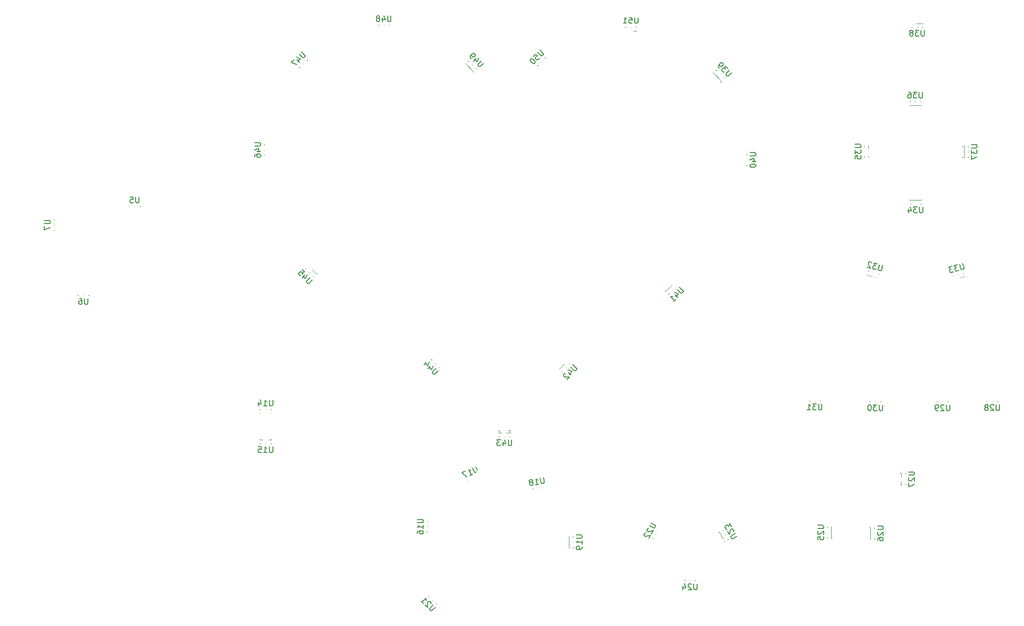
<source format=gbo>
G04 #@! TF.GenerationSoftware,KiCad,Pcbnew,9.0.0*
G04 #@! TF.CreationDate,2025-04-01T19:23:43-07:00*
G04 #@! TF.ProjectId,proto-for-mfg,70726f74-6f2d-4666-9f72-2d6d66672e6b,rev?*
G04 #@! TF.SameCoordinates,Original*
G04 #@! TF.FileFunction,Legend,Bot*
G04 #@! TF.FilePolarity,Positive*
%FSLAX46Y46*%
G04 Gerber Fmt 4.6, Leading zero omitted, Abs format (unit mm)*
G04 Created by KiCad (PCBNEW 9.0.0) date 2025-04-01 19:23:43*
%MOMM*%
%LPD*%
G01*
G04 APERTURE LIST*
G04 Aperture macros list*
%AMRotRect*
0 Rectangle, with rotation*
0 The origin of the aperture is its center*
0 $1 length*
0 $2 width*
0 $3 Rotation angle, in degrees counterclockwise*
0 Add horizontal line*
21,1,$1,$2,0,0,$3*%
G04 Aperture macros list end*
%ADD10C,0.150000*%
%ADD11C,0.125000*%
%ADD12R,0.500000X0.500000*%
%ADD13R,1.000000X0.700000*%
%ADD14R,1.700000X1.700000*%
%ADD15O,1.700000X1.700000*%
%ADD16RotRect,0.500000X0.500000X165.000000*%
%ADD17RotRect,0.700000X1.000000X165.000000*%
%ADD18RotRect,0.500000X0.500000X45.000000*%
%ADD19RotRect,0.700000X1.000000X45.000000*%
%ADD20R,0.700000X1.000000*%
%ADD21RotRect,0.500000X0.500000X315.000000*%
%ADD22RotRect,0.700000X1.000000X315.000000*%
%ADD23RotRect,0.500000X0.500000X195.000000*%
%ADD24RotRect,0.700000X1.000000X195.000000*%
%ADD25RotRect,0.500000X0.500000X225.000000*%
%ADD26RotRect,0.700000X1.000000X225.000000*%
%ADD27RotRect,0.500000X0.500000X190.000000*%
%ADD28RotRect,0.700000X1.000000X190.000000*%
%ADD29RotRect,0.500000X0.500000X135.000000*%
%ADD30RotRect,0.700000X1.000000X135.000000*%
%ADD31RotRect,0.500000X0.500000X240.000000*%
%ADD32RotRect,0.700000X1.000000X240.000000*%
%ADD33RotRect,0.500000X0.500000X120.000000*%
%ADD34RotRect,0.700000X1.000000X120.000000*%
%ADD35RotRect,0.500000X0.500000X205.000000*%
%ADD36RotRect,0.700000X1.000000X205.000000*%
G04 APERTURE END LIST*
D10*
X111679819Y-134811905D02*
X112489342Y-134811905D01*
X112489342Y-134811905D02*
X112584580Y-134859524D01*
X112584580Y-134859524D02*
X112632200Y-134907143D01*
X112632200Y-134907143D02*
X112679819Y-135002381D01*
X112679819Y-135002381D02*
X112679819Y-135192857D01*
X112679819Y-135192857D02*
X112632200Y-135288095D01*
X112632200Y-135288095D02*
X112584580Y-135335714D01*
X112584580Y-135335714D02*
X112489342Y-135383333D01*
X112489342Y-135383333D02*
X111679819Y-135383333D01*
X111775057Y-135811905D02*
X111727438Y-135859524D01*
X111727438Y-135859524D02*
X111679819Y-135954762D01*
X111679819Y-135954762D02*
X111679819Y-136192857D01*
X111679819Y-136192857D02*
X111727438Y-136288095D01*
X111727438Y-136288095D02*
X111775057Y-136335714D01*
X111775057Y-136335714D02*
X111870295Y-136383333D01*
X111870295Y-136383333D02*
X111965533Y-136383333D01*
X111965533Y-136383333D02*
X112108390Y-136335714D01*
X112108390Y-136335714D02*
X112679819Y-135764286D01*
X112679819Y-135764286D02*
X112679819Y-136383333D01*
X111679819Y-137002381D02*
X111679819Y-137097619D01*
X111679819Y-137097619D02*
X111727438Y-137192857D01*
X111727438Y-137192857D02*
X111775057Y-137240476D01*
X111775057Y-137240476D02*
X111870295Y-137288095D01*
X111870295Y-137288095D02*
X112060771Y-137335714D01*
X112060771Y-137335714D02*
X112298866Y-137335714D01*
X112298866Y-137335714D02*
X112489342Y-137288095D01*
X112489342Y-137288095D02*
X112584580Y-137240476D01*
X112584580Y-137240476D02*
X112632200Y-137192857D01*
X112632200Y-137192857D02*
X112679819Y-137097619D01*
X112679819Y-137097619D02*
X112679819Y-137002381D01*
X112679819Y-137002381D02*
X112632200Y-136907143D01*
X112632200Y-136907143D02*
X112584580Y-136859524D01*
X112584580Y-136859524D02*
X112489342Y-136811905D01*
X112489342Y-136811905D02*
X112298866Y-136764286D01*
X112298866Y-136764286D02*
X112060771Y-136764286D01*
X112060771Y-136764286D02*
X111870295Y-136811905D01*
X111870295Y-136811905D02*
X111775057Y-136859524D01*
X111775057Y-136859524D02*
X111727438Y-136907143D01*
X111727438Y-136907143D02*
X111679819Y-137002381D01*
X130624674Y-130768852D02*
X131434197Y-130768852D01*
X131434197Y-130768852D02*
X131529435Y-130816471D01*
X131529435Y-130816471D02*
X131577055Y-130864090D01*
X131577055Y-130864090D02*
X131624674Y-130959328D01*
X131624674Y-130959328D02*
X131624674Y-131149804D01*
X131624674Y-131149804D02*
X131577055Y-131245042D01*
X131577055Y-131245042D02*
X131529435Y-131292661D01*
X131529435Y-131292661D02*
X131434197Y-131340280D01*
X131434197Y-131340280D02*
X130624674Y-131340280D01*
X131624674Y-132340280D02*
X131624674Y-131768852D01*
X131624674Y-132054566D02*
X130624674Y-132054566D01*
X130624674Y-132054566D02*
X130767531Y-131959328D01*
X130767531Y-131959328D02*
X130862769Y-131864090D01*
X130862769Y-131864090D02*
X130910388Y-131768852D01*
X131624674Y-132816471D02*
X131624674Y-133006947D01*
X131624674Y-133006947D02*
X131577055Y-133102185D01*
X131577055Y-133102185D02*
X131529435Y-133149804D01*
X131529435Y-133149804D02*
X131386578Y-133245042D01*
X131386578Y-133245042D02*
X131196102Y-133292661D01*
X131196102Y-133292661D02*
X130815150Y-133292661D01*
X130815150Y-133292661D02*
X130719912Y-133245042D01*
X130719912Y-133245042D02*
X130672293Y-133197423D01*
X130672293Y-133197423D02*
X130624674Y-133102185D01*
X130624674Y-133102185D02*
X130624674Y-132911709D01*
X130624674Y-132911709D02*
X130672293Y-132816471D01*
X130672293Y-132816471D02*
X130719912Y-132768852D01*
X130719912Y-132768852D02*
X130815150Y-132721233D01*
X130815150Y-132721233D02*
X131053245Y-132721233D01*
X131053245Y-132721233D02*
X131148483Y-132768852D01*
X131148483Y-132768852D02*
X131196102Y-132816471D01*
X131196102Y-132816471D02*
X131243721Y-132911709D01*
X131243721Y-132911709D02*
X131243721Y-133102185D01*
X131243721Y-133102185D02*
X131196102Y-133197423D01*
X131196102Y-133197423D02*
X131148483Y-133245042D01*
X131148483Y-133245042D02*
X131053245Y-133292661D01*
X183496888Y-84207945D02*
X183287368Y-84989885D01*
X183287368Y-84989885D02*
X183216722Y-85069553D01*
X183216722Y-85069553D02*
X183158401Y-85103225D01*
X183158401Y-85103225D02*
X183054084Y-85124572D01*
X183054084Y-85124572D02*
X182870098Y-85075273D01*
X182870098Y-85075273D02*
X182790429Y-85004627D01*
X182790429Y-85004627D02*
X182756758Y-84946306D01*
X182756758Y-84946306D02*
X182735411Y-84841988D01*
X182735411Y-84841988D02*
X182944931Y-84060048D01*
X182576959Y-83961450D02*
X181979005Y-83801229D01*
X181979005Y-83801229D02*
X182202383Y-84255474D01*
X182202383Y-84255474D02*
X182064393Y-84218500D01*
X182064393Y-84218500D02*
X181960076Y-84239847D01*
X181960076Y-84239847D02*
X181901754Y-84273518D01*
X181901754Y-84273518D02*
X181831108Y-84353187D01*
X181831108Y-84353187D02*
X181769485Y-84583169D01*
X181769485Y-84583169D02*
X181790832Y-84687487D01*
X181790832Y-84687487D02*
X181824504Y-84745808D01*
X181824504Y-84745808D02*
X181904172Y-84816454D01*
X181904172Y-84816454D02*
X182180151Y-84890402D01*
X182180151Y-84890402D02*
X182284468Y-84869055D01*
X182284468Y-84869055D02*
X182342789Y-84835383D01*
X181586384Y-83794624D02*
X181552712Y-83736303D01*
X181552712Y-83736303D02*
X181473044Y-83665657D01*
X181473044Y-83665657D02*
X181243061Y-83604034D01*
X181243061Y-83604034D02*
X181138744Y-83625381D01*
X181138744Y-83625381D02*
X181080423Y-83659052D01*
X181080423Y-83659052D02*
X181009777Y-83738721D01*
X181009777Y-83738721D02*
X180985127Y-83830713D01*
X180985127Y-83830713D02*
X180994150Y-83981028D01*
X180994150Y-83981028D02*
X181398211Y-84680882D01*
X181398211Y-84680882D02*
X180800257Y-84520660D01*
X130094959Y-101403544D02*
X130667378Y-101975964D01*
X130667378Y-101975964D02*
X130701050Y-102076979D01*
X130701050Y-102076979D02*
X130701050Y-102144323D01*
X130701050Y-102144323D02*
X130667378Y-102245338D01*
X130667378Y-102245338D02*
X130532691Y-102380025D01*
X130532691Y-102380025D02*
X130431676Y-102413697D01*
X130431676Y-102413697D02*
X130364333Y-102413697D01*
X130364333Y-102413697D02*
X130263317Y-102380025D01*
X130263317Y-102380025D02*
X129690898Y-101807605D01*
X129286837Y-102683071D02*
X129758241Y-103154475D01*
X129185821Y-102245338D02*
X129859256Y-102582055D01*
X129859256Y-102582055D02*
X129421524Y-103019788D01*
X128781760Y-102851429D02*
X128714417Y-102851429D01*
X128714417Y-102851429D02*
X128613401Y-102885101D01*
X128613401Y-102885101D02*
X128445043Y-103053460D01*
X128445043Y-103053460D02*
X128411371Y-103154475D01*
X128411371Y-103154475D02*
X128411371Y-103221819D01*
X128411371Y-103221819D02*
X128445043Y-103322834D01*
X128445043Y-103322834D02*
X128512386Y-103390177D01*
X128512386Y-103390177D02*
X128647073Y-103457521D01*
X128647073Y-103457521D02*
X129455195Y-103457521D01*
X129455195Y-103457521D02*
X129017463Y-103895254D01*
X98675949Y-41094124D02*
X98675949Y-41903647D01*
X98675949Y-41903647D02*
X98628330Y-41998885D01*
X98628330Y-41998885D02*
X98580711Y-42046505D01*
X98580711Y-42046505D02*
X98485473Y-42094124D01*
X98485473Y-42094124D02*
X98294997Y-42094124D01*
X98294997Y-42094124D02*
X98199759Y-42046505D01*
X98199759Y-42046505D02*
X98152140Y-41998885D01*
X98152140Y-41998885D02*
X98104521Y-41903647D01*
X98104521Y-41903647D02*
X98104521Y-41094124D01*
X97199759Y-41427457D02*
X97199759Y-42094124D01*
X97437854Y-41046505D02*
X97675949Y-41760790D01*
X97675949Y-41760790D02*
X97056902Y-41760790D01*
X96533092Y-41522695D02*
X96628330Y-41475076D01*
X96628330Y-41475076D02*
X96675949Y-41427457D01*
X96675949Y-41427457D02*
X96723568Y-41332219D01*
X96723568Y-41332219D02*
X96723568Y-41284600D01*
X96723568Y-41284600D02*
X96675949Y-41189362D01*
X96675949Y-41189362D02*
X96628330Y-41141743D01*
X96628330Y-41141743D02*
X96533092Y-41094124D01*
X96533092Y-41094124D02*
X96342616Y-41094124D01*
X96342616Y-41094124D02*
X96247378Y-41141743D01*
X96247378Y-41141743D02*
X96199759Y-41189362D01*
X96199759Y-41189362D02*
X96152140Y-41284600D01*
X96152140Y-41284600D02*
X96152140Y-41332219D01*
X96152140Y-41332219D02*
X96199759Y-41427457D01*
X96199759Y-41427457D02*
X96247378Y-41475076D01*
X96247378Y-41475076D02*
X96342616Y-41522695D01*
X96342616Y-41522695D02*
X96533092Y-41522695D01*
X96533092Y-41522695D02*
X96628330Y-41570314D01*
X96628330Y-41570314D02*
X96675949Y-41617933D01*
X96675949Y-41617933D02*
X96723568Y-41713171D01*
X96723568Y-41713171D02*
X96723568Y-41903647D01*
X96723568Y-41903647D02*
X96675949Y-41998885D01*
X96675949Y-41998885D02*
X96628330Y-42046505D01*
X96628330Y-42046505D02*
X96533092Y-42094124D01*
X96533092Y-42094124D02*
X96342616Y-42094124D01*
X96342616Y-42094124D02*
X96247378Y-42046505D01*
X96247378Y-42046505D02*
X96199759Y-41998885D01*
X96199759Y-41998885D02*
X96152140Y-41903647D01*
X96152140Y-41903647D02*
X96152140Y-41713171D01*
X96152140Y-41713171D02*
X96199759Y-41617933D01*
X96199759Y-41617933D02*
X96247378Y-41570314D01*
X96247378Y-41570314D02*
X96342616Y-41522695D01*
X106362438Y-143238493D02*
X105790018Y-143810912D01*
X105790018Y-143810912D02*
X105689003Y-143844584D01*
X105689003Y-143844584D02*
X105621659Y-143844584D01*
X105621659Y-143844584D02*
X105520644Y-143810912D01*
X105520644Y-143810912D02*
X105385957Y-143676225D01*
X105385957Y-143676225D02*
X105352285Y-143575210D01*
X105352285Y-143575210D02*
X105352285Y-143507867D01*
X105352285Y-143507867D02*
X105385957Y-143406851D01*
X105385957Y-143406851D02*
X105958377Y-142834432D01*
X105587988Y-142598729D02*
X105587988Y-142531386D01*
X105587988Y-142531386D02*
X105554316Y-142430371D01*
X105554316Y-142430371D02*
X105385957Y-142262012D01*
X105385957Y-142262012D02*
X105284942Y-142228340D01*
X105284942Y-142228340D02*
X105217598Y-142228340D01*
X105217598Y-142228340D02*
X105116583Y-142262012D01*
X105116583Y-142262012D02*
X105049240Y-142329355D01*
X105049240Y-142329355D02*
X104981896Y-142464042D01*
X104981896Y-142464042D02*
X104981896Y-143272164D01*
X104981896Y-143272164D02*
X104544163Y-142834432D01*
X103870728Y-142160997D02*
X104274789Y-142565058D01*
X104072759Y-142363027D02*
X104779866Y-141655920D01*
X104779866Y-141655920D02*
X104746194Y-141824279D01*
X104746194Y-141824279D02*
X104746194Y-141958966D01*
X104746194Y-141958966D02*
X104779866Y-142059981D01*
X183457949Y-108286766D02*
X183457949Y-109096289D01*
X183457949Y-109096289D02*
X183410330Y-109191527D01*
X183410330Y-109191527D02*
X183362711Y-109239147D01*
X183362711Y-109239147D02*
X183267473Y-109286766D01*
X183267473Y-109286766D02*
X183076997Y-109286766D01*
X183076997Y-109286766D02*
X182981759Y-109239147D01*
X182981759Y-109239147D02*
X182934140Y-109191527D01*
X182934140Y-109191527D02*
X182886521Y-109096289D01*
X182886521Y-109096289D02*
X182886521Y-108286766D01*
X182505568Y-108286766D02*
X181886521Y-108286766D01*
X181886521Y-108286766D02*
X182219854Y-108667718D01*
X182219854Y-108667718D02*
X182076997Y-108667718D01*
X182076997Y-108667718D02*
X181981759Y-108715337D01*
X181981759Y-108715337D02*
X181934140Y-108762956D01*
X181934140Y-108762956D02*
X181886521Y-108858194D01*
X181886521Y-108858194D02*
X181886521Y-109096289D01*
X181886521Y-109096289D02*
X181934140Y-109191527D01*
X181934140Y-109191527D02*
X181981759Y-109239147D01*
X181981759Y-109239147D02*
X182076997Y-109286766D01*
X182076997Y-109286766D02*
X182362711Y-109286766D01*
X182362711Y-109286766D02*
X182457949Y-109239147D01*
X182457949Y-109239147D02*
X182505568Y-109191527D01*
X181267473Y-108286766D02*
X181172235Y-108286766D01*
X181172235Y-108286766D02*
X181076997Y-108334385D01*
X181076997Y-108334385D02*
X181029378Y-108382004D01*
X181029378Y-108382004D02*
X180981759Y-108477242D01*
X180981759Y-108477242D02*
X180934140Y-108667718D01*
X180934140Y-108667718D02*
X180934140Y-108905813D01*
X180934140Y-108905813D02*
X180981759Y-109096289D01*
X180981759Y-109096289D02*
X181029378Y-109191527D01*
X181029378Y-109191527D02*
X181076997Y-109239147D01*
X181076997Y-109239147D02*
X181172235Y-109286766D01*
X181172235Y-109286766D02*
X181267473Y-109286766D01*
X181267473Y-109286766D02*
X181362711Y-109239147D01*
X181362711Y-109239147D02*
X181410330Y-109191527D01*
X181410330Y-109191527D02*
X181457949Y-109096289D01*
X181457949Y-109096289D02*
X181505568Y-108905813D01*
X181505568Y-108905813D02*
X181505568Y-108667718D01*
X181505568Y-108667718D02*
X181457949Y-108477242D01*
X181457949Y-108477242D02*
X181410330Y-108382004D01*
X181410330Y-108382004D02*
X181362711Y-108334385D01*
X181362711Y-108334385D02*
X181267473Y-108286766D01*
X197296429Y-83871530D02*
X197505949Y-84653470D01*
X197505949Y-84653470D02*
X197484602Y-84757787D01*
X197484602Y-84757787D02*
X197450930Y-84816108D01*
X197450930Y-84816108D02*
X197371262Y-84886754D01*
X197371262Y-84886754D02*
X197187276Y-84936053D01*
X197187276Y-84936053D02*
X197082959Y-84914706D01*
X197082959Y-84914706D02*
X197024637Y-84881034D01*
X197024637Y-84881034D02*
X196953992Y-84801366D01*
X196953992Y-84801366D02*
X196744471Y-84019426D01*
X196376500Y-84118024D02*
X195778546Y-84278245D01*
X195778546Y-84278245D02*
X196199119Y-84559944D01*
X196199119Y-84559944D02*
X196061129Y-84596918D01*
X196061129Y-84596918D02*
X195981461Y-84667564D01*
X195981461Y-84667564D02*
X195947789Y-84725885D01*
X195947789Y-84725885D02*
X195926442Y-84830203D01*
X195926442Y-84830203D02*
X195988066Y-85060185D01*
X195988066Y-85060185D02*
X196058712Y-85139853D01*
X196058712Y-85139853D02*
X196117033Y-85173525D01*
X196117033Y-85173525D02*
X196221351Y-85194872D01*
X196221351Y-85194872D02*
X196497329Y-85120924D01*
X196497329Y-85120924D02*
X196576998Y-85050278D01*
X196576998Y-85050278D02*
X196610669Y-84991957D01*
X195456570Y-84364518D02*
X194858616Y-84524740D01*
X194858616Y-84524740D02*
X195279189Y-84806438D01*
X195279189Y-84806438D02*
X195141200Y-84843412D01*
X195141200Y-84843412D02*
X195061532Y-84914058D01*
X195061532Y-84914058D02*
X195027860Y-84972380D01*
X195027860Y-84972380D02*
X195006513Y-85076697D01*
X195006513Y-85076697D02*
X195068136Y-85306680D01*
X195068136Y-85306680D02*
X195138782Y-85386348D01*
X195138782Y-85386348D02*
X195197103Y-85420020D01*
X195197103Y-85420020D02*
X195301421Y-85441367D01*
X195301421Y-85441367D02*
X195577400Y-85367418D01*
X195577400Y-85367418D02*
X195657068Y-85296772D01*
X195657068Y-85296772D02*
X195690740Y-85238451D01*
X119263094Y-90904819D02*
X119263094Y-91714342D01*
X119263094Y-91714342D02*
X119215475Y-91809580D01*
X119215475Y-91809580D02*
X119167856Y-91857200D01*
X119167856Y-91857200D02*
X119072618Y-91904819D01*
X119072618Y-91904819D02*
X118882142Y-91904819D01*
X118882142Y-91904819D02*
X118786904Y-91857200D01*
X118786904Y-91857200D02*
X118739285Y-91809580D01*
X118739285Y-91809580D02*
X118691666Y-91714342D01*
X118691666Y-91714342D02*
X118691666Y-90904819D01*
X117739285Y-90904819D02*
X118215475Y-90904819D01*
X118215475Y-90904819D02*
X118263094Y-91381009D01*
X118263094Y-91381009D02*
X118215475Y-91333390D01*
X118215475Y-91333390D02*
X118120237Y-91285771D01*
X118120237Y-91285771D02*
X117882142Y-91285771D01*
X117882142Y-91285771D02*
X117786904Y-91333390D01*
X117786904Y-91333390D02*
X117739285Y-91381009D01*
X117739285Y-91381009D02*
X117691666Y-91476247D01*
X117691666Y-91476247D02*
X117691666Y-91714342D01*
X117691666Y-91714342D02*
X117739285Y-91809580D01*
X117739285Y-91809580D02*
X117786904Y-91857200D01*
X117786904Y-91857200D02*
X117882142Y-91904819D01*
X117882142Y-91904819D02*
X118120237Y-91904819D01*
X118120237Y-91904819D02*
X118215475Y-91857200D01*
X118215475Y-91857200D02*
X118263094Y-91809580D01*
X116834523Y-91238152D02*
X116834523Y-91904819D01*
X117072618Y-90857200D02*
X117310713Y-91571485D01*
X117310713Y-91571485D02*
X116691666Y-91571485D01*
X83274679Y-47335840D02*
X83847098Y-47908260D01*
X83847098Y-47908260D02*
X83880770Y-48009275D01*
X83880770Y-48009275D02*
X83880770Y-48076619D01*
X83880770Y-48076619D02*
X83847098Y-48177634D01*
X83847098Y-48177634D02*
X83712411Y-48312321D01*
X83712411Y-48312321D02*
X83611396Y-48345993D01*
X83611396Y-48345993D02*
X83544053Y-48345993D01*
X83544053Y-48345993D02*
X83443037Y-48312321D01*
X83443037Y-48312321D02*
X82870618Y-47739901D01*
X82466557Y-48615367D02*
X82937961Y-49086771D01*
X82365541Y-48177634D02*
X83038976Y-48514351D01*
X83038976Y-48514351D02*
X82601244Y-48952084D01*
X81927808Y-48682710D02*
X81456404Y-49154115D01*
X81456404Y-49154115D02*
X82466557Y-49558176D01*
X55231759Y-72386766D02*
X55231759Y-73196289D01*
X55231759Y-73196289D02*
X55184140Y-73291527D01*
X55184140Y-73291527D02*
X55136521Y-73339147D01*
X55136521Y-73339147D02*
X55041283Y-73386766D01*
X55041283Y-73386766D02*
X54850807Y-73386766D01*
X54850807Y-73386766D02*
X54755569Y-73339147D01*
X54755569Y-73339147D02*
X54707950Y-73291527D01*
X54707950Y-73291527D02*
X54660331Y-73196289D01*
X54660331Y-73196289D02*
X54660331Y-72386766D01*
X53707950Y-72386766D02*
X54184140Y-72386766D01*
X54184140Y-72386766D02*
X54231759Y-72862956D01*
X54231759Y-72862956D02*
X54184140Y-72815337D01*
X54184140Y-72815337D02*
X54088902Y-72767718D01*
X54088902Y-72767718D02*
X53850807Y-72767718D01*
X53850807Y-72767718D02*
X53755569Y-72815337D01*
X53755569Y-72815337D02*
X53707950Y-72862956D01*
X53707950Y-72862956D02*
X53660331Y-72958194D01*
X53660331Y-72958194D02*
X53660331Y-73196289D01*
X53660331Y-73196289D02*
X53707950Y-73291527D01*
X53707950Y-73291527D02*
X53755569Y-73339147D01*
X53755569Y-73339147D02*
X53850807Y-73386766D01*
X53850807Y-73386766D02*
X54088902Y-73386766D01*
X54088902Y-73386766D02*
X54184140Y-73339147D01*
X54184140Y-73339147D02*
X54231759Y-73291527D01*
X124973665Y-120829096D02*
X125114237Y-121626321D01*
X125114237Y-121626321D02*
X125083880Y-121728382D01*
X125083880Y-121728382D02*
X125045253Y-121783546D01*
X125045253Y-121783546D02*
X124959731Y-121846980D01*
X124959731Y-121846980D02*
X124772148Y-121880056D01*
X124772148Y-121880056D02*
X124670088Y-121849698D01*
X124670088Y-121849698D02*
X124614924Y-121811071D01*
X124614924Y-121811071D02*
X124551490Y-121725549D01*
X124551490Y-121725549D02*
X124410918Y-120928324D01*
X123599758Y-122086780D02*
X124162506Y-121987552D01*
X123881132Y-122037166D02*
X123707484Y-121052358D01*
X123707484Y-121052358D02*
X123826082Y-121176507D01*
X123826082Y-121176507D02*
X123936411Y-121253760D01*
X123936411Y-121253760D02*
X124038471Y-121284118D01*
X122937783Y-121623260D02*
X123023306Y-121559826D01*
X123023306Y-121559826D02*
X123061932Y-121504662D01*
X123061932Y-121504662D02*
X123092290Y-121402602D01*
X123092290Y-121402602D02*
X123084021Y-121355706D01*
X123084021Y-121355706D02*
X123020588Y-121270184D01*
X123020588Y-121270184D02*
X122965423Y-121231557D01*
X122965423Y-121231557D02*
X122863363Y-121201199D01*
X122863363Y-121201199D02*
X122675780Y-121234275D01*
X122675780Y-121234275D02*
X122590258Y-121297709D01*
X122590258Y-121297709D02*
X122551631Y-121352873D01*
X122551631Y-121352873D02*
X122521274Y-121454934D01*
X122521274Y-121454934D02*
X122529543Y-121501829D01*
X122529543Y-121501829D02*
X122592976Y-121587351D01*
X122592976Y-121587351D02*
X122648141Y-121625978D01*
X122648141Y-121625978D02*
X122750201Y-121656336D01*
X122750201Y-121656336D02*
X122937783Y-121623260D01*
X122937783Y-121623260D02*
X123039844Y-121653618D01*
X123039844Y-121653618D02*
X123095008Y-121692244D01*
X123095008Y-121692244D02*
X123158442Y-121777766D01*
X123158442Y-121777766D02*
X123191518Y-121965349D01*
X123191518Y-121965349D02*
X123161160Y-122067409D01*
X123161160Y-122067409D02*
X123122533Y-122122574D01*
X123122533Y-122122574D02*
X123037011Y-122186007D01*
X123037011Y-122186007D02*
X122849429Y-122219083D01*
X122849429Y-122219083D02*
X122747368Y-122188725D01*
X122747368Y-122188725D02*
X122692204Y-122150099D01*
X122692204Y-122150099D02*
X122628770Y-122064576D01*
X122628770Y-122064576D02*
X122595694Y-121876994D01*
X122595694Y-121876994D02*
X122626052Y-121774934D01*
X122626052Y-121774934D02*
X122664679Y-121719769D01*
X122664679Y-121719769D02*
X122750201Y-121656336D01*
X172299674Y-129093852D02*
X173109197Y-129093852D01*
X173109197Y-129093852D02*
X173204435Y-129141471D01*
X173204435Y-129141471D02*
X173252055Y-129189090D01*
X173252055Y-129189090D02*
X173299674Y-129284328D01*
X173299674Y-129284328D02*
X173299674Y-129474804D01*
X173299674Y-129474804D02*
X173252055Y-129570042D01*
X173252055Y-129570042D02*
X173204435Y-129617661D01*
X173204435Y-129617661D02*
X173109197Y-129665280D01*
X173109197Y-129665280D02*
X172299674Y-129665280D01*
X172394912Y-130093852D02*
X172347293Y-130141471D01*
X172347293Y-130141471D02*
X172299674Y-130236709D01*
X172299674Y-130236709D02*
X172299674Y-130474804D01*
X172299674Y-130474804D02*
X172347293Y-130570042D01*
X172347293Y-130570042D02*
X172394912Y-130617661D01*
X172394912Y-130617661D02*
X172490150Y-130665280D01*
X172490150Y-130665280D02*
X172585388Y-130665280D01*
X172585388Y-130665280D02*
X172728245Y-130617661D01*
X172728245Y-130617661D02*
X173299674Y-130046233D01*
X173299674Y-130046233D02*
X173299674Y-130665280D01*
X172299674Y-131570042D02*
X172299674Y-131093852D01*
X172299674Y-131093852D02*
X172775864Y-131046233D01*
X172775864Y-131046233D02*
X172728245Y-131093852D01*
X172728245Y-131093852D02*
X172680626Y-131189090D01*
X172680626Y-131189090D02*
X172680626Y-131427185D01*
X172680626Y-131427185D02*
X172728245Y-131522423D01*
X172728245Y-131522423D02*
X172775864Y-131570042D01*
X172775864Y-131570042D02*
X172871102Y-131617661D01*
X172871102Y-131617661D02*
X173109197Y-131617661D01*
X173109197Y-131617661D02*
X173204435Y-131570042D01*
X173204435Y-131570042D02*
X173252055Y-131522423D01*
X173252055Y-131522423D02*
X173299674Y-131427185D01*
X173299674Y-131427185D02*
X173299674Y-131189090D01*
X173299674Y-131189090D02*
X173252055Y-131093852D01*
X173252055Y-131093852D02*
X173204435Y-131046233D01*
X39774674Y-113995042D02*
X40584197Y-113995042D01*
X40584197Y-113995042D02*
X40679435Y-114042661D01*
X40679435Y-114042661D02*
X40727055Y-114090280D01*
X40727055Y-114090280D02*
X40774674Y-114185518D01*
X40774674Y-114185518D02*
X40774674Y-114375994D01*
X40774674Y-114375994D02*
X40727055Y-114471232D01*
X40727055Y-114471232D02*
X40679435Y-114518851D01*
X40679435Y-114518851D02*
X40584197Y-114566470D01*
X40584197Y-114566470D02*
X39774674Y-114566470D01*
X40774674Y-115090280D02*
X40774674Y-115280756D01*
X40774674Y-115280756D02*
X40727055Y-115375994D01*
X40727055Y-115375994D02*
X40679435Y-115423613D01*
X40679435Y-115423613D02*
X40536578Y-115518851D01*
X40536578Y-115518851D02*
X40346102Y-115566470D01*
X40346102Y-115566470D02*
X39965150Y-115566470D01*
X39965150Y-115566470D02*
X39869912Y-115518851D01*
X39869912Y-115518851D02*
X39822293Y-115471232D01*
X39822293Y-115471232D02*
X39774674Y-115375994D01*
X39774674Y-115375994D02*
X39774674Y-115185518D01*
X39774674Y-115185518D02*
X39822293Y-115090280D01*
X39822293Y-115090280D02*
X39869912Y-115042661D01*
X39869912Y-115042661D02*
X39965150Y-114995042D01*
X39965150Y-114995042D02*
X40203245Y-114995042D01*
X40203245Y-114995042D02*
X40298483Y-115042661D01*
X40298483Y-115042661D02*
X40346102Y-115090280D01*
X40346102Y-115090280D02*
X40393721Y-115185518D01*
X40393721Y-115185518D02*
X40393721Y-115375994D01*
X40393721Y-115375994D02*
X40346102Y-115471232D01*
X40346102Y-115471232D02*
X40298483Y-115518851D01*
X40298483Y-115518851D02*
X40203245Y-115566470D01*
X47181759Y-107561766D02*
X47181759Y-108371289D01*
X47181759Y-108371289D02*
X47134140Y-108466527D01*
X47134140Y-108466527D02*
X47086521Y-108514147D01*
X47086521Y-108514147D02*
X46991283Y-108561766D01*
X46991283Y-108561766D02*
X46800807Y-108561766D01*
X46800807Y-108561766D02*
X46705569Y-108514147D01*
X46705569Y-108514147D02*
X46657950Y-108466527D01*
X46657950Y-108466527D02*
X46610331Y-108371289D01*
X46610331Y-108371289D02*
X46610331Y-107561766D01*
X45991283Y-107990337D02*
X46086521Y-107942718D01*
X46086521Y-107942718D02*
X46134140Y-107895099D01*
X46134140Y-107895099D02*
X46181759Y-107799861D01*
X46181759Y-107799861D02*
X46181759Y-107752242D01*
X46181759Y-107752242D02*
X46134140Y-107657004D01*
X46134140Y-107657004D02*
X46086521Y-107609385D01*
X46086521Y-107609385D02*
X45991283Y-107561766D01*
X45991283Y-107561766D02*
X45800807Y-107561766D01*
X45800807Y-107561766D02*
X45705569Y-107609385D01*
X45705569Y-107609385D02*
X45657950Y-107657004D01*
X45657950Y-107657004D02*
X45610331Y-107752242D01*
X45610331Y-107752242D02*
X45610331Y-107799861D01*
X45610331Y-107799861D02*
X45657950Y-107895099D01*
X45657950Y-107895099D02*
X45705569Y-107942718D01*
X45705569Y-107942718D02*
X45800807Y-107990337D01*
X45800807Y-107990337D02*
X45991283Y-107990337D01*
X45991283Y-107990337D02*
X46086521Y-108037956D01*
X46086521Y-108037956D02*
X46134140Y-108085575D01*
X46134140Y-108085575D02*
X46181759Y-108180813D01*
X46181759Y-108180813D02*
X46181759Y-108371289D01*
X46181759Y-108371289D02*
X46134140Y-108466527D01*
X46134140Y-108466527D02*
X46086521Y-108514147D01*
X46086521Y-108514147D02*
X45991283Y-108561766D01*
X45991283Y-108561766D02*
X45800807Y-108561766D01*
X45800807Y-108561766D02*
X45705569Y-108514147D01*
X45705569Y-108514147D02*
X45657950Y-108466527D01*
X45657950Y-108466527D02*
X45610331Y-108371289D01*
X45610331Y-108371289D02*
X45610331Y-108180813D01*
X45610331Y-108180813D02*
X45657950Y-108085575D01*
X45657950Y-108085575D02*
X45705569Y-108037956D01*
X45705569Y-108037956D02*
X45800807Y-107990337D01*
X203632949Y-108261766D02*
X203632949Y-109071289D01*
X203632949Y-109071289D02*
X203585330Y-109166527D01*
X203585330Y-109166527D02*
X203537711Y-109214147D01*
X203537711Y-109214147D02*
X203442473Y-109261766D01*
X203442473Y-109261766D02*
X203251997Y-109261766D01*
X203251997Y-109261766D02*
X203156759Y-109214147D01*
X203156759Y-109214147D02*
X203109140Y-109166527D01*
X203109140Y-109166527D02*
X203061521Y-109071289D01*
X203061521Y-109071289D02*
X203061521Y-108261766D01*
X202632949Y-108357004D02*
X202585330Y-108309385D01*
X202585330Y-108309385D02*
X202490092Y-108261766D01*
X202490092Y-108261766D02*
X202251997Y-108261766D01*
X202251997Y-108261766D02*
X202156759Y-108309385D01*
X202156759Y-108309385D02*
X202109140Y-108357004D01*
X202109140Y-108357004D02*
X202061521Y-108452242D01*
X202061521Y-108452242D02*
X202061521Y-108547480D01*
X202061521Y-108547480D02*
X202109140Y-108690337D01*
X202109140Y-108690337D02*
X202680568Y-109261766D01*
X202680568Y-109261766D02*
X202061521Y-109261766D01*
X201490092Y-108690337D02*
X201585330Y-108642718D01*
X201585330Y-108642718D02*
X201632949Y-108595099D01*
X201632949Y-108595099D02*
X201680568Y-108499861D01*
X201680568Y-108499861D02*
X201680568Y-108452242D01*
X201680568Y-108452242D02*
X201632949Y-108357004D01*
X201632949Y-108357004D02*
X201585330Y-108309385D01*
X201585330Y-108309385D02*
X201490092Y-108261766D01*
X201490092Y-108261766D02*
X201299616Y-108261766D01*
X201299616Y-108261766D02*
X201204378Y-108309385D01*
X201204378Y-108309385D02*
X201156759Y-108357004D01*
X201156759Y-108357004D02*
X201109140Y-108452242D01*
X201109140Y-108452242D02*
X201109140Y-108499861D01*
X201109140Y-108499861D02*
X201156759Y-108595099D01*
X201156759Y-108595099D02*
X201204378Y-108642718D01*
X201204378Y-108642718D02*
X201299616Y-108690337D01*
X201299616Y-108690337D02*
X201490092Y-108690337D01*
X201490092Y-108690337D02*
X201585330Y-108737956D01*
X201585330Y-108737956D02*
X201632949Y-108785575D01*
X201632949Y-108785575D02*
X201680568Y-108880813D01*
X201680568Y-108880813D02*
X201680568Y-109071289D01*
X201680568Y-109071289D02*
X201632949Y-109166527D01*
X201632949Y-109166527D02*
X201585330Y-109214147D01*
X201585330Y-109214147D02*
X201490092Y-109261766D01*
X201490092Y-109261766D02*
X201299616Y-109261766D01*
X201299616Y-109261766D02*
X201204378Y-109214147D01*
X201204378Y-109214147D02*
X201156759Y-109166527D01*
X201156759Y-109166527D02*
X201109140Y-109071289D01*
X201109140Y-109071289D02*
X201109140Y-108880813D01*
X201109140Y-108880813D02*
X201156759Y-108785575D01*
X201156759Y-108785575D02*
X201204378Y-108737956D01*
X201204378Y-108737956D02*
X201299616Y-108690337D01*
X160599674Y-64743852D02*
X161409197Y-64743852D01*
X161409197Y-64743852D02*
X161504435Y-64791471D01*
X161504435Y-64791471D02*
X161552055Y-64839090D01*
X161552055Y-64839090D02*
X161599674Y-64934328D01*
X161599674Y-64934328D02*
X161599674Y-65124804D01*
X161599674Y-65124804D02*
X161552055Y-65220042D01*
X161552055Y-65220042D02*
X161504435Y-65267661D01*
X161504435Y-65267661D02*
X161409197Y-65315280D01*
X161409197Y-65315280D02*
X160599674Y-65315280D01*
X160933007Y-66220042D02*
X161599674Y-66220042D01*
X160552055Y-65981947D02*
X161266340Y-65743852D01*
X161266340Y-65743852D02*
X161266340Y-66362899D01*
X160599674Y-66934328D02*
X160599674Y-67029566D01*
X160599674Y-67029566D02*
X160647293Y-67124804D01*
X160647293Y-67124804D02*
X160694912Y-67172423D01*
X160694912Y-67172423D02*
X160790150Y-67220042D01*
X160790150Y-67220042D02*
X160980626Y-67267661D01*
X160980626Y-67267661D02*
X161218721Y-67267661D01*
X161218721Y-67267661D02*
X161409197Y-67220042D01*
X161409197Y-67220042D02*
X161504435Y-67172423D01*
X161504435Y-67172423D02*
X161552055Y-67124804D01*
X161552055Y-67124804D02*
X161599674Y-67029566D01*
X161599674Y-67029566D02*
X161599674Y-66934328D01*
X161599674Y-66934328D02*
X161552055Y-66839090D01*
X161552055Y-66839090D02*
X161504435Y-66791471D01*
X161504435Y-66791471D02*
X161409197Y-66743852D01*
X161409197Y-66743852D02*
X161218721Y-66696233D01*
X161218721Y-66696233D02*
X160980626Y-66696233D01*
X160980626Y-66696233D02*
X160790150Y-66743852D01*
X160790150Y-66743852D02*
X160694912Y-66791471D01*
X160694912Y-66791471D02*
X160647293Y-66839090D01*
X160647293Y-66839090D02*
X160599674Y-66934328D01*
X198774674Y-63343739D02*
X199584197Y-63343739D01*
X199584197Y-63343739D02*
X199679435Y-63391358D01*
X199679435Y-63391358D02*
X199727055Y-63438977D01*
X199727055Y-63438977D02*
X199774674Y-63534215D01*
X199774674Y-63534215D02*
X199774674Y-63724691D01*
X199774674Y-63724691D02*
X199727055Y-63819929D01*
X199727055Y-63819929D02*
X199679435Y-63867548D01*
X199679435Y-63867548D02*
X199584197Y-63915167D01*
X199584197Y-63915167D02*
X198774674Y-63915167D01*
X198774674Y-64296120D02*
X198774674Y-64915167D01*
X198774674Y-64915167D02*
X199155626Y-64581834D01*
X199155626Y-64581834D02*
X199155626Y-64724691D01*
X199155626Y-64724691D02*
X199203245Y-64819929D01*
X199203245Y-64819929D02*
X199250864Y-64867548D01*
X199250864Y-64867548D02*
X199346102Y-64915167D01*
X199346102Y-64915167D02*
X199584197Y-64915167D01*
X199584197Y-64915167D02*
X199679435Y-64867548D01*
X199679435Y-64867548D02*
X199727055Y-64819929D01*
X199727055Y-64819929D02*
X199774674Y-64724691D01*
X199774674Y-64724691D02*
X199774674Y-64438977D01*
X199774674Y-64438977D02*
X199727055Y-64343739D01*
X199727055Y-64343739D02*
X199679435Y-64296120D01*
X198774674Y-65248501D02*
X198774674Y-65915167D01*
X198774674Y-65915167D02*
X199774674Y-65486596D01*
X78282949Y-107461766D02*
X78282949Y-108271289D01*
X78282949Y-108271289D02*
X78235330Y-108366527D01*
X78235330Y-108366527D02*
X78187711Y-108414147D01*
X78187711Y-108414147D02*
X78092473Y-108461766D01*
X78092473Y-108461766D02*
X77901997Y-108461766D01*
X77901997Y-108461766D02*
X77806759Y-108414147D01*
X77806759Y-108414147D02*
X77759140Y-108366527D01*
X77759140Y-108366527D02*
X77711521Y-108271289D01*
X77711521Y-108271289D02*
X77711521Y-107461766D01*
X76711521Y-108461766D02*
X77282949Y-108461766D01*
X76997235Y-108461766D02*
X76997235Y-107461766D01*
X76997235Y-107461766D02*
X77092473Y-107604623D01*
X77092473Y-107604623D02*
X77187711Y-107699861D01*
X77187711Y-107699861D02*
X77282949Y-107747480D01*
X75854378Y-107795099D02*
X75854378Y-108461766D01*
X76092473Y-107414147D02*
X76330568Y-108128432D01*
X76330568Y-108128432D02*
X75711521Y-108128432D01*
X37149674Y-125343852D02*
X37959197Y-125343852D01*
X37959197Y-125343852D02*
X38054435Y-125391471D01*
X38054435Y-125391471D02*
X38102055Y-125439090D01*
X38102055Y-125439090D02*
X38149674Y-125534328D01*
X38149674Y-125534328D02*
X38149674Y-125724804D01*
X38149674Y-125724804D02*
X38102055Y-125820042D01*
X38102055Y-125820042D02*
X38054435Y-125867661D01*
X38054435Y-125867661D02*
X37959197Y-125915280D01*
X37959197Y-125915280D02*
X37149674Y-125915280D01*
X38149674Y-126915280D02*
X38149674Y-126343852D01*
X38149674Y-126629566D02*
X37149674Y-126629566D01*
X37149674Y-126629566D02*
X37292531Y-126534328D01*
X37292531Y-126534328D02*
X37387769Y-126439090D01*
X37387769Y-126439090D02*
X37435388Y-126343852D01*
X37149674Y-127534328D02*
X37149674Y-127629566D01*
X37149674Y-127629566D02*
X37197293Y-127724804D01*
X37197293Y-127724804D02*
X37244912Y-127772423D01*
X37244912Y-127772423D02*
X37340150Y-127820042D01*
X37340150Y-127820042D02*
X37530626Y-127867661D01*
X37530626Y-127867661D02*
X37768721Y-127867661D01*
X37768721Y-127867661D02*
X37959197Y-127820042D01*
X37959197Y-127820042D02*
X38054435Y-127772423D01*
X38054435Y-127772423D02*
X38102055Y-127724804D01*
X38102055Y-127724804D02*
X38149674Y-127629566D01*
X38149674Y-127629566D02*
X38149674Y-127534328D01*
X38149674Y-127534328D02*
X38102055Y-127439090D01*
X38102055Y-127439090D02*
X38054435Y-127391471D01*
X38054435Y-127391471D02*
X37959197Y-127343852D01*
X37959197Y-127343852D02*
X37768721Y-127296233D01*
X37768721Y-127296233D02*
X37530626Y-127296233D01*
X37530626Y-127296233D02*
X37340150Y-127343852D01*
X37340150Y-127343852D02*
X37244912Y-127391471D01*
X37244912Y-127391471D02*
X37197293Y-127439090D01*
X37197293Y-127439090D02*
X37149674Y-127534328D01*
X46406759Y-89911766D02*
X46406759Y-90721289D01*
X46406759Y-90721289D02*
X46359140Y-90816527D01*
X46359140Y-90816527D02*
X46311521Y-90864147D01*
X46311521Y-90864147D02*
X46216283Y-90911766D01*
X46216283Y-90911766D02*
X46025807Y-90911766D01*
X46025807Y-90911766D02*
X45930569Y-90864147D01*
X45930569Y-90864147D02*
X45882950Y-90816527D01*
X45882950Y-90816527D02*
X45835331Y-90721289D01*
X45835331Y-90721289D02*
X45835331Y-89911766D01*
X44930569Y-89911766D02*
X45121045Y-89911766D01*
X45121045Y-89911766D02*
X45216283Y-89959385D01*
X45216283Y-89959385D02*
X45263902Y-90007004D01*
X45263902Y-90007004D02*
X45359140Y-90149861D01*
X45359140Y-90149861D02*
X45406759Y-90340337D01*
X45406759Y-90340337D02*
X45406759Y-90721289D01*
X45406759Y-90721289D02*
X45359140Y-90816527D01*
X45359140Y-90816527D02*
X45311521Y-90864147D01*
X45311521Y-90864147D02*
X45216283Y-90911766D01*
X45216283Y-90911766D02*
X45025807Y-90911766D01*
X45025807Y-90911766D02*
X44930569Y-90864147D01*
X44930569Y-90864147D02*
X44882950Y-90816527D01*
X44882950Y-90816527D02*
X44835331Y-90721289D01*
X44835331Y-90721289D02*
X44835331Y-90483194D01*
X44835331Y-90483194D02*
X44882950Y-90387956D01*
X44882950Y-90387956D02*
X44930569Y-90340337D01*
X44930569Y-90340337D02*
X45025807Y-90292718D01*
X45025807Y-90292718D02*
X45216283Y-90292718D01*
X45216283Y-90292718D02*
X45311521Y-90340337D01*
X45311521Y-90340337D02*
X45359140Y-90387956D01*
X45359140Y-90387956D02*
X45406759Y-90483194D01*
X103249674Y-128093852D02*
X104059197Y-128093852D01*
X104059197Y-128093852D02*
X104154435Y-128141471D01*
X104154435Y-128141471D02*
X104202055Y-128189090D01*
X104202055Y-128189090D02*
X104249674Y-128284328D01*
X104249674Y-128284328D02*
X104249674Y-128474804D01*
X104249674Y-128474804D02*
X104202055Y-128570042D01*
X104202055Y-128570042D02*
X104154435Y-128617661D01*
X104154435Y-128617661D02*
X104059197Y-128665280D01*
X104059197Y-128665280D02*
X103249674Y-128665280D01*
X104249674Y-129665280D02*
X104249674Y-129093852D01*
X104249674Y-129379566D02*
X103249674Y-129379566D01*
X103249674Y-129379566D02*
X103392531Y-129284328D01*
X103392531Y-129284328D02*
X103487769Y-129189090D01*
X103487769Y-129189090D02*
X103535388Y-129093852D01*
X103249674Y-130522423D02*
X103249674Y-130331947D01*
X103249674Y-130331947D02*
X103297293Y-130236709D01*
X103297293Y-130236709D02*
X103344912Y-130189090D01*
X103344912Y-130189090D02*
X103487769Y-130093852D01*
X103487769Y-130093852D02*
X103678245Y-130046233D01*
X103678245Y-130046233D02*
X104059197Y-130046233D01*
X104059197Y-130046233D02*
X104154435Y-130093852D01*
X104154435Y-130093852D02*
X104202055Y-130141471D01*
X104202055Y-130141471D02*
X104249674Y-130236709D01*
X104249674Y-130236709D02*
X104249674Y-130427185D01*
X104249674Y-130427185D02*
X104202055Y-130522423D01*
X104202055Y-130522423D02*
X104154435Y-130570042D01*
X104154435Y-130570042D02*
X104059197Y-130617661D01*
X104059197Y-130617661D02*
X103821102Y-130617661D01*
X103821102Y-130617661D02*
X103725864Y-130570042D01*
X103725864Y-130570042D02*
X103678245Y-130522423D01*
X103678245Y-130522423D02*
X103630626Y-130427185D01*
X103630626Y-130427185D02*
X103630626Y-130236709D01*
X103630626Y-130236709D02*
X103678245Y-130141471D01*
X103678245Y-130141471D02*
X103725864Y-130093852D01*
X103725864Y-130093852D02*
X103821102Y-130046233D01*
X187949674Y-119868852D02*
X188759197Y-119868852D01*
X188759197Y-119868852D02*
X188854435Y-119916471D01*
X188854435Y-119916471D02*
X188902055Y-119964090D01*
X188902055Y-119964090D02*
X188949674Y-120059328D01*
X188949674Y-120059328D02*
X188949674Y-120249804D01*
X188949674Y-120249804D02*
X188902055Y-120345042D01*
X188902055Y-120345042D02*
X188854435Y-120392661D01*
X188854435Y-120392661D02*
X188759197Y-120440280D01*
X188759197Y-120440280D02*
X187949674Y-120440280D01*
X188044912Y-120868852D02*
X187997293Y-120916471D01*
X187997293Y-120916471D02*
X187949674Y-121011709D01*
X187949674Y-121011709D02*
X187949674Y-121249804D01*
X187949674Y-121249804D02*
X187997293Y-121345042D01*
X187997293Y-121345042D02*
X188044912Y-121392661D01*
X188044912Y-121392661D02*
X188140150Y-121440280D01*
X188140150Y-121440280D02*
X188235388Y-121440280D01*
X188235388Y-121440280D02*
X188378245Y-121392661D01*
X188378245Y-121392661D02*
X188949674Y-120821233D01*
X188949674Y-120821233D02*
X188949674Y-121440280D01*
X187949674Y-121773614D02*
X187949674Y-122440280D01*
X187949674Y-122440280D02*
X188949674Y-122011709D01*
X51379819Y-52738095D02*
X52189342Y-52738095D01*
X52189342Y-52738095D02*
X52284580Y-52785714D01*
X52284580Y-52785714D02*
X52332200Y-52833333D01*
X52332200Y-52833333D02*
X52379819Y-52928571D01*
X52379819Y-52928571D02*
X52379819Y-53119047D01*
X52379819Y-53119047D02*
X52332200Y-53214285D01*
X52332200Y-53214285D02*
X52284580Y-53261904D01*
X52284580Y-53261904D02*
X52189342Y-53309523D01*
X52189342Y-53309523D02*
X51379819Y-53309523D01*
X51713152Y-54214285D02*
X52379819Y-54214285D01*
X51332200Y-53976190D02*
X52046485Y-53738095D01*
X52046485Y-53738095D02*
X52046485Y-54357142D01*
X142879819Y-62686905D02*
X143689342Y-62686905D01*
X143689342Y-62686905D02*
X143784580Y-62734524D01*
X143784580Y-62734524D02*
X143832200Y-62782143D01*
X143832200Y-62782143D02*
X143879819Y-62877381D01*
X143879819Y-62877381D02*
X143879819Y-63067857D01*
X143879819Y-63067857D02*
X143832200Y-63163095D01*
X143832200Y-63163095D02*
X143784580Y-63210714D01*
X143784580Y-63210714D02*
X143689342Y-63258333D01*
X143689342Y-63258333D02*
X142879819Y-63258333D01*
X142879819Y-64210714D02*
X142879819Y-63734524D01*
X142879819Y-63734524D02*
X143356009Y-63686905D01*
X143356009Y-63686905D02*
X143308390Y-63734524D01*
X143308390Y-63734524D02*
X143260771Y-63829762D01*
X143260771Y-63829762D02*
X143260771Y-64067857D01*
X143260771Y-64067857D02*
X143308390Y-64163095D01*
X143308390Y-64163095D02*
X143356009Y-64210714D01*
X143356009Y-64210714D02*
X143451247Y-64258333D01*
X143451247Y-64258333D02*
X143689342Y-64258333D01*
X143689342Y-64258333D02*
X143784580Y-64210714D01*
X143784580Y-64210714D02*
X143832200Y-64163095D01*
X143832200Y-64163095D02*
X143879819Y-64067857D01*
X143879819Y-64067857D02*
X143879819Y-63829762D01*
X143879819Y-63829762D02*
X143832200Y-63734524D01*
X143832200Y-63734524D02*
X143784580Y-63686905D01*
X142975057Y-64639286D02*
X142927438Y-64686905D01*
X142927438Y-64686905D02*
X142879819Y-64782143D01*
X142879819Y-64782143D02*
X142879819Y-65020238D01*
X142879819Y-65020238D02*
X142927438Y-65115476D01*
X142927438Y-65115476D02*
X142975057Y-65163095D01*
X142975057Y-65163095D02*
X143070295Y-65210714D01*
X143070295Y-65210714D02*
X143165533Y-65210714D01*
X143165533Y-65210714D02*
X143308390Y-65163095D01*
X143308390Y-65163095D02*
X143879819Y-64591667D01*
X143879819Y-64591667D02*
X143879819Y-65210714D01*
X119496777Y-114341848D02*
X119496777Y-115151371D01*
X119496777Y-115151371D02*
X119449158Y-115246609D01*
X119449158Y-115246609D02*
X119401539Y-115294229D01*
X119401539Y-115294229D02*
X119306301Y-115341848D01*
X119306301Y-115341848D02*
X119115825Y-115341848D01*
X119115825Y-115341848D02*
X119020587Y-115294229D01*
X119020587Y-115294229D02*
X118972968Y-115246609D01*
X118972968Y-115246609D02*
X118925349Y-115151371D01*
X118925349Y-115151371D02*
X118925349Y-114341848D01*
X118020587Y-114675181D02*
X118020587Y-115341848D01*
X118258682Y-114294229D02*
X118496777Y-115008514D01*
X118496777Y-115008514D02*
X117877730Y-115008514D01*
X117592015Y-114341848D02*
X116972968Y-114341848D01*
X116972968Y-114341848D02*
X117306301Y-114722800D01*
X117306301Y-114722800D02*
X117163444Y-114722800D01*
X117163444Y-114722800D02*
X117068206Y-114770419D01*
X117068206Y-114770419D02*
X117020587Y-114818038D01*
X117020587Y-114818038D02*
X116972968Y-114913276D01*
X116972968Y-114913276D02*
X116972968Y-115151371D01*
X116972968Y-115151371D02*
X117020587Y-115246609D01*
X117020587Y-115246609D02*
X117068206Y-115294229D01*
X117068206Y-115294229D02*
X117163444Y-115341848D01*
X117163444Y-115341848D02*
X117449158Y-115341848D01*
X117449158Y-115341848D02*
X117544396Y-115294229D01*
X117544396Y-115294229D02*
X117592015Y-115246609D01*
X50886904Y-48754819D02*
X50886904Y-49564342D01*
X50886904Y-49564342D02*
X50839285Y-49659580D01*
X50839285Y-49659580D02*
X50791666Y-49707200D01*
X50791666Y-49707200D02*
X50696428Y-49754819D01*
X50696428Y-49754819D02*
X50505952Y-49754819D01*
X50505952Y-49754819D02*
X50410714Y-49707200D01*
X50410714Y-49707200D02*
X50363095Y-49659580D01*
X50363095Y-49659580D02*
X50315476Y-49564342D01*
X50315476Y-49564342D02*
X50315476Y-48754819D01*
X49315476Y-49754819D02*
X49886904Y-49754819D01*
X49601190Y-49754819D02*
X49601190Y-48754819D01*
X49601190Y-48754819D02*
X49696428Y-48897676D01*
X49696428Y-48897676D02*
X49791666Y-48992914D01*
X49791666Y-48992914D02*
X49886904Y-49040533D01*
X148469959Y-87981120D02*
X149042378Y-88553540D01*
X149042378Y-88553540D02*
X149076050Y-88654555D01*
X149076050Y-88654555D02*
X149076050Y-88721899D01*
X149076050Y-88721899D02*
X149042378Y-88822914D01*
X149042378Y-88822914D02*
X148907691Y-88957601D01*
X148907691Y-88957601D02*
X148806676Y-88991273D01*
X148806676Y-88991273D02*
X148739333Y-88991273D01*
X148739333Y-88991273D02*
X148638317Y-88957601D01*
X148638317Y-88957601D02*
X148065898Y-88385181D01*
X147661837Y-89260647D02*
X148133241Y-89732051D01*
X147560821Y-88822914D02*
X148234256Y-89159631D01*
X148234256Y-89159631D02*
X147796524Y-89597364D01*
X147392463Y-90472830D02*
X147796524Y-90068769D01*
X147594493Y-90270799D02*
X146887386Y-89563692D01*
X146887386Y-89563692D02*
X147055745Y-89597364D01*
X147055745Y-89597364D02*
X147190432Y-89597364D01*
X147190432Y-89597364D02*
X147291447Y-89563692D01*
X110406342Y-74706441D02*
X109833922Y-75278860D01*
X109833922Y-75278860D02*
X109732907Y-75312532D01*
X109732907Y-75312532D02*
X109665563Y-75312532D01*
X109665563Y-75312532D02*
X109564548Y-75278860D01*
X109564548Y-75278860D02*
X109429861Y-75144173D01*
X109429861Y-75144173D02*
X109396189Y-75043158D01*
X109396189Y-75043158D02*
X109396189Y-74975815D01*
X109396189Y-74975815D02*
X109429861Y-74874799D01*
X109429861Y-74874799D02*
X110002281Y-74302380D01*
X109328846Y-73628945D02*
X109665563Y-73965662D01*
X109665563Y-73965662D02*
X109362518Y-74336051D01*
X109362518Y-74336051D02*
X109362518Y-74268708D01*
X109362518Y-74268708D02*
X109328846Y-74167693D01*
X109328846Y-74167693D02*
X109160487Y-73999334D01*
X109160487Y-73999334D02*
X109059472Y-73965662D01*
X109059472Y-73965662D02*
X108992128Y-73965662D01*
X108992128Y-73965662D02*
X108891113Y-73999334D01*
X108891113Y-73999334D02*
X108722754Y-74167693D01*
X108722754Y-74167693D02*
X108689083Y-74268708D01*
X108689083Y-74268708D02*
X108689083Y-74336051D01*
X108689083Y-74336051D02*
X108722754Y-74437067D01*
X108722754Y-74437067D02*
X108891113Y-74605425D01*
X108891113Y-74605425D02*
X108992128Y-74639097D01*
X108992128Y-74639097D02*
X109059472Y-74639097D01*
X108655411Y-72955509D02*
X108992128Y-73292227D01*
X108992128Y-73292227D02*
X108689083Y-73662616D01*
X108689083Y-73662616D02*
X108689083Y-73595273D01*
X108689083Y-73595273D02*
X108655411Y-73494258D01*
X108655411Y-73494258D02*
X108487052Y-73325899D01*
X108487052Y-73325899D02*
X108386037Y-73292227D01*
X108386037Y-73292227D02*
X108318693Y-73292227D01*
X108318693Y-73292227D02*
X108217678Y-73325899D01*
X108217678Y-73325899D02*
X108049319Y-73494258D01*
X108049319Y-73494258D02*
X108015647Y-73595273D01*
X108015647Y-73595273D02*
X108015647Y-73662616D01*
X108015647Y-73662616D02*
X108049319Y-73763632D01*
X108049319Y-73763632D02*
X108217678Y-73931990D01*
X108217678Y-73931990D02*
X108318693Y-73965662D01*
X108318693Y-73965662D02*
X108386037Y-73965662D01*
X85131036Y-86721696D02*
X84558616Y-87294115D01*
X84558616Y-87294115D02*
X84457601Y-87327787D01*
X84457601Y-87327787D02*
X84390257Y-87327787D01*
X84390257Y-87327787D02*
X84289242Y-87294115D01*
X84289242Y-87294115D02*
X84154555Y-87159428D01*
X84154555Y-87159428D02*
X84120883Y-87058413D01*
X84120883Y-87058413D02*
X84120883Y-86991070D01*
X84120883Y-86991070D02*
X84154555Y-86890054D01*
X84154555Y-86890054D02*
X84726975Y-86317635D01*
X83851509Y-85913574D02*
X83380105Y-86384978D01*
X84289242Y-85812558D02*
X83952525Y-86485993D01*
X83952525Y-86485993D02*
X83514792Y-86048261D01*
X83380105Y-84970764D02*
X83716822Y-85307482D01*
X83716822Y-85307482D02*
X83413777Y-85677871D01*
X83413777Y-85677871D02*
X83413777Y-85610528D01*
X83413777Y-85610528D02*
X83380105Y-85509513D01*
X83380105Y-85509513D02*
X83211746Y-85341154D01*
X83211746Y-85341154D02*
X83110731Y-85307482D01*
X83110731Y-85307482D02*
X83043387Y-85307482D01*
X83043387Y-85307482D02*
X82942372Y-85341154D01*
X82942372Y-85341154D02*
X82774013Y-85509513D01*
X82774013Y-85509513D02*
X82740341Y-85610528D01*
X82740341Y-85610528D02*
X82740341Y-85677871D01*
X82740341Y-85677871D02*
X82774013Y-85778887D01*
X82774013Y-85778887D02*
X82942372Y-85947245D01*
X82942372Y-85947245D02*
X83043387Y-85980917D01*
X83043387Y-85980917D02*
X83110731Y-85980917D01*
X190408649Y-74111766D02*
X190408649Y-74921289D01*
X190408649Y-74921289D02*
X190361030Y-75016527D01*
X190361030Y-75016527D02*
X190313411Y-75064147D01*
X190313411Y-75064147D02*
X190218173Y-75111766D01*
X190218173Y-75111766D02*
X190027697Y-75111766D01*
X190027697Y-75111766D02*
X189932459Y-75064147D01*
X189932459Y-75064147D02*
X189884840Y-75016527D01*
X189884840Y-75016527D02*
X189837221Y-74921289D01*
X189837221Y-74921289D02*
X189837221Y-74111766D01*
X189456268Y-74111766D02*
X188837221Y-74111766D01*
X188837221Y-74111766D02*
X189170554Y-74492718D01*
X189170554Y-74492718D02*
X189027697Y-74492718D01*
X189027697Y-74492718D02*
X188932459Y-74540337D01*
X188932459Y-74540337D02*
X188884840Y-74587956D01*
X188884840Y-74587956D02*
X188837221Y-74683194D01*
X188837221Y-74683194D02*
X188837221Y-74921289D01*
X188837221Y-74921289D02*
X188884840Y-75016527D01*
X188884840Y-75016527D02*
X188932459Y-75064147D01*
X188932459Y-75064147D02*
X189027697Y-75111766D01*
X189027697Y-75111766D02*
X189313411Y-75111766D01*
X189313411Y-75111766D02*
X189408649Y-75064147D01*
X189408649Y-75064147D02*
X189456268Y-75016527D01*
X187980078Y-74445099D02*
X187980078Y-75111766D01*
X188218173Y-74064147D02*
X188456268Y-74778432D01*
X188456268Y-74778432D02*
X187837221Y-74778432D01*
X75182032Y-63025852D02*
X75991555Y-63025852D01*
X75991555Y-63025852D02*
X76086793Y-63073471D01*
X76086793Y-63073471D02*
X76134413Y-63121090D01*
X76134413Y-63121090D02*
X76182032Y-63216328D01*
X76182032Y-63216328D02*
X76182032Y-63406804D01*
X76182032Y-63406804D02*
X76134413Y-63502042D01*
X76134413Y-63502042D02*
X76086793Y-63549661D01*
X76086793Y-63549661D02*
X75991555Y-63597280D01*
X75991555Y-63597280D02*
X75182032Y-63597280D01*
X75515365Y-64502042D02*
X76182032Y-64502042D01*
X75134413Y-64263947D02*
X75848698Y-64025852D01*
X75848698Y-64025852D02*
X75848698Y-64644899D01*
X75182032Y-65454423D02*
X75182032Y-65263947D01*
X75182032Y-65263947D02*
X75229651Y-65168709D01*
X75229651Y-65168709D02*
X75277270Y-65121090D01*
X75277270Y-65121090D02*
X75420127Y-65025852D01*
X75420127Y-65025852D02*
X75610603Y-64978233D01*
X75610603Y-64978233D02*
X75991555Y-64978233D01*
X75991555Y-64978233D02*
X76086793Y-65025852D01*
X76086793Y-65025852D02*
X76134413Y-65073471D01*
X76134413Y-65073471D02*
X76182032Y-65168709D01*
X76182032Y-65168709D02*
X76182032Y-65359185D01*
X76182032Y-65359185D02*
X76134413Y-65454423D01*
X76134413Y-65454423D02*
X76086793Y-65502042D01*
X76086793Y-65502042D02*
X75991555Y-65549661D01*
X75991555Y-65549661D02*
X75753460Y-65549661D01*
X75753460Y-65549661D02*
X75658222Y-65502042D01*
X75658222Y-65502042D02*
X75610603Y-65454423D01*
X75610603Y-65454423D02*
X75562984Y-65359185D01*
X75562984Y-65359185D02*
X75562984Y-65168709D01*
X75562984Y-65168709D02*
X75610603Y-65073471D01*
X75610603Y-65073471D02*
X75658222Y-65025852D01*
X75658222Y-65025852D02*
X75753460Y-64978233D01*
X143535784Y-128674635D02*
X144236853Y-129079396D01*
X144236853Y-129079396D02*
X144295522Y-129168255D01*
X144295522Y-129168255D02*
X144312951Y-129233304D01*
X144312951Y-129233304D02*
X144306572Y-129339592D01*
X144306572Y-129339592D02*
X144211334Y-129504549D01*
X144211334Y-129504549D02*
X144122475Y-129563218D01*
X144122475Y-129563218D02*
X144057426Y-129580648D01*
X144057426Y-129580648D02*
X143951138Y-129574268D01*
X143951138Y-129574268D02*
X143250070Y-129169506D01*
X143118263Y-129588279D02*
X143053214Y-129605709D01*
X143053214Y-129605709D02*
X142964356Y-129664378D01*
X142964356Y-129664378D02*
X142845308Y-129870574D01*
X142845308Y-129870574D02*
X142838928Y-129976862D01*
X142838928Y-129976862D02*
X142856358Y-130041911D01*
X142856358Y-130041911D02*
X142915027Y-130130770D01*
X142915027Y-130130770D02*
X142997506Y-130178389D01*
X142997506Y-130178389D02*
X143145033Y-130208578D01*
X143145033Y-130208578D02*
X143925619Y-129999421D01*
X143925619Y-129999421D02*
X143616095Y-130535532D01*
X142642072Y-130413065D02*
X142577024Y-130430495D01*
X142577024Y-130430495D02*
X142488165Y-130489164D01*
X142488165Y-130489164D02*
X142369118Y-130695360D01*
X142369118Y-130695360D02*
X142362738Y-130801649D01*
X142362738Y-130801649D02*
X142380168Y-130866697D01*
X142380168Y-130866697D02*
X142438837Y-130955556D01*
X142438837Y-130955556D02*
X142521315Y-131003175D01*
X142521315Y-131003175D02*
X142668843Y-131033364D01*
X142668843Y-131033364D02*
X143449429Y-130824207D01*
X143449429Y-130824207D02*
X143139905Y-131360318D01*
X48849674Y-114018852D02*
X49659197Y-114018852D01*
X49659197Y-114018852D02*
X49754435Y-114066471D01*
X49754435Y-114066471D02*
X49802055Y-114114090D01*
X49802055Y-114114090D02*
X49849674Y-114209328D01*
X49849674Y-114209328D02*
X49849674Y-114399804D01*
X49849674Y-114399804D02*
X49802055Y-114495042D01*
X49802055Y-114495042D02*
X49754435Y-114542661D01*
X49754435Y-114542661D02*
X49659197Y-114590280D01*
X49659197Y-114590280D02*
X48849674Y-114590280D01*
X49849674Y-115590280D02*
X49849674Y-115018852D01*
X49849674Y-115304566D02*
X48849674Y-115304566D01*
X48849674Y-115304566D02*
X48992531Y-115209328D01*
X48992531Y-115209328D02*
X49087769Y-115114090D01*
X49087769Y-115114090D02*
X49135388Y-115018852D01*
X48849674Y-115923614D02*
X48849674Y-116542661D01*
X48849674Y-116542661D02*
X49230626Y-116209328D01*
X49230626Y-116209328D02*
X49230626Y-116352185D01*
X49230626Y-116352185D02*
X49278245Y-116447423D01*
X49278245Y-116447423D02*
X49325864Y-116495042D01*
X49325864Y-116495042D02*
X49421102Y-116542661D01*
X49421102Y-116542661D02*
X49659197Y-116542661D01*
X49659197Y-116542661D02*
X49754435Y-116495042D01*
X49754435Y-116495042D02*
X49802055Y-116447423D01*
X49802055Y-116447423D02*
X49849674Y-116352185D01*
X49849674Y-116352185D02*
X49849674Y-116066471D01*
X49849674Y-116066471D02*
X49802055Y-115971233D01*
X49802055Y-115971233D02*
X49754435Y-115923614D01*
X190357949Y-54286766D02*
X190357949Y-55096289D01*
X190357949Y-55096289D02*
X190310330Y-55191527D01*
X190310330Y-55191527D02*
X190262711Y-55239147D01*
X190262711Y-55239147D02*
X190167473Y-55286766D01*
X190167473Y-55286766D02*
X189976997Y-55286766D01*
X189976997Y-55286766D02*
X189881759Y-55239147D01*
X189881759Y-55239147D02*
X189834140Y-55191527D01*
X189834140Y-55191527D02*
X189786521Y-55096289D01*
X189786521Y-55096289D02*
X189786521Y-54286766D01*
X189405568Y-54286766D02*
X188786521Y-54286766D01*
X188786521Y-54286766D02*
X189119854Y-54667718D01*
X189119854Y-54667718D02*
X188976997Y-54667718D01*
X188976997Y-54667718D02*
X188881759Y-54715337D01*
X188881759Y-54715337D02*
X188834140Y-54762956D01*
X188834140Y-54762956D02*
X188786521Y-54858194D01*
X188786521Y-54858194D02*
X188786521Y-55096289D01*
X188786521Y-55096289D02*
X188834140Y-55191527D01*
X188834140Y-55191527D02*
X188881759Y-55239147D01*
X188881759Y-55239147D02*
X188976997Y-55286766D01*
X188976997Y-55286766D02*
X189262711Y-55286766D01*
X189262711Y-55286766D02*
X189357949Y-55239147D01*
X189357949Y-55239147D02*
X189405568Y-55191527D01*
X187929378Y-54286766D02*
X188119854Y-54286766D01*
X188119854Y-54286766D02*
X188215092Y-54334385D01*
X188215092Y-54334385D02*
X188262711Y-54382004D01*
X188262711Y-54382004D02*
X188357949Y-54524861D01*
X188357949Y-54524861D02*
X188405568Y-54715337D01*
X188405568Y-54715337D02*
X188405568Y-55096289D01*
X188405568Y-55096289D02*
X188357949Y-55191527D01*
X188357949Y-55191527D02*
X188310330Y-55239147D01*
X188310330Y-55239147D02*
X188215092Y-55286766D01*
X188215092Y-55286766D02*
X188024616Y-55286766D01*
X188024616Y-55286766D02*
X187929378Y-55239147D01*
X187929378Y-55239147D02*
X187881759Y-55191527D01*
X187881759Y-55191527D02*
X187834140Y-55096289D01*
X187834140Y-55096289D02*
X187834140Y-54858194D01*
X187834140Y-54858194D02*
X187881759Y-54762956D01*
X187881759Y-54762956D02*
X187929378Y-54715337D01*
X187929378Y-54715337D02*
X188024616Y-54667718D01*
X188024616Y-54667718D02*
X188215092Y-54667718D01*
X188215092Y-54667718D02*
X188310330Y-54715337D01*
X188310330Y-54715337D02*
X188357949Y-54762956D01*
X188357949Y-54762956D02*
X188405568Y-54858194D01*
X91429819Y-62411905D02*
X92239342Y-62411905D01*
X92239342Y-62411905D02*
X92334580Y-62459524D01*
X92334580Y-62459524D02*
X92382200Y-62507143D01*
X92382200Y-62507143D02*
X92429819Y-62602381D01*
X92429819Y-62602381D02*
X92429819Y-62792857D01*
X92429819Y-62792857D02*
X92382200Y-62888095D01*
X92382200Y-62888095D02*
X92334580Y-62935714D01*
X92334580Y-62935714D02*
X92239342Y-62983333D01*
X92239342Y-62983333D02*
X91429819Y-62983333D01*
X91429819Y-63935714D02*
X91429819Y-63459524D01*
X91429819Y-63459524D02*
X91906009Y-63411905D01*
X91906009Y-63411905D02*
X91858390Y-63459524D01*
X91858390Y-63459524D02*
X91810771Y-63554762D01*
X91810771Y-63554762D02*
X91810771Y-63792857D01*
X91810771Y-63792857D02*
X91858390Y-63888095D01*
X91858390Y-63888095D02*
X91906009Y-63935714D01*
X91906009Y-63935714D02*
X92001247Y-63983333D01*
X92001247Y-63983333D02*
X92239342Y-63983333D01*
X92239342Y-63983333D02*
X92334580Y-63935714D01*
X92334580Y-63935714D02*
X92382200Y-63888095D01*
X92382200Y-63888095D02*
X92429819Y-63792857D01*
X92429819Y-63792857D02*
X92429819Y-63554762D01*
X92429819Y-63554762D02*
X92382200Y-63459524D01*
X92382200Y-63459524D02*
X92334580Y-63411905D01*
X91429819Y-64840476D02*
X91429819Y-64650000D01*
X91429819Y-64650000D02*
X91477438Y-64554762D01*
X91477438Y-64554762D02*
X91525057Y-64507143D01*
X91525057Y-64507143D02*
X91667914Y-64411905D01*
X91667914Y-64411905D02*
X91858390Y-64364286D01*
X91858390Y-64364286D02*
X92239342Y-64364286D01*
X92239342Y-64364286D02*
X92334580Y-64411905D01*
X92334580Y-64411905D02*
X92382200Y-64459524D01*
X92382200Y-64459524D02*
X92429819Y-64554762D01*
X92429819Y-64554762D02*
X92429819Y-64745238D01*
X92429819Y-64745238D02*
X92382200Y-64840476D01*
X92382200Y-64840476D02*
X92334580Y-64888095D01*
X92334580Y-64888095D02*
X92239342Y-64935714D01*
X92239342Y-64935714D02*
X92001247Y-64935714D01*
X92001247Y-64935714D02*
X91906009Y-64888095D01*
X91906009Y-64888095D02*
X91858390Y-64840476D01*
X91858390Y-64840476D02*
X91810771Y-64745238D01*
X91810771Y-64745238D02*
X91810771Y-64554762D01*
X91810771Y-64554762D02*
X91858390Y-64459524D01*
X91858390Y-64459524D02*
X91906009Y-64411905D01*
X91906009Y-64411905D02*
X92001247Y-64364286D01*
X173007949Y-108161766D02*
X173007949Y-108971289D01*
X173007949Y-108971289D02*
X172960330Y-109066527D01*
X172960330Y-109066527D02*
X172912711Y-109114147D01*
X172912711Y-109114147D02*
X172817473Y-109161766D01*
X172817473Y-109161766D02*
X172626997Y-109161766D01*
X172626997Y-109161766D02*
X172531759Y-109114147D01*
X172531759Y-109114147D02*
X172484140Y-109066527D01*
X172484140Y-109066527D02*
X172436521Y-108971289D01*
X172436521Y-108971289D02*
X172436521Y-108161766D01*
X172055568Y-108161766D02*
X171436521Y-108161766D01*
X171436521Y-108161766D02*
X171769854Y-108542718D01*
X171769854Y-108542718D02*
X171626997Y-108542718D01*
X171626997Y-108542718D02*
X171531759Y-108590337D01*
X171531759Y-108590337D02*
X171484140Y-108637956D01*
X171484140Y-108637956D02*
X171436521Y-108733194D01*
X171436521Y-108733194D02*
X171436521Y-108971289D01*
X171436521Y-108971289D02*
X171484140Y-109066527D01*
X171484140Y-109066527D02*
X171531759Y-109114147D01*
X171531759Y-109114147D02*
X171626997Y-109161766D01*
X171626997Y-109161766D02*
X171912711Y-109161766D01*
X171912711Y-109161766D02*
X172007949Y-109114147D01*
X172007949Y-109114147D02*
X172055568Y-109066527D01*
X170484140Y-109161766D02*
X171055568Y-109161766D01*
X170769854Y-109161766D02*
X170769854Y-108161766D01*
X170769854Y-108161766D02*
X170865092Y-108304623D01*
X170865092Y-108304623D02*
X170960330Y-108399861D01*
X170960330Y-108399861D02*
X171055568Y-108447480D01*
X124343733Y-46991761D02*
X124916152Y-47564181D01*
X124916152Y-47564181D02*
X124949824Y-47665196D01*
X124949824Y-47665196D02*
X124949824Y-47732540D01*
X124949824Y-47732540D02*
X124916152Y-47833555D01*
X124916152Y-47833555D02*
X124781465Y-47968242D01*
X124781465Y-47968242D02*
X124680450Y-48001914D01*
X124680450Y-48001914D02*
X124613107Y-48001914D01*
X124613107Y-48001914D02*
X124512091Y-47968242D01*
X124512091Y-47968242D02*
X123939672Y-47395822D01*
X123266237Y-48069257D02*
X123602954Y-47732540D01*
X123602954Y-47732540D02*
X123973343Y-48035585D01*
X123973343Y-48035585D02*
X123906000Y-48035585D01*
X123906000Y-48035585D02*
X123804985Y-48069257D01*
X123804985Y-48069257D02*
X123636626Y-48237616D01*
X123636626Y-48237616D02*
X123602954Y-48338631D01*
X123602954Y-48338631D02*
X123602954Y-48405975D01*
X123602954Y-48405975D02*
X123636626Y-48506990D01*
X123636626Y-48506990D02*
X123804985Y-48675349D01*
X123804985Y-48675349D02*
X123906000Y-48709020D01*
X123906000Y-48709020D02*
X123973343Y-48709020D01*
X123973343Y-48709020D02*
X124074359Y-48675349D01*
X124074359Y-48675349D02*
X124242717Y-48506990D01*
X124242717Y-48506990D02*
X124276389Y-48405975D01*
X124276389Y-48405975D02*
X124276389Y-48338631D01*
X122794832Y-48540662D02*
X122727488Y-48608005D01*
X122727488Y-48608005D02*
X122693817Y-48709020D01*
X122693817Y-48709020D02*
X122693817Y-48776364D01*
X122693817Y-48776364D02*
X122727488Y-48877379D01*
X122727488Y-48877379D02*
X122828504Y-49045738D01*
X122828504Y-49045738D02*
X122996862Y-49214097D01*
X122996862Y-49214097D02*
X123165221Y-49315112D01*
X123165221Y-49315112D02*
X123266237Y-49348784D01*
X123266237Y-49348784D02*
X123333580Y-49348784D01*
X123333580Y-49348784D02*
X123434595Y-49315112D01*
X123434595Y-49315112D02*
X123501939Y-49247768D01*
X123501939Y-49247768D02*
X123535611Y-49146753D01*
X123535611Y-49146753D02*
X123535611Y-49079410D01*
X123535611Y-49079410D02*
X123501939Y-48978394D01*
X123501939Y-48978394D02*
X123400924Y-48810036D01*
X123400924Y-48810036D02*
X123232565Y-48641677D01*
X123232565Y-48641677D02*
X123064206Y-48540662D01*
X123064206Y-48540662D02*
X122963191Y-48506990D01*
X122963191Y-48506990D02*
X122895847Y-48506990D01*
X122895847Y-48506990D02*
X122794832Y-48540662D01*
X195057949Y-108286766D02*
X195057949Y-109096289D01*
X195057949Y-109096289D02*
X195010330Y-109191527D01*
X195010330Y-109191527D02*
X194962711Y-109239147D01*
X194962711Y-109239147D02*
X194867473Y-109286766D01*
X194867473Y-109286766D02*
X194676997Y-109286766D01*
X194676997Y-109286766D02*
X194581759Y-109239147D01*
X194581759Y-109239147D02*
X194534140Y-109191527D01*
X194534140Y-109191527D02*
X194486521Y-109096289D01*
X194486521Y-109096289D02*
X194486521Y-108286766D01*
X194057949Y-108382004D02*
X194010330Y-108334385D01*
X194010330Y-108334385D02*
X193915092Y-108286766D01*
X193915092Y-108286766D02*
X193676997Y-108286766D01*
X193676997Y-108286766D02*
X193581759Y-108334385D01*
X193581759Y-108334385D02*
X193534140Y-108382004D01*
X193534140Y-108382004D02*
X193486521Y-108477242D01*
X193486521Y-108477242D02*
X193486521Y-108572480D01*
X193486521Y-108572480D02*
X193534140Y-108715337D01*
X193534140Y-108715337D02*
X194105568Y-109286766D01*
X194105568Y-109286766D02*
X193486521Y-109286766D01*
X193010330Y-109286766D02*
X192819854Y-109286766D01*
X192819854Y-109286766D02*
X192724616Y-109239147D01*
X192724616Y-109239147D02*
X192676997Y-109191527D01*
X192676997Y-109191527D02*
X192581759Y-109048670D01*
X192581759Y-109048670D02*
X192534140Y-108858194D01*
X192534140Y-108858194D02*
X192534140Y-108477242D01*
X192534140Y-108477242D02*
X192581759Y-108382004D01*
X192581759Y-108382004D02*
X192629378Y-108334385D01*
X192629378Y-108334385D02*
X192724616Y-108286766D01*
X192724616Y-108286766D02*
X192915092Y-108286766D01*
X192915092Y-108286766D02*
X193010330Y-108334385D01*
X193010330Y-108334385D02*
X193057949Y-108382004D01*
X193057949Y-108382004D02*
X193105568Y-108477242D01*
X193105568Y-108477242D02*
X193105568Y-108715337D01*
X193105568Y-108715337D02*
X193057949Y-108810575D01*
X193057949Y-108810575D02*
X193010330Y-108858194D01*
X193010330Y-108858194D02*
X192915092Y-108905813D01*
X192915092Y-108905813D02*
X192724616Y-108905813D01*
X192724616Y-108905813D02*
X192629378Y-108858194D01*
X192629378Y-108858194D02*
X192581759Y-108810575D01*
X192581759Y-108810575D02*
X192534140Y-108715337D01*
X106820681Y-102407051D02*
X106248261Y-102979470D01*
X106248261Y-102979470D02*
X106147246Y-103013142D01*
X106147246Y-103013142D02*
X106079902Y-103013142D01*
X106079902Y-103013142D02*
X105978887Y-102979470D01*
X105978887Y-102979470D02*
X105844200Y-102844783D01*
X105844200Y-102844783D02*
X105810528Y-102743768D01*
X105810528Y-102743768D02*
X105810528Y-102676425D01*
X105810528Y-102676425D02*
X105844200Y-102575409D01*
X105844200Y-102575409D02*
X106416620Y-102002990D01*
X105541154Y-101598929D02*
X105069750Y-102070333D01*
X105978887Y-101497913D02*
X105642170Y-102171348D01*
X105642170Y-102171348D02*
X105204437Y-101733616D01*
X104867719Y-100925493D02*
X104396315Y-101396898D01*
X105305452Y-100824478D02*
X104968735Y-101497913D01*
X104968735Y-101497913D02*
X104531002Y-101060180D01*
X48986904Y-55179819D02*
X48986904Y-55989342D01*
X48986904Y-55989342D02*
X48939285Y-56084580D01*
X48939285Y-56084580D02*
X48891666Y-56132200D01*
X48891666Y-56132200D02*
X48796428Y-56179819D01*
X48796428Y-56179819D02*
X48605952Y-56179819D01*
X48605952Y-56179819D02*
X48510714Y-56132200D01*
X48510714Y-56132200D02*
X48463095Y-56084580D01*
X48463095Y-56084580D02*
X48415476Y-55989342D01*
X48415476Y-55989342D02*
X48415476Y-55179819D01*
X48034523Y-55179819D02*
X47415476Y-55179819D01*
X47415476Y-55179819D02*
X47748809Y-55560771D01*
X47748809Y-55560771D02*
X47605952Y-55560771D01*
X47605952Y-55560771D02*
X47510714Y-55608390D01*
X47510714Y-55608390D02*
X47463095Y-55656009D01*
X47463095Y-55656009D02*
X47415476Y-55751247D01*
X47415476Y-55751247D02*
X47415476Y-55989342D01*
X47415476Y-55989342D02*
X47463095Y-56084580D01*
X47463095Y-56084580D02*
X47510714Y-56132200D01*
X47510714Y-56132200D02*
X47605952Y-56179819D01*
X47605952Y-56179819D02*
X47891666Y-56179819D01*
X47891666Y-56179819D02*
X47986904Y-56132200D01*
X47986904Y-56132200D02*
X48034523Y-56084580D01*
X125534730Y-72396500D02*
X126107149Y-72968920D01*
X126107149Y-72968920D02*
X126140821Y-73069935D01*
X126140821Y-73069935D02*
X126140821Y-73137279D01*
X126140821Y-73137279D02*
X126107149Y-73238294D01*
X126107149Y-73238294D02*
X125972462Y-73372981D01*
X125972462Y-73372981D02*
X125871447Y-73406653D01*
X125871447Y-73406653D02*
X125804104Y-73406653D01*
X125804104Y-73406653D02*
X125703088Y-73372981D01*
X125703088Y-73372981D02*
X125130669Y-72800561D01*
X124457234Y-73473996D02*
X124793951Y-73137279D01*
X124793951Y-73137279D02*
X125164340Y-73440324D01*
X125164340Y-73440324D02*
X125096997Y-73440324D01*
X125096997Y-73440324D02*
X124995982Y-73473996D01*
X124995982Y-73473996D02*
X124827623Y-73642355D01*
X124827623Y-73642355D02*
X124793951Y-73743370D01*
X124793951Y-73743370D02*
X124793951Y-73810714D01*
X124793951Y-73810714D02*
X124827623Y-73911729D01*
X124827623Y-73911729D02*
X124995982Y-74080088D01*
X124995982Y-74080088D02*
X125096997Y-74113759D01*
X125096997Y-74113759D02*
X125164340Y-74113759D01*
X125164340Y-74113759D02*
X125265356Y-74080088D01*
X125265356Y-74080088D02*
X125433714Y-73911729D01*
X125433714Y-73911729D02*
X125467386Y-73810714D01*
X125467386Y-73810714D02*
X125467386Y-73743370D01*
X124187859Y-73743370D02*
X123750127Y-74181103D01*
X123750127Y-74181103D02*
X124255203Y-74214775D01*
X124255203Y-74214775D02*
X124154188Y-74315790D01*
X124154188Y-74315790D02*
X124120516Y-74416805D01*
X124120516Y-74416805D02*
X124120516Y-74484149D01*
X124120516Y-74484149D02*
X124154188Y-74585164D01*
X124154188Y-74585164D02*
X124322547Y-74753523D01*
X124322547Y-74753523D02*
X124423562Y-74787195D01*
X124423562Y-74787195D02*
X124490905Y-74787195D01*
X124490905Y-74787195D02*
X124591921Y-74753523D01*
X124591921Y-74753523D02*
X124793951Y-74551492D01*
X124793951Y-74551492D02*
X124827623Y-74450477D01*
X124827623Y-74450477D02*
X124827623Y-74383133D01*
X45954819Y-51463095D02*
X46764342Y-51463095D01*
X46764342Y-51463095D02*
X46859580Y-51510714D01*
X46859580Y-51510714D02*
X46907200Y-51558333D01*
X46907200Y-51558333D02*
X46954819Y-51653571D01*
X46954819Y-51653571D02*
X46954819Y-51844047D01*
X46954819Y-51844047D02*
X46907200Y-51939285D01*
X46907200Y-51939285D02*
X46859580Y-51986904D01*
X46859580Y-51986904D02*
X46764342Y-52034523D01*
X46764342Y-52034523D02*
X45954819Y-52034523D01*
X46050057Y-52463095D02*
X46002438Y-52510714D01*
X46002438Y-52510714D02*
X45954819Y-52605952D01*
X45954819Y-52605952D02*
X45954819Y-52844047D01*
X45954819Y-52844047D02*
X46002438Y-52939285D01*
X46002438Y-52939285D02*
X46050057Y-52986904D01*
X46050057Y-52986904D02*
X46145295Y-53034523D01*
X46145295Y-53034523D02*
X46240533Y-53034523D01*
X46240533Y-53034523D02*
X46383390Y-52986904D01*
X46383390Y-52986904D02*
X46954819Y-52415476D01*
X46954819Y-52415476D02*
X46954819Y-53034523D01*
X141276957Y-41386766D02*
X141276957Y-42196289D01*
X141276957Y-42196289D02*
X141229338Y-42291527D01*
X141229338Y-42291527D02*
X141181719Y-42339147D01*
X141181719Y-42339147D02*
X141086481Y-42386766D01*
X141086481Y-42386766D02*
X140896005Y-42386766D01*
X140896005Y-42386766D02*
X140800767Y-42339147D01*
X140800767Y-42339147D02*
X140753148Y-42291527D01*
X140753148Y-42291527D02*
X140705529Y-42196289D01*
X140705529Y-42196289D02*
X140705529Y-41386766D01*
X139753148Y-41386766D02*
X140229338Y-41386766D01*
X140229338Y-41386766D02*
X140276957Y-41862956D01*
X140276957Y-41862956D02*
X140229338Y-41815337D01*
X140229338Y-41815337D02*
X140134100Y-41767718D01*
X140134100Y-41767718D02*
X139896005Y-41767718D01*
X139896005Y-41767718D02*
X139800767Y-41815337D01*
X139800767Y-41815337D02*
X139753148Y-41862956D01*
X139753148Y-41862956D02*
X139705529Y-41958194D01*
X139705529Y-41958194D02*
X139705529Y-42196289D01*
X139705529Y-42196289D02*
X139753148Y-42291527D01*
X139753148Y-42291527D02*
X139800767Y-42339147D01*
X139800767Y-42339147D02*
X139896005Y-42386766D01*
X139896005Y-42386766D02*
X140134100Y-42386766D01*
X140134100Y-42386766D02*
X140229338Y-42339147D01*
X140229338Y-42339147D02*
X140276957Y-42291527D01*
X138753148Y-42386766D02*
X139324576Y-42386766D01*
X139038862Y-42386766D02*
X139038862Y-41386766D01*
X139038862Y-41386766D02*
X139134100Y-41529623D01*
X139134100Y-41529623D02*
X139229338Y-41624861D01*
X139229338Y-41624861D02*
X139324576Y-41672480D01*
X78282949Y-115536766D02*
X78282949Y-116346289D01*
X78282949Y-116346289D02*
X78235330Y-116441527D01*
X78235330Y-116441527D02*
X78187711Y-116489147D01*
X78187711Y-116489147D02*
X78092473Y-116536766D01*
X78092473Y-116536766D02*
X77901997Y-116536766D01*
X77901997Y-116536766D02*
X77806759Y-116489147D01*
X77806759Y-116489147D02*
X77759140Y-116441527D01*
X77759140Y-116441527D02*
X77711521Y-116346289D01*
X77711521Y-116346289D02*
X77711521Y-115536766D01*
X76711521Y-116536766D02*
X77282949Y-116536766D01*
X76997235Y-116536766D02*
X76997235Y-115536766D01*
X76997235Y-115536766D02*
X77092473Y-115679623D01*
X77092473Y-115679623D02*
X77187711Y-115774861D01*
X77187711Y-115774861D02*
X77282949Y-115822480D01*
X75806759Y-115536766D02*
X76282949Y-115536766D01*
X76282949Y-115536766D02*
X76330568Y-116012956D01*
X76330568Y-116012956D02*
X76282949Y-115965337D01*
X76282949Y-115965337D02*
X76187711Y-115917718D01*
X76187711Y-115917718D02*
X75949616Y-115917718D01*
X75949616Y-115917718D02*
X75854378Y-115965337D01*
X75854378Y-115965337D02*
X75806759Y-116012956D01*
X75806759Y-116012956D02*
X75759140Y-116108194D01*
X75759140Y-116108194D02*
X75759140Y-116346289D01*
X75759140Y-116346289D02*
X75806759Y-116441527D01*
X75806759Y-116441527D02*
X75854378Y-116489147D01*
X75854378Y-116489147D02*
X75949616Y-116536766D01*
X75949616Y-116536766D02*
X76187711Y-116536766D01*
X76187711Y-116536766D02*
X76282949Y-116489147D01*
X76282949Y-116489147D02*
X76330568Y-116441527D01*
X151482949Y-139186766D02*
X151482949Y-139996289D01*
X151482949Y-139996289D02*
X151435330Y-140091527D01*
X151435330Y-140091527D02*
X151387711Y-140139147D01*
X151387711Y-140139147D02*
X151292473Y-140186766D01*
X151292473Y-140186766D02*
X151101997Y-140186766D01*
X151101997Y-140186766D02*
X151006759Y-140139147D01*
X151006759Y-140139147D02*
X150959140Y-140091527D01*
X150959140Y-140091527D02*
X150911521Y-139996289D01*
X150911521Y-139996289D02*
X150911521Y-139186766D01*
X150482949Y-139282004D02*
X150435330Y-139234385D01*
X150435330Y-139234385D02*
X150340092Y-139186766D01*
X150340092Y-139186766D02*
X150101997Y-139186766D01*
X150101997Y-139186766D02*
X150006759Y-139234385D01*
X150006759Y-139234385D02*
X149959140Y-139282004D01*
X149959140Y-139282004D02*
X149911521Y-139377242D01*
X149911521Y-139377242D02*
X149911521Y-139472480D01*
X149911521Y-139472480D02*
X149959140Y-139615337D01*
X149959140Y-139615337D02*
X150530568Y-140186766D01*
X150530568Y-140186766D02*
X149911521Y-140186766D01*
X149054378Y-139520099D02*
X149054378Y-140186766D01*
X149292473Y-139139147D02*
X149530568Y-139853432D01*
X149530568Y-139853432D02*
X148911521Y-139853432D01*
X158367019Y-130994078D02*
X157665951Y-131398839D01*
X157665951Y-131398839D02*
X157559663Y-131405219D01*
X157559663Y-131405219D02*
X157494614Y-131387789D01*
X157494614Y-131387789D02*
X157405756Y-131329120D01*
X157405756Y-131329120D02*
X157310518Y-131164163D01*
X157310518Y-131164163D02*
X157304138Y-131057875D01*
X157304138Y-131057875D02*
X157321568Y-130992826D01*
X157321568Y-130992826D02*
X157380237Y-130903968D01*
X157380237Y-130903968D02*
X158081305Y-130499206D01*
X157784541Y-130175671D02*
X157801971Y-130110622D01*
X157801971Y-130110622D02*
X157795591Y-130004334D01*
X157795591Y-130004334D02*
X157676543Y-129798138D01*
X157676543Y-129798138D02*
X157587685Y-129739469D01*
X157587685Y-129739469D02*
X157522636Y-129722039D01*
X157522636Y-129722039D02*
X157416348Y-129728419D01*
X157416348Y-129728419D02*
X157333869Y-129776038D01*
X157333869Y-129776038D02*
X157233961Y-129888706D01*
X157233961Y-129888706D02*
X157024804Y-130669291D01*
X157024804Y-130669291D02*
X156715280Y-130133181D01*
X157414638Y-129344505D02*
X157105115Y-128808394D01*
X157105115Y-128808394D02*
X156941867Y-129287546D01*
X156941867Y-129287546D02*
X156870438Y-129163828D01*
X156870438Y-129163828D02*
X156781580Y-129105159D01*
X156781580Y-129105159D02*
X156716531Y-129087729D01*
X156716531Y-129087729D02*
X156610243Y-129094109D01*
X156610243Y-129094109D02*
X156404046Y-129213156D01*
X156404046Y-129213156D02*
X156345377Y-129302015D01*
X156345377Y-129302015D02*
X156327948Y-129367063D01*
X156327948Y-129367063D02*
X156334327Y-129473352D01*
X156334327Y-129473352D02*
X156477185Y-129720787D01*
X156477185Y-129720787D02*
X156566043Y-129779457D01*
X156566043Y-129779457D02*
X156631092Y-129796886D01*
X114683761Y-49270092D02*
X114111341Y-49842511D01*
X114111341Y-49842511D02*
X114010326Y-49876183D01*
X114010326Y-49876183D02*
X113942982Y-49876183D01*
X113942982Y-49876183D02*
X113841967Y-49842511D01*
X113841967Y-49842511D02*
X113707280Y-49707824D01*
X113707280Y-49707824D02*
X113673608Y-49606809D01*
X113673608Y-49606809D02*
X113673608Y-49539466D01*
X113673608Y-49539466D02*
X113707280Y-49438450D01*
X113707280Y-49438450D02*
X114279700Y-48866031D01*
X113404234Y-48461970D02*
X112932830Y-48933374D01*
X113841967Y-48360954D02*
X113505250Y-49034389D01*
X113505250Y-49034389D02*
X113067517Y-48596657D01*
X112528769Y-48529313D02*
X112394082Y-48394626D01*
X112394082Y-48394626D02*
X112360410Y-48293611D01*
X112360410Y-48293611D02*
X112360410Y-48226267D01*
X112360410Y-48226267D02*
X112394082Y-48057909D01*
X112394082Y-48057909D02*
X112495097Y-47889550D01*
X112495097Y-47889550D02*
X112764471Y-47620176D01*
X112764471Y-47620176D02*
X112865486Y-47586504D01*
X112865486Y-47586504D02*
X112932830Y-47586504D01*
X112932830Y-47586504D02*
X113033845Y-47620176D01*
X113033845Y-47620176D02*
X113168532Y-47754863D01*
X113168532Y-47754863D02*
X113202204Y-47855878D01*
X113202204Y-47855878D02*
X113202204Y-47923221D01*
X113202204Y-47923221D02*
X113168532Y-48024237D01*
X113168532Y-48024237D02*
X113000173Y-48192596D01*
X113000173Y-48192596D02*
X112899158Y-48226267D01*
X112899158Y-48226267D02*
X112831815Y-48226267D01*
X112831815Y-48226267D02*
X112730799Y-48192596D01*
X112730799Y-48192596D02*
X112596112Y-48057909D01*
X112596112Y-48057909D02*
X112562441Y-47956893D01*
X112562441Y-47956893D02*
X112562441Y-47889550D01*
X112562441Y-47889550D02*
X112596112Y-47788534D01*
X157454734Y-50890931D02*
X156882314Y-51463350D01*
X156882314Y-51463350D02*
X156781299Y-51497022D01*
X156781299Y-51497022D02*
X156713955Y-51497022D01*
X156713955Y-51497022D02*
X156612940Y-51463350D01*
X156612940Y-51463350D02*
X156478253Y-51328663D01*
X156478253Y-51328663D02*
X156444581Y-51227648D01*
X156444581Y-51227648D02*
X156444581Y-51160305D01*
X156444581Y-51160305D02*
X156478253Y-51059289D01*
X156478253Y-51059289D02*
X157050673Y-50486870D01*
X156781299Y-50217496D02*
X156343566Y-49779763D01*
X156343566Y-49779763D02*
X156309894Y-50284839D01*
X156309894Y-50284839D02*
X156208879Y-50183824D01*
X156208879Y-50183824D02*
X156107864Y-50150152D01*
X156107864Y-50150152D02*
X156040520Y-50150152D01*
X156040520Y-50150152D02*
X155939505Y-50183824D01*
X155939505Y-50183824D02*
X155771146Y-50352183D01*
X155771146Y-50352183D02*
X155737475Y-50453198D01*
X155737475Y-50453198D02*
X155737475Y-50520541D01*
X155737475Y-50520541D02*
X155771146Y-50621557D01*
X155771146Y-50621557D02*
X155973177Y-50823587D01*
X155973177Y-50823587D02*
X156074192Y-50857259D01*
X156074192Y-50857259D02*
X156141536Y-50857259D01*
X155299742Y-50150152D02*
X155165055Y-50015465D01*
X155165055Y-50015465D02*
X155131383Y-49914450D01*
X155131383Y-49914450D02*
X155131383Y-49847106D01*
X155131383Y-49847106D02*
X155165055Y-49678748D01*
X155165055Y-49678748D02*
X155266070Y-49510389D01*
X155266070Y-49510389D02*
X155535444Y-49241015D01*
X155535444Y-49241015D02*
X155636459Y-49207343D01*
X155636459Y-49207343D02*
X155703803Y-49207343D01*
X155703803Y-49207343D02*
X155804818Y-49241015D01*
X155804818Y-49241015D02*
X155939505Y-49375702D01*
X155939505Y-49375702D02*
X155973177Y-49476717D01*
X155973177Y-49476717D02*
X155973177Y-49544060D01*
X155973177Y-49544060D02*
X155939505Y-49645076D01*
X155939505Y-49645076D02*
X155771146Y-49813435D01*
X155771146Y-49813435D02*
X155670131Y-49847106D01*
X155670131Y-49847106D02*
X155602788Y-49847106D01*
X155602788Y-49847106D02*
X155501772Y-49813435D01*
X155501772Y-49813435D02*
X155367085Y-49678748D01*
X155367085Y-49678748D02*
X155333414Y-49577732D01*
X155333414Y-49577732D02*
X155333414Y-49510389D01*
X155333414Y-49510389D02*
X155367085Y-49409373D01*
X47974674Y-125568852D02*
X48784197Y-125568852D01*
X48784197Y-125568852D02*
X48879435Y-125616471D01*
X48879435Y-125616471D02*
X48927055Y-125664090D01*
X48927055Y-125664090D02*
X48974674Y-125759328D01*
X48974674Y-125759328D02*
X48974674Y-125949804D01*
X48974674Y-125949804D02*
X48927055Y-126045042D01*
X48927055Y-126045042D02*
X48879435Y-126092661D01*
X48879435Y-126092661D02*
X48784197Y-126140280D01*
X48784197Y-126140280D02*
X47974674Y-126140280D01*
X48974674Y-127140280D02*
X48974674Y-126568852D01*
X48974674Y-126854566D02*
X47974674Y-126854566D01*
X47974674Y-126854566D02*
X48117531Y-126759328D01*
X48117531Y-126759328D02*
X48212769Y-126664090D01*
X48212769Y-126664090D02*
X48260388Y-126568852D01*
X48069912Y-127521233D02*
X48022293Y-127568852D01*
X48022293Y-127568852D02*
X47974674Y-127664090D01*
X47974674Y-127664090D02*
X47974674Y-127902185D01*
X47974674Y-127902185D02*
X48022293Y-127997423D01*
X48022293Y-127997423D02*
X48069912Y-128045042D01*
X48069912Y-128045042D02*
X48165150Y-128092661D01*
X48165150Y-128092661D02*
X48260388Y-128092661D01*
X48260388Y-128092661D02*
X48403245Y-128045042D01*
X48403245Y-128045042D02*
X48974674Y-127473614D01*
X48974674Y-127473614D02*
X48974674Y-128092661D01*
X38907032Y-76452042D02*
X39716555Y-76452042D01*
X39716555Y-76452042D02*
X39811793Y-76499661D01*
X39811793Y-76499661D02*
X39859413Y-76547280D01*
X39859413Y-76547280D02*
X39907032Y-76642518D01*
X39907032Y-76642518D02*
X39907032Y-76832994D01*
X39907032Y-76832994D02*
X39859413Y-76928232D01*
X39859413Y-76928232D02*
X39811793Y-76975851D01*
X39811793Y-76975851D02*
X39716555Y-77023470D01*
X39716555Y-77023470D02*
X38907032Y-77023470D01*
X38907032Y-77404423D02*
X38907032Y-78071089D01*
X38907032Y-78071089D02*
X39907032Y-77642518D01*
X44282949Y-133411766D02*
X44282949Y-134221289D01*
X44282949Y-134221289D02*
X44235330Y-134316527D01*
X44235330Y-134316527D02*
X44187711Y-134364147D01*
X44187711Y-134364147D02*
X44092473Y-134411766D01*
X44092473Y-134411766D02*
X43901997Y-134411766D01*
X43901997Y-134411766D02*
X43806759Y-134364147D01*
X43806759Y-134364147D02*
X43759140Y-134316527D01*
X43759140Y-134316527D02*
X43711521Y-134221289D01*
X43711521Y-134221289D02*
X43711521Y-133411766D01*
X42711521Y-134411766D02*
X43282949Y-134411766D01*
X42997235Y-134411766D02*
X42997235Y-133411766D01*
X42997235Y-133411766D02*
X43092473Y-133554623D01*
X43092473Y-133554623D02*
X43187711Y-133649861D01*
X43187711Y-133649861D02*
X43282949Y-133697480D01*
X41759140Y-134411766D02*
X42330568Y-134411766D01*
X42044854Y-134411766D02*
X42044854Y-133411766D01*
X42044854Y-133411766D02*
X42140092Y-133554623D01*
X42140092Y-133554623D02*
X42235330Y-133649861D01*
X42235330Y-133649861D02*
X42330568Y-133697480D01*
X190682949Y-43611766D02*
X190682949Y-44421289D01*
X190682949Y-44421289D02*
X190635330Y-44516527D01*
X190635330Y-44516527D02*
X190587711Y-44564147D01*
X190587711Y-44564147D02*
X190492473Y-44611766D01*
X190492473Y-44611766D02*
X190301997Y-44611766D01*
X190301997Y-44611766D02*
X190206759Y-44564147D01*
X190206759Y-44564147D02*
X190159140Y-44516527D01*
X190159140Y-44516527D02*
X190111521Y-44421289D01*
X190111521Y-44421289D02*
X190111521Y-43611766D01*
X189730568Y-43611766D02*
X189111521Y-43611766D01*
X189111521Y-43611766D02*
X189444854Y-43992718D01*
X189444854Y-43992718D02*
X189301997Y-43992718D01*
X189301997Y-43992718D02*
X189206759Y-44040337D01*
X189206759Y-44040337D02*
X189159140Y-44087956D01*
X189159140Y-44087956D02*
X189111521Y-44183194D01*
X189111521Y-44183194D02*
X189111521Y-44421289D01*
X189111521Y-44421289D02*
X189159140Y-44516527D01*
X189159140Y-44516527D02*
X189206759Y-44564147D01*
X189206759Y-44564147D02*
X189301997Y-44611766D01*
X189301997Y-44611766D02*
X189587711Y-44611766D01*
X189587711Y-44611766D02*
X189682949Y-44564147D01*
X189682949Y-44564147D02*
X189730568Y-44516527D01*
X188540092Y-44040337D02*
X188635330Y-43992718D01*
X188635330Y-43992718D02*
X188682949Y-43945099D01*
X188682949Y-43945099D02*
X188730568Y-43849861D01*
X188730568Y-43849861D02*
X188730568Y-43802242D01*
X188730568Y-43802242D02*
X188682949Y-43707004D01*
X188682949Y-43707004D02*
X188635330Y-43659385D01*
X188635330Y-43659385D02*
X188540092Y-43611766D01*
X188540092Y-43611766D02*
X188349616Y-43611766D01*
X188349616Y-43611766D02*
X188254378Y-43659385D01*
X188254378Y-43659385D02*
X188206759Y-43707004D01*
X188206759Y-43707004D02*
X188159140Y-43802242D01*
X188159140Y-43802242D02*
X188159140Y-43849861D01*
X188159140Y-43849861D02*
X188206759Y-43945099D01*
X188206759Y-43945099D02*
X188254378Y-43992718D01*
X188254378Y-43992718D02*
X188349616Y-44040337D01*
X188349616Y-44040337D02*
X188540092Y-44040337D01*
X188540092Y-44040337D02*
X188635330Y-44087956D01*
X188635330Y-44087956D02*
X188682949Y-44135575D01*
X188682949Y-44135575D02*
X188730568Y-44230813D01*
X188730568Y-44230813D02*
X188730568Y-44421289D01*
X188730568Y-44421289D02*
X188682949Y-44516527D01*
X188682949Y-44516527D02*
X188635330Y-44564147D01*
X188635330Y-44564147D02*
X188540092Y-44611766D01*
X188540092Y-44611766D02*
X188349616Y-44611766D01*
X188349616Y-44611766D02*
X188254378Y-44564147D01*
X188254378Y-44564147D02*
X188206759Y-44516527D01*
X188206759Y-44516527D02*
X188159140Y-44421289D01*
X188159140Y-44421289D02*
X188159140Y-44230813D01*
X188159140Y-44230813D02*
X188206759Y-44135575D01*
X188206759Y-44135575D02*
X188254378Y-44087956D01*
X188254378Y-44087956D02*
X188349616Y-44040337D01*
X113257231Y-118940322D02*
X113599351Y-119674000D01*
X113599351Y-119674000D02*
X113596442Y-119780440D01*
X113596442Y-119780440D02*
X113573410Y-119843722D01*
X113573410Y-119843722D02*
X113507219Y-119927129D01*
X113507219Y-119927129D02*
X113334589Y-120007628D01*
X113334589Y-120007628D02*
X113228149Y-120004719D01*
X113228149Y-120004719D02*
X113164867Y-119981687D01*
X113164867Y-119981687D02*
X113081460Y-119915496D01*
X113081460Y-119915496D02*
X112739341Y-119181818D01*
X112255651Y-120510744D02*
X112773542Y-120269248D01*
X112514596Y-120389996D02*
X112091978Y-119483689D01*
X112091978Y-119483689D02*
X112238667Y-119572912D01*
X112238667Y-119572912D02*
X112365232Y-119618977D01*
X112365232Y-119618977D02*
X112471671Y-119621886D01*
X111530930Y-119745309D02*
X110926725Y-120027055D01*
X110926725Y-120027055D02*
X111737761Y-120752241D01*
X178724674Y-63293852D02*
X179534197Y-63293852D01*
X179534197Y-63293852D02*
X179629435Y-63341471D01*
X179629435Y-63341471D02*
X179677055Y-63389090D01*
X179677055Y-63389090D02*
X179724674Y-63484328D01*
X179724674Y-63484328D02*
X179724674Y-63674804D01*
X179724674Y-63674804D02*
X179677055Y-63770042D01*
X179677055Y-63770042D02*
X179629435Y-63817661D01*
X179629435Y-63817661D02*
X179534197Y-63865280D01*
X179534197Y-63865280D02*
X178724674Y-63865280D01*
X178724674Y-64246233D02*
X178724674Y-64865280D01*
X178724674Y-64865280D02*
X179105626Y-64531947D01*
X179105626Y-64531947D02*
X179105626Y-64674804D01*
X179105626Y-64674804D02*
X179153245Y-64770042D01*
X179153245Y-64770042D02*
X179200864Y-64817661D01*
X179200864Y-64817661D02*
X179296102Y-64865280D01*
X179296102Y-64865280D02*
X179534197Y-64865280D01*
X179534197Y-64865280D02*
X179629435Y-64817661D01*
X179629435Y-64817661D02*
X179677055Y-64770042D01*
X179677055Y-64770042D02*
X179724674Y-64674804D01*
X179724674Y-64674804D02*
X179724674Y-64389090D01*
X179724674Y-64389090D02*
X179677055Y-64293852D01*
X179677055Y-64293852D02*
X179629435Y-64246233D01*
X178724674Y-65770042D02*
X178724674Y-65293852D01*
X178724674Y-65293852D02*
X179200864Y-65246233D01*
X179200864Y-65246233D02*
X179153245Y-65293852D01*
X179153245Y-65293852D02*
X179105626Y-65389090D01*
X179105626Y-65389090D02*
X179105626Y-65627185D01*
X179105626Y-65627185D02*
X179153245Y-65722423D01*
X179153245Y-65722423D02*
X179200864Y-65770042D01*
X179200864Y-65770042D02*
X179296102Y-65817661D01*
X179296102Y-65817661D02*
X179534197Y-65817661D01*
X179534197Y-65817661D02*
X179629435Y-65770042D01*
X179629435Y-65770042D02*
X179677055Y-65722423D01*
X179677055Y-65722423D02*
X179724674Y-65627185D01*
X179724674Y-65627185D02*
X179724674Y-65389090D01*
X179724674Y-65389090D02*
X179677055Y-65293852D01*
X179677055Y-65293852D02*
X179629435Y-65246233D01*
X182599674Y-129243852D02*
X183409197Y-129243852D01*
X183409197Y-129243852D02*
X183504435Y-129291471D01*
X183504435Y-129291471D02*
X183552055Y-129339090D01*
X183552055Y-129339090D02*
X183599674Y-129434328D01*
X183599674Y-129434328D02*
X183599674Y-129624804D01*
X183599674Y-129624804D02*
X183552055Y-129720042D01*
X183552055Y-129720042D02*
X183504435Y-129767661D01*
X183504435Y-129767661D02*
X183409197Y-129815280D01*
X183409197Y-129815280D02*
X182599674Y-129815280D01*
X182694912Y-130243852D02*
X182647293Y-130291471D01*
X182647293Y-130291471D02*
X182599674Y-130386709D01*
X182599674Y-130386709D02*
X182599674Y-130624804D01*
X182599674Y-130624804D02*
X182647293Y-130720042D01*
X182647293Y-130720042D02*
X182694912Y-130767661D01*
X182694912Y-130767661D02*
X182790150Y-130815280D01*
X182790150Y-130815280D02*
X182885388Y-130815280D01*
X182885388Y-130815280D02*
X183028245Y-130767661D01*
X183028245Y-130767661D02*
X183599674Y-130196233D01*
X183599674Y-130196233D02*
X183599674Y-130815280D01*
X182599674Y-131672423D02*
X182599674Y-131481947D01*
X182599674Y-131481947D02*
X182647293Y-131386709D01*
X182647293Y-131386709D02*
X182694912Y-131339090D01*
X182694912Y-131339090D02*
X182837769Y-131243852D01*
X182837769Y-131243852D02*
X183028245Y-131196233D01*
X183028245Y-131196233D02*
X183409197Y-131196233D01*
X183409197Y-131196233D02*
X183504435Y-131243852D01*
X183504435Y-131243852D02*
X183552055Y-131291471D01*
X183552055Y-131291471D02*
X183599674Y-131386709D01*
X183599674Y-131386709D02*
X183599674Y-131577185D01*
X183599674Y-131577185D02*
X183552055Y-131672423D01*
X183552055Y-131672423D02*
X183504435Y-131720042D01*
X183504435Y-131720042D02*
X183409197Y-131767661D01*
X183409197Y-131767661D02*
X183171102Y-131767661D01*
X183171102Y-131767661D02*
X183075864Y-131720042D01*
X183075864Y-131720042D02*
X183028245Y-131672423D01*
X183028245Y-131672423D02*
X182980626Y-131577185D01*
X182980626Y-131577185D02*
X182980626Y-131386709D01*
X182980626Y-131386709D02*
X183028245Y-131291471D01*
X183028245Y-131291471D02*
X183075864Y-131243852D01*
X183075864Y-131243852D02*
X183171102Y-131196233D01*
D11*
X114619855Y-137031947D02*
X114201355Y-137031947D01*
X114619855Y-135031947D02*
X114619855Y-137031947D01*
X114201355Y-135031947D02*
X114619855Y-135031947D01*
X114201355Y-135031947D02*
X114201355Y-137031947D01*
X113519855Y-137020447D02*
X113519855Y-136873447D01*
X113519855Y-136040447D02*
X113519855Y-136023447D01*
X113519855Y-135190447D02*
X113519855Y-135043447D01*
X130094855Y-132848447D02*
X130094855Y-132995447D01*
X130094855Y-131998447D02*
X130094855Y-132015447D01*
X130094855Y-131018447D02*
X130094855Y-131165447D01*
X129413355Y-133006947D02*
X129413355Y-131006947D01*
X129413355Y-133006947D02*
X128994855Y-133006947D01*
X128994855Y-133006947D02*
X128994855Y-131006947D01*
X128994855Y-131006947D02*
X129413355Y-131006947D01*
X180631021Y-86256176D02*
X180739337Y-85851936D01*
X180926830Y-85196634D02*
X181068821Y-85234681D01*
X181873438Y-85450277D02*
X181889858Y-85454677D01*
X182562873Y-86773814D02*
X180631021Y-86256176D01*
X182671189Y-86369574D02*
X180739337Y-85851936D01*
X182671189Y-86369574D02*
X182562873Y-86773814D01*
X182694475Y-85670273D02*
X182836466Y-85708320D01*
X127359931Y-101833660D02*
X128774144Y-100419447D01*
X127655855Y-102129585D02*
X127359931Y-101833660D01*
X127655855Y-102129585D02*
X129070069Y-100715371D01*
X128249825Y-102499401D02*
X128145880Y-102603346D01*
X128774144Y-100419447D02*
X129070069Y-100715371D01*
X128850865Y-101898361D02*
X128838845Y-101910381D01*
X129543830Y-101205396D02*
X129439885Y-101309341D01*
X96437855Y-43814305D02*
X96437855Y-43395805D01*
X96449355Y-42714305D02*
X96596355Y-42714305D01*
X97429355Y-42714305D02*
X97446355Y-42714305D01*
X98279355Y-42714305D02*
X98426355Y-42714305D01*
X98437855Y-43395805D02*
X96437855Y-43395805D01*
X98437855Y-43395805D02*
X98437855Y-43814305D01*
X98437855Y-43814305D02*
X96437855Y-43814305D01*
X105932323Y-140503465D02*
X107346536Y-141917678D01*
X105636398Y-140799389D02*
X105932323Y-140503465D01*
X105636398Y-140799389D02*
X107050612Y-142213603D01*
X105266582Y-141393359D02*
X105162637Y-141289414D01*
X105867622Y-141994399D02*
X105855602Y-141982379D01*
X106560587Y-142687364D02*
X106456642Y-142583419D01*
X107346536Y-141917678D02*
X107050612Y-142213603D01*
X181219855Y-106656947D02*
X183219855Y-106656947D01*
X181219855Y-107075447D02*
X181219855Y-106656947D01*
X181219855Y-107075447D02*
X183219855Y-107075447D01*
X181378355Y-107756947D02*
X181231355Y-107756947D01*
X182228355Y-107756947D02*
X182211355Y-107756947D01*
X183208355Y-107756947D02*
X183061355Y-107756947D01*
X183219855Y-106656947D02*
X183219855Y-107075447D01*
X195565037Y-86012790D02*
X195707028Y-85974743D01*
X195838630Y-87078284D02*
X195730314Y-86674044D01*
X196511645Y-85759147D02*
X196528065Y-85754747D01*
X197332682Y-85539151D02*
X197474673Y-85501104D01*
X197662166Y-86156406D02*
X195730314Y-86674044D01*
X197662166Y-86156406D02*
X197770482Y-86560646D01*
X197770482Y-86560646D02*
X195838630Y-87078284D01*
X117025000Y-89275000D02*
X119025000Y-89275000D01*
X117025000Y-89693500D02*
X117025000Y-89275000D01*
X117025000Y-89693500D02*
X119025000Y-89693500D01*
X117183500Y-90375000D02*
X117036500Y-90375000D01*
X118033500Y-90375000D02*
X118016500Y-90375000D01*
X119013500Y-90375000D02*
X118866500Y-90375000D01*
X119025000Y-89275000D02*
X119025000Y-89693500D01*
X82845880Y-50055922D02*
X82949825Y-49951977D01*
X83538845Y-49362957D02*
X83550865Y-49350937D01*
X83615566Y-50841871D02*
X83319641Y-50545947D01*
X84139885Y-48761917D02*
X84243830Y-48657972D01*
X84733855Y-49131733D02*
X83319641Y-50545947D01*
X84733855Y-49131733D02*
X85029779Y-49427658D01*
X85029779Y-49427658D02*
X83615566Y-50841871D01*
X53469855Y-75106947D02*
X53469855Y-74688447D01*
X53481355Y-74006947D02*
X53628355Y-74006947D01*
X54461355Y-74006947D02*
X54478355Y-74006947D01*
X55311355Y-74006947D02*
X55458355Y-74006947D01*
X55469855Y-74688447D02*
X53469855Y-74688447D01*
X55469855Y-74688447D02*
X55469855Y-75106947D01*
X55469855Y-75106947D02*
X53469855Y-75106947D01*
X123062240Y-122811307D02*
X123207006Y-122785781D01*
X123241927Y-123896593D02*
X123169254Y-123484451D01*
X124027351Y-122641132D02*
X124044093Y-122638180D01*
X124864438Y-122493531D02*
X125009204Y-122468005D01*
X125138871Y-123137154D02*
X123169254Y-123484451D01*
X125138871Y-123137154D02*
X125211543Y-123549296D01*
X125211543Y-123549296D02*
X123241927Y-123896593D01*
X173919855Y-129490447D02*
X173919855Y-129343447D01*
X173919855Y-130340447D02*
X173919855Y-130323447D01*
X173919855Y-131320447D02*
X173919855Y-131173447D01*
X174601355Y-129331947D02*
X174601355Y-131331947D01*
X174601355Y-129331947D02*
X175019855Y-129331947D01*
X175019855Y-129331947D02*
X175019855Y-131331947D01*
X175019855Y-131331947D02*
X174601355Y-131331947D01*
X38144855Y-113756947D02*
X38563355Y-113756947D01*
X38144855Y-115756947D02*
X38144855Y-113756947D01*
X38563355Y-115756947D02*
X38144855Y-115756947D01*
X38563355Y-115756947D02*
X38563355Y-113756947D01*
X39244855Y-113768447D02*
X39244855Y-113915447D01*
X39244855Y-114748447D02*
X39244855Y-114765447D01*
X39244855Y-115598447D02*
X39244855Y-115745447D01*
X45419855Y-105931947D02*
X47419855Y-105931947D01*
X45419855Y-106350447D02*
X45419855Y-105931947D01*
X45419855Y-106350447D02*
X47419855Y-106350447D01*
X45578355Y-107031947D02*
X45431355Y-107031947D01*
X46428355Y-107031947D02*
X46411355Y-107031947D01*
X47408355Y-107031947D02*
X47261355Y-107031947D01*
X47419855Y-105931947D02*
X47419855Y-106350447D01*
X201394855Y-106631947D02*
X203394855Y-106631947D01*
X201394855Y-107050447D02*
X201394855Y-106631947D01*
X201394855Y-107050447D02*
X203394855Y-107050447D01*
X201553355Y-107731947D02*
X201406355Y-107731947D01*
X202403355Y-107731947D02*
X202386355Y-107731947D01*
X203383355Y-107731947D02*
X203236355Y-107731947D01*
X203394855Y-106631947D02*
X203394855Y-107050447D01*
X158969855Y-64981947D02*
X159388355Y-64981947D01*
X158969855Y-66981947D02*
X158969855Y-64981947D01*
X159388355Y-66981947D02*
X158969855Y-66981947D01*
X159388355Y-66981947D02*
X159388355Y-64981947D01*
X160069855Y-64993447D02*
X160069855Y-65140447D01*
X160069855Y-65973447D02*
X160069855Y-65990447D01*
X160069855Y-66823447D02*
X160069855Y-66970447D01*
X197144855Y-63581834D02*
X197563355Y-63581834D01*
X197144855Y-65581834D02*
X197144855Y-63581834D01*
X197563355Y-65581834D02*
X197144855Y-65581834D01*
X197563355Y-65581834D02*
X197563355Y-63581834D01*
X198244855Y-63593334D02*
X198244855Y-63740334D01*
X198244855Y-64573334D02*
X198244855Y-64590334D01*
X198244855Y-65423334D02*
X198244855Y-65570334D01*
X76044855Y-110181947D02*
X76044855Y-109763447D01*
X76056355Y-109081947D02*
X76203355Y-109081947D01*
X77036355Y-109081947D02*
X77053355Y-109081947D01*
X77886355Y-109081947D02*
X78033355Y-109081947D01*
X78044855Y-109763447D02*
X76044855Y-109763447D01*
X78044855Y-109763447D02*
X78044855Y-110181947D01*
X78044855Y-110181947D02*
X76044855Y-110181947D01*
X35519855Y-125581947D02*
X35938355Y-125581947D01*
X35519855Y-127581947D02*
X35519855Y-125581947D01*
X35938355Y-127581947D02*
X35519855Y-127581947D01*
X35938355Y-127581947D02*
X35938355Y-125581947D01*
X36619855Y-125593447D02*
X36619855Y-125740447D01*
X36619855Y-126573447D02*
X36619855Y-126590447D01*
X36619855Y-127423447D02*
X36619855Y-127570447D01*
X44644855Y-88281947D02*
X46644855Y-88281947D01*
X44644855Y-88700447D02*
X44644855Y-88281947D01*
X44644855Y-88700447D02*
X46644855Y-88700447D01*
X44803355Y-89381947D02*
X44656355Y-89381947D01*
X45653355Y-89381947D02*
X45636355Y-89381947D01*
X46633355Y-89381947D02*
X46486355Y-89381947D01*
X46644855Y-88281947D02*
X46644855Y-88700447D01*
X104869855Y-128490447D02*
X104869855Y-128343447D01*
X104869855Y-129340447D02*
X104869855Y-129323447D01*
X104869855Y-130320447D02*
X104869855Y-130173447D01*
X105551355Y-128331947D02*
X105551355Y-130331947D01*
X105551355Y-128331947D02*
X105969855Y-128331947D01*
X105969855Y-128331947D02*
X105969855Y-130331947D01*
X105969855Y-130331947D02*
X105551355Y-130331947D01*
X186319855Y-120106947D02*
X186738355Y-120106947D01*
X186319855Y-122106947D02*
X186319855Y-120106947D01*
X186738355Y-122106947D02*
X186319855Y-122106947D01*
X186738355Y-122106947D02*
X186738355Y-120106947D01*
X187419855Y-120118447D02*
X187419855Y-120265447D01*
X187419855Y-121098447D02*
X187419855Y-121115447D01*
X187419855Y-121948447D02*
X187419855Y-122095447D01*
X53000000Y-52658500D02*
X53000000Y-52511500D01*
X53000000Y-53508500D02*
X53000000Y-53491500D01*
X53000000Y-54488500D02*
X53000000Y-54341500D01*
X53681500Y-52500000D02*
X53681500Y-54500000D01*
X53681500Y-52500000D02*
X54100000Y-52500000D01*
X54100000Y-52500000D02*
X54100000Y-54500000D01*
X54100000Y-54500000D02*
X53681500Y-54500000D01*
X141250000Y-62925000D02*
X141668500Y-62925000D01*
X141250000Y-64925000D02*
X141250000Y-62925000D01*
X141668500Y-64925000D02*
X141250000Y-64925000D01*
X141668500Y-64925000D02*
X141668500Y-62925000D01*
X142350000Y-62936500D02*
X142350000Y-63083500D01*
X142350000Y-63916500D02*
X142350000Y-63933500D01*
X142350000Y-64766500D02*
X142350000Y-64913500D01*
X117258683Y-112712029D02*
X119258683Y-112712029D01*
X117258683Y-113130529D02*
X117258683Y-112712029D01*
X117258683Y-113130529D02*
X119258683Y-113130529D01*
X117417183Y-113812029D02*
X117270183Y-113812029D01*
X118267183Y-113812029D02*
X118250183Y-113812029D01*
X119247183Y-113812029D02*
X119100183Y-113812029D01*
X119258683Y-112712029D02*
X119258683Y-113130529D01*
X49125000Y-47125000D02*
X51125000Y-47125000D01*
X49125000Y-47543500D02*
X49125000Y-47125000D01*
X49125000Y-47543500D02*
X51125000Y-47543500D01*
X49283500Y-48225000D02*
X49136500Y-48225000D01*
X50133500Y-48225000D02*
X50116500Y-48225000D01*
X51113500Y-48225000D02*
X50966500Y-48225000D01*
X51125000Y-47125000D02*
X51125000Y-47543500D01*
X145734931Y-88411236D02*
X147149144Y-86997023D01*
X146030855Y-88707161D02*
X145734931Y-88411236D01*
X146030855Y-88707161D02*
X147445069Y-87292947D01*
X146624825Y-89076977D02*
X146520880Y-89180922D01*
X147149144Y-86997023D02*
X147445069Y-87292947D01*
X147225865Y-88475937D02*
X147213845Y-88487957D01*
X147918830Y-87782972D02*
X147814885Y-87886917D01*
X106900312Y-75047328D02*
X107196236Y-74751403D01*
X107686261Y-74277642D02*
X107790206Y-74381587D01*
X108314525Y-76461541D02*
X106900312Y-75047328D01*
X108379226Y-74970607D02*
X108391246Y-74982627D01*
X108610450Y-76165617D02*
X107196236Y-74751403D01*
X108610450Y-76165617D02*
X108314525Y-76461541D01*
X108980266Y-75571647D02*
X109084211Y-75675592D01*
X84035180Y-84876562D02*
X83931235Y-84772617D01*
X84404996Y-84282592D02*
X84700921Y-83986668D01*
X84404996Y-84282592D02*
X85819210Y-85696806D01*
X84636220Y-85477602D02*
X84624200Y-85465582D01*
X84700921Y-83986668D02*
X86115134Y-85400881D01*
X85329185Y-86170567D02*
X85225240Y-86066622D01*
X86115134Y-85400881D02*
X85819210Y-85696806D01*
X188170555Y-72481947D02*
X190170555Y-72481947D01*
X188170555Y-72900447D02*
X188170555Y-72481947D01*
X188170555Y-72900447D02*
X190170555Y-72900447D01*
X188329055Y-73581947D02*
X188182055Y-73581947D01*
X189179055Y-73581947D02*
X189162055Y-73581947D01*
X190159055Y-73581947D02*
X190012055Y-73581947D01*
X190170555Y-72481947D02*
X190170555Y-72900447D01*
X76802213Y-63422447D02*
X76802213Y-63275447D01*
X76802213Y-64272447D02*
X76802213Y-64255447D01*
X76802213Y-65252447D02*
X76802213Y-65105447D01*
X77483713Y-63263947D02*
X77483713Y-65263947D01*
X77483713Y-63263947D02*
X77902213Y-63263947D01*
X77902213Y-63263947D02*
X77902213Y-65263947D01*
X77902213Y-65263947D02*
X77483713Y-65263947D01*
X143825605Y-131413013D02*
X143899105Y-131285707D01*
X144315605Y-130564308D02*
X144324105Y-130549586D01*
X144740605Y-129828187D02*
X144814105Y-129700881D01*
X144772483Y-131972972D02*
X144410051Y-131763722D01*
X145410051Y-130031672D02*
X144410051Y-131763722D01*
X145410051Y-130031672D02*
X145772483Y-130240922D01*
X145772483Y-130240922D02*
X144772483Y-131972972D01*
X50469855Y-114415447D02*
X50469855Y-114268447D01*
X50469855Y-115265447D02*
X50469855Y-115248447D01*
X50469855Y-116245447D02*
X50469855Y-116098447D01*
X51151355Y-114256947D02*
X51151355Y-116256947D01*
X51151355Y-114256947D02*
X51569855Y-114256947D01*
X51569855Y-114256947D02*
X51569855Y-116256947D01*
X51569855Y-116256947D02*
X51151355Y-116256947D01*
X188119855Y-57006947D02*
X188119855Y-56588447D01*
X188131355Y-55906947D02*
X188278355Y-55906947D01*
X189111355Y-55906947D02*
X189128355Y-55906947D01*
X189961355Y-55906947D02*
X190108355Y-55906947D01*
X190119855Y-56588447D02*
X188119855Y-56588447D01*
X190119855Y-56588447D02*
X190119855Y-57006947D01*
X190119855Y-57006947D02*
X188119855Y-57006947D01*
X93050000Y-62808500D02*
X93050000Y-62661500D01*
X93050000Y-63658500D02*
X93050000Y-63641500D01*
X93050000Y-64638500D02*
X93050000Y-64491500D01*
X93731500Y-62650000D02*
X93731500Y-64650000D01*
X93731500Y-62650000D02*
X94150000Y-62650000D01*
X94150000Y-62650000D02*
X94150000Y-64650000D01*
X94150000Y-64650000D02*
X93731500Y-64650000D01*
X170769855Y-106531947D02*
X172769855Y-106531947D01*
X170769855Y-106950447D02*
X170769855Y-106531947D01*
X170769855Y-106950447D02*
X172769855Y-106950447D01*
X170928355Y-107631947D02*
X170781355Y-107631947D01*
X171778355Y-107631947D02*
X171761355Y-107631947D01*
X172758355Y-107631947D02*
X172611355Y-107631947D01*
X172769855Y-106531947D02*
X172769855Y-106950447D01*
X123914934Y-49711843D02*
X124018879Y-49607898D01*
X124607899Y-49018878D02*
X124619919Y-49006858D01*
X124684620Y-50497792D02*
X124388695Y-50201868D01*
X125208939Y-48417838D02*
X125312884Y-48313893D01*
X125802909Y-48787654D02*
X124388695Y-50201868D01*
X125802909Y-48787654D02*
X126098833Y-49083579D01*
X126098833Y-49083579D02*
X124684620Y-50497792D01*
X192819855Y-106656947D02*
X194819855Y-106656947D01*
X192819855Y-107075447D02*
X192819855Y-106656947D01*
X192819855Y-107075447D02*
X194819855Y-107075447D01*
X192978355Y-107756947D02*
X192831355Y-107756947D01*
X193828355Y-107756947D02*
X193811355Y-107756947D01*
X194808355Y-107756947D02*
X194661355Y-107756947D01*
X194819855Y-106656947D02*
X194819855Y-107075447D01*
X105724825Y-100561917D02*
X105620880Y-100457972D01*
X106094641Y-99967947D02*
X106390566Y-99672023D01*
X106094641Y-99967947D02*
X107508855Y-101382161D01*
X106325865Y-101162957D02*
X106313845Y-101150937D01*
X106390566Y-99672023D02*
X107804779Y-101086236D01*
X107018830Y-101855922D02*
X106914885Y-101751977D01*
X107804779Y-101086236D02*
X107508855Y-101382161D01*
X47225000Y-57900000D02*
X47225000Y-57481500D01*
X47236500Y-56800000D02*
X47383500Y-56800000D01*
X48216500Y-56800000D02*
X48233500Y-56800000D01*
X49066500Y-56800000D02*
X49213500Y-56800000D01*
X49225000Y-57481500D02*
X47225000Y-57481500D01*
X49225000Y-57481500D02*
X49225000Y-57900000D01*
X49225000Y-57900000D02*
X47225000Y-57900000D01*
X125105931Y-75116582D02*
X125209876Y-75012637D01*
X125798896Y-74423617D02*
X125810916Y-74411597D01*
X125875617Y-75902531D02*
X125579692Y-75606607D01*
X126399936Y-73822577D02*
X126503881Y-73718632D01*
X126993906Y-74192393D02*
X125579692Y-75606607D01*
X126993906Y-74192393D02*
X127289830Y-74488318D01*
X127289830Y-74488318D02*
X125875617Y-75902531D01*
X44325000Y-51225000D02*
X44743500Y-51225000D01*
X44325000Y-53225000D02*
X44325000Y-51225000D01*
X44743500Y-53225000D02*
X44325000Y-53225000D01*
X44743500Y-53225000D02*
X44743500Y-51225000D01*
X45425000Y-51236500D02*
X45425000Y-51383500D01*
X45425000Y-52216500D02*
X45425000Y-52233500D01*
X45425000Y-53066500D02*
X45425000Y-53213500D01*
X139038863Y-44106947D02*
X139038863Y-43688447D01*
X139050363Y-43006947D02*
X139197363Y-43006947D01*
X140030363Y-43006947D02*
X140047363Y-43006947D01*
X140880363Y-43006947D02*
X141027363Y-43006947D01*
X141038863Y-43688447D02*
X139038863Y-43688447D01*
X141038863Y-43688447D02*
X141038863Y-44106947D01*
X141038863Y-44106947D02*
X139038863Y-44106947D01*
X76044855Y-113906947D02*
X78044855Y-113906947D01*
X76044855Y-114325447D02*
X76044855Y-113906947D01*
X76044855Y-114325447D02*
X78044855Y-114325447D01*
X76203355Y-115006947D02*
X76056355Y-115006947D01*
X77053355Y-115006947D02*
X77036355Y-115006947D01*
X78033355Y-115006947D02*
X77886355Y-115006947D01*
X78044855Y-113906947D02*
X78044855Y-114325447D01*
X149244855Y-137556947D02*
X151244855Y-137556947D01*
X149244855Y-137975447D02*
X149244855Y-137556947D01*
X149244855Y-137975447D02*
X151244855Y-137975447D01*
X149403355Y-138656947D02*
X149256355Y-138656947D01*
X150253355Y-138656947D02*
X150236355Y-138656947D01*
X151233355Y-138656947D02*
X151086355Y-138656947D01*
X151244855Y-137556947D02*
X151244855Y-137975447D01*
X154892227Y-130415922D02*
X155254659Y-130206672D01*
X155850605Y-129875881D02*
X155924105Y-130003187D01*
X155892227Y-132147972D02*
X154892227Y-130415922D01*
X156254659Y-131938722D02*
X155254659Y-130206672D01*
X156254659Y-131938722D02*
X155892227Y-132147972D01*
X156340605Y-130724586D02*
X156349105Y-130739308D01*
X156765605Y-131460707D02*
X156839105Y-131588013D01*
X111177731Y-49610979D02*
X111473655Y-49315054D01*
X111963680Y-48841293D02*
X112067625Y-48945238D01*
X112591944Y-51025192D02*
X111177731Y-49610979D01*
X112656645Y-49534258D02*
X112668665Y-49546278D01*
X112887869Y-50729268D02*
X111473655Y-49315054D01*
X112887869Y-50729268D02*
X112591944Y-51025192D01*
X113257685Y-50135298D02*
X113361630Y-50239243D01*
X153948704Y-51231818D02*
X154244628Y-50935893D01*
X154734653Y-50462132D02*
X154838598Y-50566077D01*
X155362917Y-52646031D02*
X153948704Y-51231818D01*
X155427618Y-51155097D02*
X155439638Y-51167117D01*
X155658842Y-52350107D02*
X154244628Y-50935893D01*
X155658842Y-52350107D02*
X155362917Y-52646031D01*
X156028658Y-51756137D02*
X156132603Y-51860082D01*
X49594855Y-125965447D02*
X49594855Y-125818447D01*
X49594855Y-126815447D02*
X49594855Y-126798447D01*
X49594855Y-127795447D02*
X49594855Y-127648447D01*
X50276355Y-125806947D02*
X50276355Y-127806947D01*
X50276355Y-125806947D02*
X50694855Y-125806947D01*
X50694855Y-125806947D02*
X50694855Y-127806947D01*
X50694855Y-127806947D02*
X50276355Y-127806947D01*
X40527213Y-76372447D02*
X40527213Y-76225447D01*
X40527213Y-77222447D02*
X40527213Y-77205447D01*
X40527213Y-78202447D02*
X40527213Y-78055447D01*
X41208713Y-76213947D02*
X41208713Y-78213947D01*
X41208713Y-76213947D02*
X41627213Y-76213947D01*
X41627213Y-76213947D02*
X41627213Y-78213947D01*
X41627213Y-78213947D02*
X41208713Y-78213947D01*
X42044855Y-136131947D02*
X42044855Y-135713447D01*
X42056355Y-135031947D02*
X42203355Y-135031947D01*
X43036355Y-135031947D02*
X43053355Y-135031947D01*
X43886355Y-135031947D02*
X44033355Y-135031947D01*
X44044855Y-135713447D02*
X42044855Y-135713447D01*
X44044855Y-135713447D02*
X44044855Y-136131947D01*
X44044855Y-136131947D02*
X42044855Y-136131947D01*
X188444855Y-41981947D02*
X190444855Y-41981947D01*
X188444855Y-42400447D02*
X188444855Y-41981947D01*
X188444855Y-42400447D02*
X190444855Y-42400447D01*
X188603355Y-43081947D02*
X188456355Y-43081947D01*
X189453355Y-43081947D02*
X189436355Y-43081947D01*
X190433355Y-43081947D02*
X190286355Y-43081947D01*
X190444855Y-41981947D02*
X190444855Y-42400447D01*
X111923970Y-121349705D02*
X112057197Y-121287580D01*
X112378427Y-122351504D02*
X112201562Y-121972214D01*
X112812151Y-120935539D02*
X112827559Y-120928355D01*
X113582513Y-120576314D02*
X113715740Y-120514189D01*
X114014177Y-121126977D02*
X112201562Y-121972214D01*
X114014177Y-121126977D02*
X114191043Y-121506267D01*
X114191043Y-121506267D02*
X112378427Y-122351504D01*
X180344855Y-63690447D02*
X180344855Y-63543447D01*
X180344855Y-64540447D02*
X180344855Y-64523447D01*
X180344855Y-65520447D02*
X180344855Y-65373447D01*
X181026355Y-63531947D02*
X181026355Y-65531947D01*
X181026355Y-63531947D02*
X181444855Y-63531947D01*
X181444855Y-63531947D02*
X181444855Y-65531947D01*
X181444855Y-65531947D02*
X181026355Y-65531947D01*
X180969855Y-129481947D02*
X181388355Y-129481947D01*
X180969855Y-131481947D02*
X180969855Y-129481947D01*
X181388355Y-131481947D02*
X180969855Y-131481947D01*
X181388355Y-131481947D02*
X181388355Y-129481947D01*
X182069855Y-129493447D02*
X182069855Y-129640447D01*
X182069855Y-130473447D02*
X182069855Y-130490447D01*
X182069855Y-131323447D02*
X182069855Y-131470447D01*
%LPC*%
D12*
X113394855Y-136456947D03*
D13*
X113644855Y-137536947D03*
X113644855Y-134526947D03*
D12*
X113394855Y-135606947D03*
X130219855Y-131581947D03*
D13*
X129969855Y-130501947D03*
X129969855Y-133511947D03*
D12*
X130219855Y-132431947D03*
D14*
X27469855Y-91056947D03*
D15*
X27469855Y-93596947D03*
X27469855Y-96136947D03*
D16*
X182324519Y-85441734D03*
D17*
X183303014Y-85962740D03*
X180395577Y-85183695D03*
D16*
X181503482Y-85221738D03*
D18*
X128632723Y-102293280D03*
D19*
X127692271Y-102880178D03*
X129820662Y-100751787D03*
D18*
X129233764Y-101692239D03*
D12*
X97862855Y-42589305D03*
D20*
X98942855Y-42839305D03*
X95932855Y-42839305D03*
D12*
X97012855Y-42589305D03*
D21*
X105472703Y-141776257D03*
D22*
X104885805Y-140835805D03*
X107014196Y-142964196D03*
D21*
X106073744Y-142377298D03*
D12*
X181794855Y-107881947D03*
D20*
X180714855Y-107631947D03*
X183724855Y-107631947D03*
D12*
X182644855Y-107881947D03*
D23*
X196898021Y-85526208D03*
D24*
X198005926Y-85488165D03*
X195098489Y-86267210D03*
D23*
X196076984Y-85746204D03*
D12*
X117600000Y-90500000D03*
D20*
X116520000Y-90250000D03*
X119530000Y-90250000D03*
D12*
X118450000Y-90500000D03*
D25*
X83756987Y-48968038D03*
D26*
X84697439Y-48381140D03*
X82569048Y-50509531D03*
D25*
X83155946Y-49569079D03*
D12*
X54894855Y-73881947D03*
D20*
X55974855Y-74131947D03*
X52964855Y-74131947D03*
D12*
X54044855Y-73881947D03*
D27*
X124432559Y-122442755D03*
D28*
X125539564Y-122501416D03*
X122575292Y-123024096D03*
D27*
X123595473Y-122590356D03*
D12*
X173794855Y-129906947D03*
D13*
X174044855Y-128826947D03*
X174044855Y-131836947D03*
D12*
X173794855Y-130756947D03*
X39369855Y-115181947D03*
D13*
X39119855Y-116261947D03*
X39119855Y-113251947D03*
D12*
X39369855Y-114331947D03*
X45994855Y-107156947D03*
D20*
X44914855Y-106906947D03*
X47924855Y-106906947D03*
D12*
X46844855Y-107156947D03*
X201969855Y-107856947D03*
D20*
X200889855Y-107606947D03*
X203899855Y-107606947D03*
D12*
X202819855Y-107856947D03*
X160194855Y-66406947D03*
D13*
X159944855Y-67486947D03*
X159944855Y-64476947D03*
D12*
X160194855Y-65556947D03*
X198369855Y-65006834D03*
D13*
X198119855Y-66086834D03*
X198119855Y-63076834D03*
D12*
X198369855Y-64156834D03*
X77469855Y-108956947D03*
D20*
X78549855Y-109206947D03*
X75539855Y-109206947D03*
D12*
X76619855Y-108956947D03*
X36744855Y-127006947D03*
D13*
X36494855Y-128086947D03*
X36494855Y-125076947D03*
D12*
X36744855Y-126156947D03*
X45219855Y-89506947D03*
D20*
X44139855Y-89256947D03*
X47149855Y-89256947D03*
D12*
X46069855Y-89506947D03*
X104744855Y-128906947D03*
D13*
X104994855Y-127826947D03*
X104994855Y-130836947D03*
D12*
X104744855Y-129756947D03*
X187544855Y-121531947D03*
D13*
X187294855Y-122611947D03*
X187294855Y-119601947D03*
D12*
X187544855Y-120681947D03*
X52875000Y-53075000D03*
D13*
X53125000Y-51995000D03*
X53125000Y-55005000D03*
D12*
X52875000Y-53925000D03*
X142475000Y-64350000D03*
D13*
X142225000Y-65430000D03*
X142225000Y-62420000D03*
D12*
X142475000Y-63500000D03*
X117833683Y-113937029D03*
D20*
X116753683Y-113687029D03*
X119763683Y-113687029D03*
D12*
X118683683Y-113937029D03*
X49700000Y-48350000D03*
D20*
X48620000Y-48100000D03*
X51630000Y-48100000D03*
D12*
X50550000Y-48350000D03*
D18*
X147007723Y-88870856D03*
D19*
X146067271Y-89457754D03*
X148195662Y-87329363D03*
D18*
X147608764Y-88269815D03*
D29*
X108774145Y-75188749D03*
D30*
X109361043Y-76129201D03*
X107232652Y-74000810D03*
D29*
X108173104Y-74587708D03*
D21*
X84241301Y-85259460D03*
D22*
X83654403Y-84319008D03*
X85782794Y-86447399D03*
D21*
X84842342Y-85860501D03*
D12*
X188745555Y-73706947D03*
D20*
X187665555Y-73456947D03*
X190675555Y-73456947D03*
D12*
X189595555Y-73706947D03*
X76677213Y-63838947D03*
D13*
X76927213Y-62758947D03*
X76927213Y-65768947D03*
D12*
X76677213Y-64688947D03*
D31*
X144424102Y-130126386D03*
D32*
X145180608Y-129316079D03*
X143675608Y-131922815D03*
D31*
X143999102Y-130862508D03*
D12*
X50344855Y-114831947D03*
D13*
X50594855Y-113751947D03*
X50594855Y-116761947D03*
D12*
X50344855Y-115681947D03*
X189544855Y-55781947D03*
D20*
X190624855Y-56031947D03*
X187614855Y-56031947D03*
D12*
X188694855Y-55781947D03*
X92925000Y-63225000D03*
D13*
X93175000Y-62145000D03*
X93175000Y-65155000D03*
D12*
X92925000Y-64075000D03*
X171344855Y-107756947D03*
D20*
X170264855Y-107506947D03*
X173274855Y-107506947D03*
D12*
X172194855Y-107756947D03*
D25*
X124826041Y-48623959D03*
D26*
X125766493Y-48037061D03*
X123638102Y-50165452D03*
D25*
X124225000Y-49225000D03*
D12*
X193394855Y-107881947D03*
D20*
X192314855Y-107631947D03*
X195324855Y-107631947D03*
D12*
X194244855Y-107881947D03*
D21*
X105930946Y-100944815D03*
D22*
X105344048Y-100004363D03*
X107472439Y-102132754D03*
D21*
X106531987Y-101545856D03*
D12*
X48650000Y-56675000D03*
D20*
X49730000Y-56925000D03*
X46720000Y-56925000D03*
D12*
X47800000Y-56675000D03*
D25*
X126017038Y-74028698D03*
D26*
X126957490Y-73441800D03*
X124829099Y-75570191D03*
D25*
X125415997Y-74629739D03*
D12*
X45550000Y-52650000D03*
D13*
X45300000Y-53730000D03*
X45300000Y-50720000D03*
D12*
X45550000Y-51800000D03*
X140463863Y-42881947D03*
D20*
X141543863Y-43131947D03*
X138533863Y-43131947D03*
D12*
X139613863Y-42881947D03*
X76619855Y-115131947D03*
D20*
X75539855Y-114881947D03*
X78549855Y-114881947D03*
D12*
X77469855Y-115131947D03*
X149819855Y-138781947D03*
D20*
X148739855Y-138531947D03*
X151749855Y-138531947D03*
D12*
X150669855Y-138781947D03*
D33*
X156665608Y-131037508D03*
D34*
X156989102Y-132097815D03*
X155484102Y-129491079D03*
D33*
X156240608Y-130301386D03*
D29*
X113051564Y-49752400D03*
D30*
X113638462Y-50692852D03*
X111510071Y-48564461D03*
D29*
X112450523Y-49151359D03*
X155822537Y-51373239D03*
D30*
X156409435Y-52313691D03*
X154281044Y-50185300D03*
D29*
X155221496Y-50772198D03*
D12*
X49469855Y-126381947D03*
D13*
X49719855Y-125301947D03*
X49719855Y-128311947D03*
D12*
X49469855Y-127231947D03*
X40402213Y-76788947D03*
D13*
X40652213Y-75708947D03*
X40652213Y-78718947D03*
D12*
X40402213Y-77638947D03*
X43469855Y-134906947D03*
D20*
X44549855Y-135156947D03*
X41539855Y-135156947D03*
D12*
X42619855Y-134906947D03*
X189019855Y-43206947D03*
D20*
X187939855Y-42956947D03*
X190949855Y-42956947D03*
D12*
X189869855Y-43206947D03*
D35*
X113152209Y-120639046D03*
D36*
X114236676Y-120409195D03*
X111508689Y-121681276D03*
D35*
X112381847Y-120998271D03*
D12*
X180219855Y-64106947D03*
D13*
X180469855Y-63026947D03*
X180469855Y-66036947D03*
D12*
X180219855Y-64956947D03*
X182194855Y-130906947D03*
D13*
X181944855Y-131986947D03*
X181944855Y-128976947D03*
D12*
X182194855Y-130056947D03*
G36*
X98205950Y-43270390D02*
G01*
X99340831Y-43313260D01*
X99349065Y-43313846D01*
X100513471Y-43435790D01*
X100521663Y-43436926D01*
X101715206Y-43643095D01*
X101722970Y-43644693D01*
X102702429Y-43879185D01*
X102709739Y-43881173D01*
X103654149Y-44169271D01*
X103661127Y-44171628D01*
X104570748Y-44509342D01*
X104577344Y-44512009D01*
X105452444Y-44895353D01*
X105458624Y-44898265D01*
X106299563Y-45323299D01*
X106305308Y-45326396D01*
X107112290Y-45789112D01*
X107117597Y-45792334D01*
X107890948Y-46288785D01*
X107895822Y-46292080D01*
X108635763Y-46818262D01*
X108640220Y-46821584D01*
X109347036Y-47373530D01*
X109351097Y-47376842D01*
X110025001Y-47950531D01*
X110028691Y-47953801D01*
X110669933Y-48545231D01*
X110673281Y-48548436D01*
X111281418Y-49152919D01*
X111285819Y-49157525D01*
X112407984Y-50393864D01*
X112412960Y-50399699D01*
X113407590Y-51641877D01*
X113411667Y-51647263D01*
X114281508Y-52863904D01*
X114284858Y-52868836D01*
X115031904Y-54027676D01*
X115034668Y-54032171D01*
X115660936Y-55100919D01*
X115663228Y-55105004D01*
X116171766Y-56053232D01*
X116171767Y-56053233D01*
X120319487Y-55905444D01*
X120962352Y-54749300D01*
X120965584Y-54743823D01*
X121767554Y-53461136D01*
X121771576Y-53455102D01*
X122741056Y-52089191D01*
X122744667Y-52084358D01*
X123293028Y-51386356D01*
X123295822Y-51382927D01*
X123888871Y-50681088D01*
X123891988Y-50677539D01*
X124529895Y-49978465D01*
X124533369Y-49974810D01*
X125216931Y-49284309D01*
X125220795Y-49280571D01*
X125950809Y-48604445D01*
X125955094Y-48600656D01*
X126732333Y-47944723D01*
X126737068Y-47940922D01*
X127562356Y-47310950D01*
X127567564Y-47307184D01*
X128441647Y-46708999D01*
X128447340Y-46705327D01*
X129371074Y-46144674D01*
X129377254Y-46141161D01*
X130351467Y-45623807D01*
X130358119Y-45620526D01*
X131383624Y-45152254D01*
X131390715Y-45149278D01*
X132468404Y-44735835D01*
X132475882Y-44733237D01*
X133606613Y-44380402D01*
X133614407Y-44378246D01*
X134799098Y-44091791D01*
X134807119Y-44090130D01*
X136046680Y-43875850D01*
X136054827Y-43874719D01*
X137350157Y-43738432D01*
X137358324Y-43737844D01*
X138710395Y-43685376D01*
X138718475Y-43685326D01*
X140128176Y-43722536D01*
X140136081Y-43722998D01*
X141495994Y-43846078D01*
X141504000Y-43847066D01*
X142803209Y-44050501D01*
X142811222Y-44052027D01*
X144050979Y-44330720D01*
X144058898Y-44332777D01*
X145240437Y-44681650D01*
X145248160Y-44684209D01*
X146372723Y-45098203D01*
X146380161Y-45101218D01*
X147448981Y-45575287D01*
X147456057Y-45578697D01*
X148470369Y-46107826D01*
X148477023Y-46111562D01*
X149438003Y-46690715D01*
X149444196Y-46694703D01*
X150353025Y-47318862D01*
X150358736Y-47323029D01*
X151216559Y-47987157D01*
X151221783Y-47991433D01*
X152029792Y-48690538D01*
X152034538Y-48694865D01*
X152793805Y-49423856D01*
X152798092Y-49428179D01*
X153509789Y-50182053D01*
X153513645Y-50186333D01*
X154178849Y-50959988D01*
X154182306Y-50964191D01*
X154802178Y-51752615D01*
X154805268Y-51756718D01*
X155380209Y-52553854D01*
X155384202Y-52559738D01*
X156407840Y-54165596D01*
X156412245Y-54173071D01*
X157271576Y-55755397D01*
X157275094Y-55762394D01*
X157979765Y-57281443D01*
X157982604Y-57288060D01*
X158541607Y-58702941D01*
X158543943Y-58709367D01*
X158966277Y-59979024D01*
X158968267Y-59985609D01*
X159262951Y-61068747D01*
X159264750Y-61076280D01*
X159440733Y-61930513D01*
X159442476Y-61941407D01*
X159509502Y-62525954D01*
X159510287Y-62537745D01*
X159535551Y-63878896D01*
X159535553Y-63883452D01*
X159512304Y-65181371D01*
X159512138Y-65185946D01*
X159443450Y-66437323D01*
X159443113Y-66441899D01*
X159332240Y-67645787D01*
X159331427Y-67652568D01*
X158994987Y-69926003D01*
X158993331Y-69934927D01*
X158525572Y-72025347D01*
X158523319Y-72033954D01*
X157949153Y-73944739D01*
X157946381Y-73952917D01*
X157290886Y-75686239D01*
X157287691Y-75693903D01*
X156575899Y-77251982D01*
X156572379Y-77259078D01*
X155829361Y-78644023D01*
X155825615Y-78650525D01*
X155076418Y-79864465D01*
X155072536Y-79870371D01*
X154342243Y-80915379D01*
X154338305Y-80920706D01*
X153651962Y-81798907D01*
X153648032Y-81803684D01*
X153031524Y-82516222D01*
X153026080Y-82522118D01*
X152097629Y-83464417D01*
X152091062Y-83470613D01*
X151738306Y-83779986D01*
X150446735Y-84932825D01*
X150445415Y-84933986D01*
X149262601Y-85959983D01*
X149261089Y-85961274D01*
X148176310Y-86872172D01*
X148174591Y-86873589D01*
X147177965Y-87680393D01*
X147176036Y-87681923D01*
X146257535Y-88395764D01*
X146255408Y-88397381D01*
X145404979Y-89029406D01*
X145402693Y-89031065D01*
X144610289Y-89592408D01*
X144607918Y-89594046D01*
X143864024Y-90095475D01*
X143860637Y-90097679D01*
X142474282Y-90967840D01*
X142470726Y-90969989D01*
X141154887Y-91735674D01*
X141154236Y-91736051D01*
X138413585Y-93308667D01*
X136675922Y-94421172D01*
X134957369Y-95658453D01*
X134957332Y-95658481D01*
X133267404Y-96998214D01*
X131615600Y-98418098D01*
X130011563Y-99895717D01*
X128464806Y-101408757D01*
X126984911Y-102934848D01*
X125581404Y-104451674D01*
X124263936Y-105936787D01*
X123041944Y-107367971D01*
X120922850Y-109978893D01*
X119300607Y-112105631D01*
X118343084Y-113441839D01*
X118288034Y-113484865D01*
X118218461Y-113491300D01*
X118156454Y-113459099D01*
X118148719Y-113450976D01*
X110603091Y-104773254D01*
X109070886Y-103163449D01*
X107414548Y-101457447D01*
X105395204Y-99423284D01*
X103185260Y-97264928D01*
X102062883Y-96203109D01*
X100957652Y-95186872D01*
X99891136Y-94241734D01*
X98884931Y-93393236D01*
X97960670Y-92666949D01*
X97139873Y-92088351D01*
X95848794Y-91283104D01*
X94515060Y-90508078D01*
X91772696Y-89002822D01*
X91772380Y-89002648D01*
X89019581Y-87481229D01*
X89016518Y-87479479D01*
X87671138Y-86685143D01*
X87667604Y-86682976D01*
X86359695Y-85850574D01*
X86355069Y-85847482D01*
X85098107Y-84965868D01*
X85092457Y-84961660D01*
X83899593Y-84019571D01*
X83893056Y-84014032D01*
X82776290Y-82999255D01*
X82770979Y-82994131D01*
X82246879Y-82457606D01*
X82243184Y-82453655D01*
X81742365Y-81894089D01*
X81738627Y-81889712D01*
X81263533Y-81306547D01*
X81259812Y-81301745D01*
X80811984Y-80693480D01*
X80808348Y-80688265D01*
X80389437Y-80053533D01*
X80385951Y-80047934D01*
X79997474Y-79385159D01*
X79994207Y-79379217D01*
X79637812Y-78687015D01*
X79634822Y-78680789D01*
X79312058Y-77957572D01*
X79309397Y-77951128D01*
X79021904Y-77195448D01*
X79019609Y-77188865D01*
X78768780Y-76398501D01*
X78767232Y-76393219D01*
X78406103Y-75051465D01*
X78405092Y-75047440D01*
X78100614Y-73743789D01*
X78099346Y-73737671D01*
X77647608Y-71241711D01*
X77646389Y-71233361D01*
X77385589Y-68893216D01*
X77384940Y-68884804D01*
X77291163Y-66701905D01*
X77291086Y-66693546D01*
X77340643Y-64670434D01*
X77341116Y-64662241D01*
X77510333Y-62801479D01*
X77511312Y-62793549D01*
X77776541Y-61097627D01*
X77777970Y-61090044D01*
X78115564Y-59561573D01*
X78117375Y-59554396D01*
X78503708Y-58195941D01*
X78505830Y-58189215D01*
X78917260Y-57003406D01*
X78919621Y-56997151D01*
X79332524Y-55986590D01*
X79335057Y-55980815D01*
X79725286Y-55149221D01*
X79729047Y-55141855D01*
X80350525Y-54018856D01*
X80355369Y-54010833D01*
X80605072Y-53630582D01*
X80606921Y-53627848D01*
X80982753Y-53087447D01*
X80985538Y-53083601D01*
X81445432Y-52473558D01*
X81448163Y-52470068D01*
X82083778Y-51686804D01*
X82087016Y-51682974D01*
X82893241Y-50767743D01*
X82897099Y-50763561D01*
X83868943Y-49757405D01*
X83873562Y-49752866D01*
X85006809Y-48696047D01*
X85010825Y-48692462D01*
X85635116Y-48159006D01*
X85638157Y-48156490D01*
X86301390Y-47625332D01*
X86304728Y-47622751D01*
X87005601Y-47099573D01*
X87009264Y-47096941D01*
X87747157Y-46586837D01*
X87751173Y-46584174D01*
X88525474Y-46092233D01*
X88529873Y-46089565D01*
X89339951Y-45620885D01*
X89344757Y-45618245D01*
X90189922Y-45177943D01*
X90195159Y-45175369D01*
X91074875Y-44768481D01*
X91080558Y-44766023D01*
X91994158Y-44397643D01*
X92000295Y-44395355D01*
X92947191Y-44070542D01*
X92953776Y-44068486D01*
X93933370Y-43792299D01*
X93940384Y-43790540D01*
X94952130Y-43568029D01*
X94959536Y-43566635D01*
X96002832Y-43402868D01*
X96010572Y-43401901D01*
X97084927Y-43301930D01*
X97092928Y-43301446D01*
X98197781Y-43270351D01*
X98205950Y-43270390D01*
G37*
G36*
X189569061Y-56666808D02*
G01*
X189575337Y-56667126D01*
X189980925Y-56698012D01*
X189987162Y-56698646D01*
X190386846Y-56749502D01*
X190393018Y-56750446D01*
X190786307Y-56820763D01*
X190792397Y-56822010D01*
X191178800Y-56911286D01*
X191184788Y-56912827D01*
X191563842Y-57020566D01*
X191569712Y-57022393D01*
X191940873Y-57148082D01*
X191946611Y-57150185D01*
X192309414Y-57293330D01*
X192315009Y-57295697D01*
X192668909Y-57455781D01*
X192674349Y-57458403D01*
X193018905Y-57634949D01*
X193024184Y-57637817D01*
X193358858Y-57830310D01*
X193363966Y-57833415D01*
X193688229Y-58041335D01*
X193693161Y-58044667D01*
X194006550Y-58267537D01*
X194011301Y-58271090D01*
X194313286Y-58508391D01*
X194317851Y-58512157D01*
X194607924Y-58763381D01*
X194612296Y-58767354D01*
X194889974Y-59032017D01*
X194894151Y-59036193D01*
X195158886Y-59313751D01*
X195162862Y-59318123D01*
X195414183Y-59608103D01*
X195417951Y-59612666D01*
X195655341Y-59914552D01*
X195658896Y-59919303D01*
X195881839Y-60232574D01*
X195885174Y-60237507D01*
X196093167Y-60561656D01*
X196096274Y-60566764D01*
X196288833Y-60901316D01*
X196291704Y-60906596D01*
X196468313Y-61251031D01*
X196470938Y-61256473D01*
X196631078Y-61610249D01*
X196633447Y-61615846D01*
X196776635Y-61978500D01*
X196778740Y-61984241D01*
X196904475Y-62355278D01*
X196906304Y-62361151D01*
X197014072Y-62740041D01*
X197015616Y-62746032D01*
X197104926Y-63132310D01*
X197106175Y-63138404D01*
X197176519Y-63531561D01*
X197177464Y-63537738D01*
X197228337Y-63937283D01*
X197228972Y-63943523D01*
X197259867Y-64348936D01*
X197260185Y-64355217D01*
X197270597Y-64766069D01*
X197270597Y-64772351D01*
X197260185Y-65183203D01*
X197259867Y-65189484D01*
X197228972Y-65594896D01*
X197228337Y-65601136D01*
X197177464Y-66000681D01*
X197176519Y-66006858D01*
X197106175Y-66400015D01*
X197104926Y-66406109D01*
X197015616Y-66792386D01*
X197014072Y-66798377D01*
X196906304Y-67177267D01*
X196904475Y-67183140D01*
X196778740Y-67554177D01*
X196776635Y-67559918D01*
X196633454Y-67922554D01*
X196631085Y-67928151D01*
X196470922Y-68281978D01*
X196468296Y-68287420D01*
X196291712Y-68631805D01*
X196288842Y-68637085D01*
X196096274Y-68971653D01*
X196093167Y-68976761D01*
X195885174Y-69300911D01*
X195881839Y-69305844D01*
X195658896Y-69619113D01*
X195655341Y-69623863D01*
X195417951Y-69925750D01*
X195414183Y-69930314D01*
X195162862Y-70220294D01*
X195158886Y-70224666D01*
X194894151Y-70502223D01*
X194889975Y-70506398D01*
X194612298Y-70771061D01*
X194607925Y-70775035D01*
X194317851Y-71026260D01*
X194313286Y-71030026D01*
X194011301Y-71267327D01*
X194006550Y-71270880D01*
X193693161Y-71493750D01*
X193688229Y-71497082D01*
X193363966Y-71705002D01*
X193358858Y-71708107D01*
X193024184Y-71900600D01*
X193018905Y-71903468D01*
X192674349Y-72080014D01*
X192668909Y-72082636D01*
X192315009Y-72242720D01*
X192309414Y-72245087D01*
X191946611Y-72388232D01*
X191940873Y-72390335D01*
X191569712Y-72516024D01*
X191563842Y-72517851D01*
X191184788Y-72625590D01*
X191178800Y-72627131D01*
X190792397Y-72716407D01*
X190786307Y-72717654D01*
X190393018Y-72787971D01*
X190386846Y-72788915D01*
X189987162Y-72839771D01*
X189980925Y-72840405D01*
X189575337Y-72871291D01*
X189569061Y-72871609D01*
X189158069Y-72882018D01*
X189151791Y-72882018D01*
X188740798Y-72871609D01*
X188734522Y-72871291D01*
X188328933Y-72840405D01*
X188322696Y-72839771D01*
X187923012Y-72788915D01*
X187916840Y-72787971D01*
X187523551Y-72717654D01*
X187517461Y-72716407D01*
X187131057Y-72627131D01*
X187125069Y-72625590D01*
X186746016Y-72517851D01*
X186740146Y-72516024D01*
X186368984Y-72390335D01*
X186363246Y-72388232D01*
X186000443Y-72245087D01*
X185994848Y-72242720D01*
X185640948Y-72082636D01*
X185635507Y-72080014D01*
X185290950Y-71903467D01*
X185285672Y-71900599D01*
X184950998Y-71708107D01*
X184945890Y-71705002D01*
X184621627Y-71497082D01*
X184616695Y-71493750D01*
X184303306Y-71270880D01*
X184298555Y-71267327D01*
X183996570Y-71030026D01*
X183992005Y-71026260D01*
X183701931Y-70775035D01*
X183697558Y-70771061D01*
X183419881Y-70506398D01*
X183415705Y-70502223D01*
X183150970Y-70224666D01*
X183146994Y-70220294D01*
X182895673Y-69930314D01*
X182891905Y-69925750D01*
X182654515Y-69623863D01*
X182650960Y-69619113D01*
X182428017Y-69305844D01*
X182424682Y-69300911D01*
X182216689Y-68976761D01*
X182213582Y-68971653D01*
X182021014Y-68637085D01*
X182018144Y-68631805D01*
X181841560Y-68287420D01*
X181838934Y-68281978D01*
X181678779Y-67928169D01*
X181676409Y-67922572D01*
X181533215Y-67559900D01*
X181531111Y-67554159D01*
X181405382Y-67183139D01*
X181403553Y-67177266D01*
X181295784Y-66798377D01*
X181294240Y-66792386D01*
X181204931Y-66406109D01*
X181203682Y-66400015D01*
X181133338Y-66006858D01*
X181132393Y-66000681D01*
X181081520Y-65601136D01*
X181080885Y-65594896D01*
X181049990Y-65189484D01*
X181049672Y-65183204D01*
X181039259Y-64772352D01*
X181039259Y-64766068D01*
X181049672Y-64355216D01*
X181049990Y-64348936D01*
X181080885Y-63943523D01*
X181081520Y-63937283D01*
X181132393Y-63537738D01*
X181133338Y-63531561D01*
X181203682Y-63138404D01*
X181204931Y-63132311D01*
X181294240Y-62746033D01*
X181295784Y-62740041D01*
X181403553Y-62361152D01*
X181405382Y-62355279D01*
X181531111Y-61984258D01*
X181533215Y-61978517D01*
X181676416Y-61615828D01*
X181678786Y-61610231D01*
X181838918Y-61256473D01*
X181841543Y-61251031D01*
X182018152Y-60906596D01*
X182021023Y-60901316D01*
X182213582Y-60566764D01*
X182216689Y-60561656D01*
X182424682Y-60237507D01*
X182428017Y-60232574D01*
X182650960Y-59919303D01*
X182654515Y-59914552D01*
X182891905Y-59612666D01*
X182895673Y-59608103D01*
X183146994Y-59318123D01*
X183150970Y-59313751D01*
X183415705Y-59036193D01*
X183419882Y-59032017D01*
X183697560Y-58767354D01*
X183701932Y-58763381D01*
X183992005Y-58512157D01*
X183996570Y-58508391D01*
X184298555Y-58271090D01*
X184303306Y-58267537D01*
X184616695Y-58044667D01*
X184621627Y-58041335D01*
X184945890Y-57833415D01*
X184950998Y-57830310D01*
X185285672Y-57637818D01*
X185290950Y-57634950D01*
X185635507Y-57458403D01*
X185640948Y-57455781D01*
X185994848Y-57295697D01*
X186000443Y-57293330D01*
X186363246Y-57150185D01*
X186368984Y-57148082D01*
X186740146Y-57022393D01*
X186746016Y-57020566D01*
X187125069Y-56912827D01*
X187131057Y-56911286D01*
X187517461Y-56822010D01*
X187523551Y-56820763D01*
X187916840Y-56750446D01*
X187923012Y-56749502D01*
X188322696Y-56698646D01*
X188328933Y-56698012D01*
X188734522Y-56667126D01*
X188740798Y-56666808D01*
X189151791Y-56656399D01*
X189158069Y-56656399D01*
X189569061Y-56666808D01*
G37*
G36*
X77198957Y-109558140D02*
G01*
X77205180Y-109558453D01*
X77323137Y-109567358D01*
X77329319Y-109567981D01*
X77445526Y-109582638D01*
X77451651Y-109583566D01*
X77566004Y-109603835D01*
X77572046Y-109605062D01*
X77684352Y-109630784D01*
X77690297Y-109632301D01*
X77800482Y-109663347D01*
X77806315Y-109665147D01*
X77914198Y-109701363D01*
X77919904Y-109703435D01*
X78025357Y-109744681D01*
X78030925Y-109747017D01*
X78133784Y-109793141D01*
X78139203Y-109795730D01*
X78239368Y-109846607D01*
X78244632Y-109849443D01*
X78341892Y-109904898D01*
X78346991Y-109907969D01*
X78441274Y-109967898D01*
X78446205Y-109971201D01*
X78537304Y-110035426D01*
X78542057Y-110038950D01*
X78629826Y-110107321D01*
X78634398Y-110111060D01*
X78718735Y-110183467D01*
X78723122Y-110187419D01*
X78803828Y-110263674D01*
X78808023Y-110267832D01*
X78884978Y-110347815D01*
X78888974Y-110352171D01*
X78962012Y-110435711D01*
X78965807Y-110440267D01*
X79034786Y-110527226D01*
X79038369Y-110531972D01*
X79103145Y-110622201D01*
X79106512Y-110627138D01*
X79166944Y-110720503D01*
X79170083Y-110725619D01*
X79226021Y-110821963D01*
X79228924Y-110827256D01*
X79280205Y-110926398D01*
X79282863Y-110931862D01*
X79329372Y-111033717D01*
X79331774Y-111039340D01*
X79373344Y-111143712D01*
X79375479Y-111149484D01*
X79411987Y-111256281D01*
X79413844Y-111262192D01*
X79445129Y-111371228D01*
X79446697Y-111377262D01*
X79472625Y-111488431D01*
X79473894Y-111494572D01*
X79494313Y-111607705D01*
X79495275Y-111613931D01*
X79510050Y-111728958D01*
X79510695Y-111735252D01*
X79519666Y-111851954D01*
X79519991Y-111858289D01*
X79523016Y-111976633D01*
X79523016Y-111982971D01*
X79519991Y-112101315D01*
X79519666Y-112107650D01*
X79510695Y-112224351D01*
X79510050Y-112230645D01*
X79495275Y-112345673D01*
X79494313Y-112351900D01*
X79473894Y-112465032D01*
X79472625Y-112471172D01*
X79446697Y-112582341D01*
X79445129Y-112588375D01*
X79413844Y-112697411D01*
X79411987Y-112703321D01*
X79375482Y-112810111D01*
X79373347Y-112815885D01*
X79331771Y-112920270D01*
X79329369Y-112925893D01*
X79282863Y-113027741D01*
X79280205Y-113033204D01*
X79228924Y-113132346D01*
X79226021Y-113137639D01*
X79170083Y-113233983D01*
X79166944Y-113239099D01*
X79106512Y-113332464D01*
X79103145Y-113337401D01*
X79038369Y-113427630D01*
X79034786Y-113432376D01*
X78965806Y-113519336D01*
X78962012Y-113523892D01*
X78888977Y-113607429D01*
X78884980Y-113611786D01*
X78808023Y-113691771D01*
X78803828Y-113695928D01*
X78723121Y-113772184D01*
X78718734Y-113776135D01*
X78634400Y-113848540D01*
X78629828Y-113852281D01*
X78542061Y-113920650D01*
X78537307Y-113924174D01*
X78446200Y-113988403D01*
X78441270Y-113991705D01*
X78346991Y-114051632D01*
X78341893Y-114054703D01*
X78244625Y-114110163D01*
X78239361Y-114112998D01*
X78139222Y-114163863D01*
X78133801Y-114166454D01*
X78030915Y-114212589D01*
X78025348Y-114214924D01*
X77919904Y-114256166D01*
X77914198Y-114258238D01*
X77806315Y-114294454D01*
X77800482Y-114296254D01*
X77690297Y-114327300D01*
X77684352Y-114328817D01*
X77572046Y-114354539D01*
X77566004Y-114355766D01*
X77451651Y-114376035D01*
X77445526Y-114376963D01*
X77329320Y-114391620D01*
X77323138Y-114392243D01*
X77205178Y-114401149D01*
X77198954Y-114401462D01*
X77079371Y-114404463D01*
X77073149Y-114404463D01*
X76953566Y-114401462D01*
X76947342Y-114401149D01*
X76829382Y-114392243D01*
X76823200Y-114391620D01*
X76706993Y-114376963D01*
X76700868Y-114376035D01*
X76586515Y-114355766D01*
X76580473Y-114354539D01*
X76468167Y-114328817D01*
X76462222Y-114327300D01*
X76352037Y-114296254D01*
X76346204Y-114294454D01*
X76238320Y-114258238D01*
X76232614Y-114256166D01*
X76127170Y-114214924D01*
X76121603Y-114212589D01*
X76018717Y-114166454D01*
X76013296Y-114163863D01*
X75913157Y-114112998D01*
X75907893Y-114110163D01*
X75810625Y-114054703D01*
X75805527Y-114051632D01*
X75711248Y-113991705D01*
X75706318Y-113988403D01*
X75615224Y-113924183D01*
X75610471Y-113920659D01*
X75522677Y-113852270D01*
X75518103Y-113848529D01*
X75433782Y-113776135D01*
X75429396Y-113772184D01*
X75348689Y-113695928D01*
X75344494Y-113691771D01*
X75267537Y-113611786D01*
X75263540Y-113607429D01*
X75190505Y-113523892D01*
X75186711Y-113519336D01*
X75117731Y-113432376D01*
X75114148Y-113427630D01*
X75049372Y-113337401D01*
X75046005Y-113332464D01*
X74985573Y-113239099D01*
X74982434Y-113233983D01*
X74926496Y-113137639D01*
X74923593Y-113132346D01*
X74872312Y-113033204D01*
X74869654Y-113027741D01*
X74823148Y-112925893D01*
X74820746Y-112920270D01*
X74779170Y-112815885D01*
X74777035Y-112810111D01*
X74740530Y-112703321D01*
X74738673Y-112697411D01*
X74707388Y-112588375D01*
X74705820Y-112582341D01*
X74679892Y-112471172D01*
X74678623Y-112465032D01*
X74658204Y-112351900D01*
X74657242Y-112345673D01*
X74642467Y-112230645D01*
X74641822Y-112224351D01*
X74632851Y-112107650D01*
X74632526Y-112101315D01*
X74629501Y-111982971D01*
X74629501Y-111976633D01*
X74632526Y-111858289D01*
X74632851Y-111851954D01*
X74641822Y-111735252D01*
X74642467Y-111728958D01*
X74657242Y-111613931D01*
X74658204Y-111607705D01*
X74678623Y-111494572D01*
X74679892Y-111488431D01*
X74705820Y-111377262D01*
X74707388Y-111371228D01*
X74738673Y-111262192D01*
X74740530Y-111256281D01*
X74777038Y-111149484D01*
X74779173Y-111143712D01*
X74820743Y-111039340D01*
X74823145Y-111033717D01*
X74869654Y-110931862D01*
X74872312Y-110926398D01*
X74923593Y-110827256D01*
X74926496Y-110821963D01*
X74982434Y-110725619D01*
X74985573Y-110720503D01*
X75046005Y-110627138D01*
X75049372Y-110622201D01*
X75114148Y-110531972D01*
X75117731Y-110527226D01*
X75186710Y-110440267D01*
X75190505Y-110435711D01*
X75263543Y-110352171D01*
X75267539Y-110347815D01*
X75344494Y-110267832D01*
X75348689Y-110263674D01*
X75429395Y-110187419D01*
X75433782Y-110183467D01*
X75518106Y-110111071D01*
X75522678Y-110107332D01*
X75610474Y-110038940D01*
X75615227Y-110035416D01*
X75706313Y-109971201D01*
X75711244Y-109967898D01*
X75805527Y-109907969D01*
X75810626Y-109904898D01*
X75907886Y-109849443D01*
X75913150Y-109846607D01*
X76013315Y-109795730D01*
X76018734Y-109793141D01*
X76121593Y-109747017D01*
X76127161Y-109744681D01*
X76232614Y-109703435D01*
X76238320Y-109701363D01*
X76346204Y-109665147D01*
X76352037Y-109663347D01*
X76462222Y-109632301D01*
X76468167Y-109630784D01*
X76580473Y-109605062D01*
X76586515Y-109603835D01*
X76700868Y-109583566D01*
X76706993Y-109582638D01*
X76823201Y-109567981D01*
X76829383Y-109567358D01*
X76947340Y-109558453D01*
X76953563Y-109558140D01*
X77073148Y-109555138D01*
X77079372Y-109555138D01*
X77198957Y-109558140D01*
G37*
G36*
X150611551Y-127631719D02*
G01*
X150620164Y-127632320D01*
X151007499Y-127672923D01*
X151016078Y-127674126D01*
X151395277Y-127740907D01*
X151403726Y-127742701D01*
X151774500Y-127835007D01*
X151782726Y-127837359D01*
X152144878Y-127954567D01*
X152152799Y-127957431D01*
X152506082Y-128098925D01*
X152513633Y-128102245D01*
X152857764Y-128267411D01*
X152864893Y-128271121D01*
X153199625Y-128459370D01*
X153206299Y-128463405D01*
X153531307Y-128674120D01*
X153537507Y-128678413D01*
X153852494Y-128910996D01*
X153858215Y-128915485D01*
X154162880Y-129169345D01*
X154168128Y-129173976D01*
X154462084Y-129448448D01*
X154466875Y-129453170D01*
X154749854Y-129747696D01*
X154754207Y-129752470D01*
X155024834Y-130065236D01*
X155030597Y-130072420D01*
X155539300Y-130757082D01*
X155545707Y-130766593D01*
X156003877Y-131519802D01*
X156009013Y-131529124D01*
X156414818Y-132346883D01*
X156418878Y-132355962D01*
X156769573Y-133232956D01*
X156772721Y-133241782D01*
X157065596Y-134172663D01*
X157067963Y-134181252D01*
X157300341Y-135160663D01*
X157302026Y-135169043D01*
X157471249Y-136191578D01*
X157472327Y-136199783D01*
X157575898Y-137261372D01*
X157576310Y-137266840D01*
X157617992Y-138052033D01*
X157601889Y-138120021D01*
X157551584Y-138168511D01*
X157494792Y-138182604D01*
X142907887Y-138256275D01*
X142840749Y-138236930D01*
X142794728Y-138184357D01*
X142783523Y-138124226D01*
X142798955Y-137887024D01*
X142825475Y-137344235D01*
X142825740Y-137340177D01*
X142869369Y-136806783D01*
X142869770Y-136802704D01*
X142930281Y-136277328D01*
X142930824Y-136273222D01*
X143007874Y-135756677D01*
X143008563Y-135752540D01*
X143101822Y-135245496D01*
X143102664Y-135241323D01*
X143211795Y-134744513D01*
X143212798Y-134740299D01*
X143337462Y-134254442D01*
X143338636Y-134250181D01*
X143478508Y-133775945D01*
X143479866Y-133771634D01*
X143634574Y-133309838D01*
X143636128Y-133305471D01*
X143805358Y-132856752D01*
X143807124Y-132852328D01*
X143990521Y-132417421D01*
X143992518Y-132412936D01*
X144189724Y-131992586D01*
X144191971Y-131988040D01*
X144402660Y-131582907D01*
X144405181Y-131578302D01*
X144628958Y-131189182D01*
X144631775Y-131184522D01*
X144868342Y-130812022D01*
X144871484Y-130807316D01*
X145120441Y-130452212D01*
X145123935Y-130447472D01*
X145384942Y-130110436D01*
X145388818Y-130105679D01*
X145661512Y-129787414D01*
X145665798Y-129782665D01*
X145949835Y-129483840D01*
X145954560Y-129479130D01*
X146249561Y-129200449D01*
X146254748Y-129195817D01*
X146560388Y-128937929D01*
X146566058Y-128933422D01*
X146881959Y-128697016D01*
X146888121Y-128692689D01*
X147214009Y-128478377D01*
X147220665Y-128474295D01*
X147556145Y-128282774D01*
X147563280Y-128279003D01*
X147908086Y-128110890D01*
X147915670Y-128107501D01*
X148269522Y-127963437D01*
X148277510Y-127960501D01*
X148640100Y-127841149D01*
X148648424Y-127838728D01*
X149019515Y-127744735D01*
X149028093Y-127742882D01*
X149407470Y-127674912D01*
X149416208Y-127673666D01*
X149803603Y-127632413D01*
X149812395Y-127631792D01*
X150207641Y-127617957D01*
X150216294Y-127617956D01*
X150611551Y-127631719D01*
G37*
G36*
X114651548Y-118195366D02*
G01*
X114697723Y-118228602D01*
X115221499Y-118831300D01*
X115233678Y-118847926D01*
X115486881Y-119261789D01*
X115487643Y-119263051D01*
X115741608Y-119689470D01*
X115742500Y-119690991D01*
X115961028Y-120070063D01*
X115962575Y-120072829D01*
X116114622Y-120352888D01*
X116117487Y-120358500D01*
X116147840Y-120421891D01*
X116159038Y-120490858D01*
X116131172Y-120554930D01*
X116128030Y-120558549D01*
X116086709Y-120604307D01*
X116081403Y-120609829D01*
X115981568Y-120707519D01*
X115978882Y-120710070D01*
X115846166Y-120832393D01*
X115843855Y-120834470D01*
X115505267Y-121131196D01*
X115503300Y-121132884D01*
X115110073Y-121463223D01*
X115108422Y-121464586D01*
X114707196Y-121789995D01*
X114707196Y-121789996D01*
X114888313Y-122720724D01*
X115002802Y-122793630D01*
X115012945Y-122800829D01*
X115116408Y-122882358D01*
X115125170Y-122889953D01*
X115222886Y-122983001D01*
X115230364Y-122990769D01*
X115321959Y-123094598D01*
X115328287Y-123102385D01*
X115413352Y-123216175D01*
X115418676Y-123223888D01*
X115496819Y-123346790D01*
X115501278Y-123354385D01*
X115572093Y-123485472D01*
X115575806Y-123492936D01*
X115638936Y-123631296D01*
X115642007Y-123638642D01*
X115697098Y-123783319D01*
X115699607Y-123790576D01*
X115746322Y-123940582D01*
X115748330Y-123947790D01*
X115786366Y-124102178D01*
X115787915Y-124109379D01*
X115817639Y-124270760D01*
X117068327Y-124376767D01*
X118906265Y-124052192D01*
X118907248Y-124052023D01*
X122625543Y-123426199D01*
X122625545Y-123426213D01*
X122625608Y-123426187D01*
X124782227Y-123064397D01*
X124782340Y-123064378D01*
X125651999Y-122919313D01*
X125652185Y-122919282D01*
X126396106Y-122796354D01*
X126396330Y-122796317D01*
X126724390Y-122742724D01*
X126724398Y-122742773D01*
X126724595Y-122742690D01*
X127024509Y-122694214D01*
X127024786Y-122694248D01*
X127024774Y-122694172D01*
X127298598Y-122650519D01*
X127298936Y-122650466D01*
X127547380Y-122611560D01*
X127547807Y-122611494D01*
X127772081Y-122577174D01*
X127772624Y-122577092D01*
X127974208Y-122547157D01*
X127974901Y-122547056D01*
X128154900Y-122521364D01*
X128155785Y-122521241D01*
X128315310Y-122499644D01*
X128316448Y-122499495D01*
X128456914Y-122481800D01*
X128458386Y-122481624D01*
X128580613Y-122467709D01*
X128582540Y-122467505D01*
X128683673Y-122457590D01*
X128694644Y-122457003D01*
X129348539Y-122451054D01*
X129415755Y-122470128D01*
X129461988Y-122522514D01*
X129473665Y-122575778D01*
X129395296Y-135906915D01*
X129375218Y-135973838D01*
X129328184Y-136016368D01*
X128766731Y-136306241D01*
X128764915Y-136307159D01*
X127144021Y-137110600D01*
X127143409Y-137110902D01*
X121902853Y-139672701D01*
X121902607Y-139672821D01*
X114558361Y-143242910D01*
X114504351Y-143255388D01*
X112647369Y-143258410D01*
X112645851Y-143258403D01*
X111926226Y-143250766D01*
X111922857Y-143250684D01*
X111246579Y-143225116D01*
X111242728Y-143224911D01*
X110608113Y-143181119D01*
X110603714Y-143180736D01*
X110009373Y-143118396D01*
X110005675Y-143117952D01*
X109724495Y-143079892D01*
X109721822Y-143079501D01*
X109449895Y-143036641D01*
X109447048Y-143036158D01*
X109184961Y-142988570D01*
X109181932Y-142987981D01*
X108929500Y-142935625D01*
X108926282Y-142934913D01*
X108683450Y-142877778D01*
X108680041Y-142876925D01*
X108446613Y-142814971D01*
X108443007Y-142813955D01*
X108218973Y-142747188D01*
X108215172Y-142745988D01*
X108000366Y-142674378D01*
X107996373Y-142672971D01*
X107790676Y-142596502D01*
X107786500Y-142594863D01*
X107589758Y-142513507D01*
X107585413Y-142511612D01*
X107397541Y-142425373D01*
X107393044Y-142423198D01*
X107213878Y-142332046D01*
X107209254Y-142329569D01*
X107038667Y-142233491D01*
X107033949Y-142230695D01*
X106871763Y-142129651D01*
X106866989Y-142126522D01*
X106713073Y-142020497D01*
X106708288Y-142017029D01*
X106562472Y-141905980D01*
X106557724Y-141902177D01*
X106419823Y-141786041D01*
X106415164Y-141781913D01*
X106285060Y-141660676D01*
X106280541Y-141656245D01*
X106158003Y-141529778D01*
X106153677Y-141525077D01*
X106038597Y-141393361D01*
X106034509Y-141388429D01*
X105926694Y-141251339D01*
X105922882Y-141246228D01*
X105822194Y-141103688D01*
X105818688Y-141098447D01*
X105724984Y-140950355D01*
X105721807Y-140945044D01*
X105634212Y-140789989D01*
X105632755Y-140787335D01*
X105430990Y-140408891D01*
X105416410Y-140350554D01*
X105416410Y-133396650D01*
X105420378Y-129979979D01*
X105420379Y-129979562D01*
X105425897Y-128760209D01*
X105425901Y-128759659D01*
X105434265Y-127826475D01*
X105434278Y-127825467D01*
X105445849Y-127148448D01*
X105445901Y-127146411D01*
X105461003Y-126696039D01*
X105461154Y-126692788D01*
X105469990Y-126545129D01*
X105470324Y-126540813D01*
X105479777Y-126441274D01*
X105481015Y-126431985D01*
X105484077Y-126414176D01*
X105514837Y-126351442D01*
X105569858Y-126316659D01*
X105619204Y-126301494D01*
X105627630Y-126299226D01*
X105861063Y-126245117D01*
X105865813Y-126244113D01*
X106182664Y-126183630D01*
X106185443Y-126183132D01*
X106544209Y-126123079D01*
X106546566Y-126122708D01*
X106906113Y-126069617D01*
X106908922Y-126069235D01*
X107228199Y-126029524D01*
X107233070Y-126029016D01*
X107474829Y-126008600D01*
X107892123Y-125723308D01*
X107857667Y-125648063D01*
X107855648Y-125643404D01*
X107826520Y-125572233D01*
X107824530Y-125567042D01*
X107799745Y-125497777D01*
X107797847Y-125492034D01*
X107777370Y-125424609D01*
X107775633Y-125418293D01*
X107759433Y-125352668D01*
X107757940Y-125345788D01*
X107745957Y-125281840D01*
X107744798Y-125274415D01*
X107736988Y-125212071D01*
X107736254Y-125204167D01*
X107732558Y-125143243D01*
X107732333Y-125134946D01*
X107732712Y-125075275D01*
X107733063Y-125066706D01*
X107737500Y-125008073D01*
X107738467Y-124999380D01*
X107746974Y-124941560D01*
X107748564Y-124932901D01*
X107761190Y-124875658D01*
X107763372Y-124867194D01*
X107780203Y-124810295D01*
X107782913Y-124802176D01*
X107804060Y-124745417D01*
X107807209Y-124737757D01*
X107832810Y-124680956D01*
X107836293Y-124673844D01*
X107866492Y-124616859D01*
X107870198Y-124610348D01*
X107905131Y-124553082D01*
X107908961Y-124547187D01*
X107948781Y-124489534D01*
X107952638Y-124484253D01*
X107997457Y-124426168D01*
X108001267Y-124421471D01*
X108051186Y-124362918D01*
X108054890Y-124358766D01*
X108109980Y-124299731D01*
X108113537Y-124296074D01*
X108173919Y-124236483D01*
X108177297Y-124233272D01*
X108242997Y-124173135D01*
X108246177Y-124170322D01*
X108317256Y-124109600D01*
X108320234Y-124107135D01*
X108396064Y-124046339D01*
X108400138Y-124043210D01*
X108570217Y-123918060D01*
X108574959Y-123914738D01*
X108766329Y-123787248D01*
X108770339Y-123784686D01*
X108984095Y-123653838D01*
X108987223Y-123651986D01*
X109127571Y-123571631D01*
X110472894Y-122797301D01*
X110472895Y-122797299D01*
X110601011Y-122643727D01*
X110607767Y-122636266D01*
X110745148Y-122496407D01*
X110752695Y-122489339D01*
X110902478Y-122360356D01*
X110910777Y-122353804D01*
X111072998Y-122236610D01*
X111081974Y-122230700D01*
X111256688Y-122126226D01*
X111266228Y-122121074D01*
X111453567Y-122030241D01*
X111463525Y-122025940D01*
X111663915Y-121949605D01*
X111673456Y-121946407D01*
X111742413Y-121926370D01*
X111750656Y-121924278D01*
X111825429Y-121908013D01*
X111832838Y-121906636D01*
X111912406Y-121894333D01*
X111919144Y-121893480D01*
X112002550Y-121885227D01*
X112008763Y-121884769D01*
X112095220Y-121880583D01*
X112101038Y-121880438D01*
X112189651Y-121880310D01*
X112195188Y-121880426D01*
X112287793Y-121884431D01*
X114307607Y-118476048D01*
X114310365Y-118471609D01*
X114332238Y-118438012D01*
X114335475Y-118433283D01*
X114360720Y-118398169D01*
X114363759Y-118394120D01*
X114392718Y-118357125D01*
X114395554Y-118353635D01*
X114428226Y-118314879D01*
X114430869Y-118311844D01*
X114467188Y-118271495D01*
X114469720Y-118268766D01*
X114486126Y-118251605D01*
X114488655Y-118249035D01*
X114505306Y-118232602D01*
X114507886Y-118230128D01*
X114519606Y-118219210D01*
X114582076Y-118187918D01*
X114651548Y-118195366D01*
G37*
G36*
X48970057Y-41336849D02*
G01*
X49198137Y-41339483D01*
X49199707Y-41339511D01*
X49455137Y-41345697D01*
X49456454Y-41345736D01*
X49718537Y-41354871D01*
X49719944Y-41354928D01*
X49968212Y-41366404D01*
X49970114Y-41366507D01*
X50183592Y-41379664D01*
X50186997Y-41379921D01*
X50345186Y-41394052D01*
X50349928Y-41394568D01*
X50614863Y-41428549D01*
X50617610Y-41428932D01*
X50893647Y-41470631D01*
X50896113Y-41471029D01*
X51176786Y-41519231D01*
X51179129Y-41519657D01*
X51458784Y-41573232D01*
X51461141Y-41573707D01*
X51734258Y-41631540D01*
X51736772Y-41632100D01*
X51997746Y-41693051D01*
X52000595Y-41693752D01*
X52243648Y-41756619D01*
X52247099Y-41757565D01*
X52467668Y-41821459D01*
X52469715Y-41822071D01*
X52613661Y-41866472D01*
X52671920Y-41905042D01*
X52698083Y-41957725D01*
X52815635Y-42479801D01*
X52815777Y-42480438D01*
X53194851Y-44206321D01*
X53195047Y-44207230D01*
X53571027Y-45982452D01*
X53571233Y-45983445D01*
X53659572Y-46418056D01*
X53659573Y-46418058D01*
X53973905Y-46653363D01*
X53980798Y-46658917D01*
X54389847Y-47013359D01*
X54396325Y-47019391D01*
X54779023Y-47402089D01*
X54785055Y-47408567D01*
X55142392Y-47820956D01*
X54658432Y-45319943D01*
X54415155Y-44204284D01*
X54186806Y-43236161D01*
X54023108Y-42615820D01*
X54025036Y-42545977D01*
X54064418Y-42488263D01*
X54128750Y-42461003D01*
X54196300Y-42472219D01*
X54207537Y-42477568D01*
X54208832Y-42478193D01*
X54273375Y-42509840D01*
X54274173Y-42510235D01*
X54349741Y-42547963D01*
X54350209Y-42548198D01*
X54437306Y-42592143D01*
X54437549Y-42592266D01*
X54535604Y-42642010D01*
X54537521Y-42643004D01*
X54891709Y-42830511D01*
X54895336Y-42832509D01*
X55242259Y-43031277D01*
X55245773Y-43033368D01*
X55585683Y-43243300D01*
X55589098Y-43245487D01*
X55921385Y-43466038D01*
X55924711Y-43468325D01*
X56248701Y-43698903D01*
X56251949Y-43701295D01*
X56567035Y-43941348D01*
X56570214Y-43943852D01*
X56875810Y-44192846D01*
X56878929Y-44195474D01*
X57174346Y-44452794D01*
X57177412Y-44455556D01*
X57462041Y-44720645D01*
X57465061Y-44723555D01*
X57738269Y-44995830D01*
X57741248Y-44998903D01*
X58002425Y-45277807D01*
X58005366Y-45281061D01*
X58253887Y-45566012D01*
X58256791Y-45569467D01*
X58492016Y-45859864D01*
X58494882Y-45863541D01*
X58716224Y-46158838D01*
X58719048Y-46162763D01*
X58925857Y-46462332D01*
X58928631Y-46466529D01*
X59121035Y-46770945D01*
X59122413Y-46773178D01*
X59163999Y-46842165D01*
X59181751Y-46909742D01*
X59166224Y-46966353D01*
X58539163Y-48096256D01*
X58538923Y-48096688D01*
X58169197Y-48756680D01*
X58168630Y-48757680D01*
X57823106Y-49361278D01*
X57822405Y-49362487D01*
X57496788Y-49916724D01*
X57495939Y-49918147D01*
X57186362Y-50429321D01*
X57185360Y-50430948D01*
X56887227Y-50906527D01*
X56725744Y-51288011D01*
X56803400Y-51828123D01*
X56804346Y-51836924D01*
X56842957Y-52376774D01*
X56843273Y-52385620D01*
X56843273Y-52926855D01*
X56842957Y-52935701D01*
X56804346Y-53475551D01*
X56803400Y-53484352D01*
X56725743Y-54024463D01*
X57397030Y-53111670D01*
X58115158Y-52060056D01*
X58762888Y-51054045D01*
X59316862Y-50126953D01*
X59551384Y-49703432D01*
X59753765Y-49312034D01*
X59967655Y-48880415D01*
X60015060Y-48829087D01*
X60082689Y-48811536D01*
X60149071Y-48833335D01*
X60193131Y-48887562D01*
X60194443Y-48890824D01*
X60245581Y-49023316D01*
X60246004Y-49024428D01*
X60279127Y-49112760D01*
X60279732Y-49114407D01*
X60316122Y-49215790D01*
X60316742Y-49217562D01*
X60395410Y-49447629D01*
X60396059Y-49449578D01*
X60473731Y-49689654D01*
X60474227Y-49691222D01*
X60509489Y-49805360D01*
X60509886Y-49806671D01*
X60541143Y-49911956D01*
X60541805Y-49914267D01*
X60639371Y-50267890D01*
X60640208Y-50271092D01*
X60726339Y-50619257D01*
X60727130Y-50622656D01*
X60802007Y-50966576D01*
X60802732Y-50970159D01*
X60866380Y-51310482D01*
X60867021Y-51314227D01*
X60919488Y-51651678D01*
X60920029Y-51655559D01*
X60961367Y-51990922D01*
X60961793Y-51994908D01*
X60992041Y-52328908D01*
X60992341Y-52332965D01*
X61011533Y-52666314D01*
X61011701Y-52670402D01*
X61019877Y-53003906D01*
X61019910Y-53007988D01*
X61017096Y-53342382D01*
X61016996Y-53346419D01*
X61003218Y-53682432D01*
X61002992Y-53686388D01*
X60978271Y-54024742D01*
X60977931Y-54028581D01*
X60942278Y-54370114D01*
X60941836Y-54373807D01*
X60895275Y-54719154D01*
X60894748Y-54722679D01*
X60837288Y-55072604D01*
X60836694Y-55075939D01*
X60768054Y-55432693D01*
X60767977Y-55433087D01*
X60750746Y-55521105D01*
X60736999Y-55596410D01*
X60736898Y-55596957D01*
X60725268Y-55659083D01*
X60724472Y-55662985D01*
X60713594Y-55712285D01*
X60712127Y-55718234D01*
X60707243Y-55736118D01*
X60705483Y-55741987D01*
X60700536Y-55757117D01*
X60697850Y-55764526D01*
X60693138Y-55776338D01*
X60689185Y-55785219D01*
X60684819Y-55794076D01*
X60679361Y-55803982D01*
X60675275Y-55810658D01*
X60668246Y-55820943D01*
X60664169Y-55826309D01*
X60655793Y-55836212D01*
X60651077Y-55841230D01*
X60642008Y-55849948D01*
X60635752Y-55855379D01*
X60626648Y-55862565D01*
X60617977Y-55868773D01*
X60609509Y-55874326D01*
X60597642Y-55881434D01*
X60590198Y-55885553D01*
X60574666Y-55893463D01*
X60568420Y-55896427D01*
X60548886Y-55905040D01*
X60543830Y-55907138D01*
X60520205Y-55916332D01*
X60516228Y-55917802D01*
X60488931Y-55927364D01*
X60484719Y-55928755D01*
X60415322Y-55950310D01*
X60412056Y-55951276D01*
X60325772Y-55975499D01*
X60324386Y-55975879D01*
X60219439Y-56004034D01*
X59950815Y-56076340D01*
X59949455Y-56076698D01*
X58349621Y-56487925D01*
X58347361Y-56488483D01*
X56477848Y-56931796D01*
X56475876Y-56932247D01*
X55395781Y-57169824D01*
X55144187Y-57489239D01*
X55140489Y-57493714D01*
X54785055Y-57903908D01*
X54779023Y-57910386D01*
X54396325Y-58293084D01*
X54389847Y-58299116D01*
X53980798Y-58653558D01*
X53973905Y-58659112D01*
X53540635Y-58983454D01*
X53533365Y-58988502D01*
X53074320Y-59283512D01*
X54253455Y-59090849D01*
X55478873Y-58866027D01*
X56719972Y-58614354D01*
X57945843Y-58341202D01*
X59125822Y-58051886D01*
X59580366Y-57936266D01*
X59581931Y-57935879D01*
X59728981Y-57900503D01*
X59731701Y-57899880D01*
X59755829Y-57894647D01*
X59825518Y-57899675D01*
X59881425Y-57941581D01*
X59905802Y-58007061D01*
X59894370Y-58068500D01*
X59889619Y-58078626D01*
X59888280Y-58081390D01*
X59798357Y-58261319D01*
X59797608Y-58262794D01*
X59687924Y-58475131D01*
X59687339Y-58476249D01*
X59568114Y-58701405D01*
X59567518Y-58702517D01*
X59448713Y-58921467D01*
X59447931Y-58922886D01*
X59339686Y-59116302D01*
X59338327Y-59118669D01*
X59250795Y-59267301D01*
X59248588Y-59270906D01*
X59068179Y-59554659D01*
X59066230Y-59557630D01*
X58877006Y-59837217D01*
X58875010Y-59840079D01*
X58677711Y-60114630D01*
X58675663Y-60117397D01*
X58470797Y-60386394D01*
X58468692Y-60389081D01*
X58256839Y-60651916D01*
X58254669Y-60654534D01*
X58036320Y-60910717D01*
X58034073Y-60913281D01*
X57809823Y-61162189D01*
X57807490Y-61164708D01*
X57577857Y-61405821D01*
X57575425Y-61408304D01*
X57340954Y-61641069D01*
X57338406Y-61643526D01*
X57099728Y-61867309D01*
X57097049Y-61869749D01*
X56854600Y-62084107D01*
X56851770Y-62086534D01*
X56606192Y-62290837D01*
X56603188Y-62293259D01*
X56355005Y-62486987D01*
X56351800Y-62489405D01*
X56101562Y-62672016D01*
X56098130Y-62674433D01*
X55846483Y-62845324D01*
X55842787Y-62847739D01*
X55589184Y-63007073D01*
X55587255Y-63008260D01*
X55516033Y-63051213D01*
X55448460Y-63068979D01*
X55399766Y-63057493D01*
X54896220Y-62823645D01*
X54894802Y-62822975D01*
X54343998Y-62558657D01*
X54341179Y-62557260D01*
X53791177Y-62275944D01*
X53788431Y-62274496D01*
X53233944Y-61973145D01*
X53231337Y-61971687D01*
X52668135Y-61647784D01*
X52665715Y-61646356D01*
X52089136Y-61297141D01*
X52086938Y-61295778D01*
X51492658Y-60918678D01*
X51490699Y-60917409D01*
X50876183Y-60511047D01*
X50870679Y-60507189D01*
X50510402Y-60239805D01*
X49970291Y-60317461D01*
X49961490Y-60318407D01*
X49421640Y-60357018D01*
X49412794Y-60357334D01*
X48871560Y-60357334D01*
X48862714Y-60357018D01*
X48321900Y-60318338D01*
X48315000Y-60317650D01*
X47977681Y-60274465D01*
X49328941Y-61201672D01*
X49329445Y-61202020D01*
X50697732Y-62150891D01*
X50697929Y-62151028D01*
X52757845Y-63585436D01*
X52757949Y-63585565D01*
X52757976Y-63585528D01*
X53021353Y-63769432D01*
X53022359Y-63770141D01*
X53237153Y-63923315D01*
X53238818Y-63924524D01*
X53276457Y-63952319D01*
X53318693Y-64007979D01*
X53324132Y-64077636D01*
X53291047Y-64139177D01*
X53246957Y-64167939D01*
X53233649Y-64173011D01*
X53231264Y-64173892D01*
X53091453Y-64223920D01*
X53089192Y-64224705D01*
X52923629Y-64280366D01*
X52921836Y-64280953D01*
X52737185Y-64339921D01*
X52735549Y-64340431D01*
X52538971Y-64400226D01*
X52537300Y-64400722D01*
X52335944Y-64458891D01*
X52333380Y-64459601D01*
X51958476Y-64559244D01*
X51954975Y-64560121D01*
X51584823Y-64647050D01*
X51581128Y-64647858D01*
X51214926Y-64722154D01*
X51211055Y-64722876D01*
X50848041Y-64784595D01*
X50844015Y-64785211D01*
X50483691Y-64834358D01*
X50479536Y-64834854D01*
X50121157Y-64871467D01*
X50116904Y-64871828D01*
X49759846Y-64895927D01*
X49755529Y-64896142D01*
X49399257Y-64907737D01*
X49394914Y-64907803D01*
X49038624Y-64906912D01*
X49034292Y-64906825D01*
X48677465Y-64893457D01*
X48673180Y-64893222D01*
X48315131Y-64867377D01*
X48310930Y-64867002D01*
X47950993Y-64828679D01*
X47946908Y-64828175D01*
X47584504Y-64777376D01*
X47580563Y-64776759D01*
X47215016Y-64713471D01*
X47211244Y-64712758D01*
X46841901Y-64636966D01*
X46838315Y-64636174D01*
X46463279Y-64547565D01*
X46462767Y-64547443D01*
X46273260Y-64501818D01*
X46272541Y-64501643D01*
X46199900Y-64483695D01*
X46195733Y-64482588D01*
X46137000Y-64465890D01*
X46131252Y-64464104D01*
X46108811Y-64456529D01*
X46103376Y-64454552D01*
X46083744Y-64446888D01*
X46077027Y-64444035D01*
X46060795Y-64436570D01*
X46052900Y-64432593D01*
X46039652Y-64425315D01*
X46030876Y-64420010D01*
X46020051Y-64412839D01*
X46010915Y-64406167D01*
X46001729Y-64398794D01*
X45992853Y-64390944D01*
X45984533Y-64382845D01*
X45976513Y-64374262D01*
X45968358Y-64364660D01*
X45961593Y-64355936D01*
X45953185Y-64344034D01*
X45947796Y-64335719D01*
X45938951Y-64320798D01*
X45934851Y-64313304D01*
X45925535Y-64294790D01*
X45922515Y-64288334D01*
X45912798Y-64265898D01*
X45910626Y-64260544D01*
X45900550Y-64233945D01*
X45899006Y-64229630D01*
X45888811Y-64199388D01*
X45887320Y-64194654D01*
X45865015Y-64118555D01*
X45863952Y-64114699D01*
X45839764Y-64021090D01*
X45839306Y-64019261D01*
X45811899Y-63906118D01*
X45811824Y-63905806D01*
X45742549Y-63616551D01*
X45742526Y-63616454D01*
X45611848Y-63068871D01*
X45611521Y-63067465D01*
X45488055Y-62522064D01*
X45487723Y-62520555D01*
X45366993Y-61954577D01*
X45366695Y-61953138D01*
X45244343Y-61344282D01*
X45244101Y-61343042D01*
X45115832Y-60669282D01*
X45115649Y-60668302D01*
X44977004Y-59906754D01*
X44747266Y-58986110D01*
X44310448Y-58659112D01*
X44303555Y-58653558D01*
X43894506Y-58299116D01*
X43888028Y-58293084D01*
X43505330Y-57910386D01*
X43499298Y-57903908D01*
X43141956Y-57491513D01*
X42932128Y-57303555D01*
X42932127Y-57303555D01*
X43094497Y-58406560D01*
X43277969Y-59487653D01*
X43480234Y-60534108D01*
X43698949Y-61532994D01*
X43931804Y-62471567D01*
X44176478Y-63337012D01*
X44236872Y-63536429D01*
X44237464Y-63606296D01*
X44200189Y-63665392D01*
X44136881Y-63694954D01*
X44070345Y-63686766D01*
X43912927Y-63620921D01*
X43905910Y-63617726D01*
X43590562Y-63462131D01*
X43584693Y-63459037D01*
X43260573Y-63276942D01*
X43255564Y-63273971D01*
X42925131Y-63067340D01*
X42920768Y-63064482D01*
X42586464Y-62835328D01*
X42582587Y-62832560D01*
X42246742Y-62582859D01*
X42243230Y-62580149D01*
X41908199Y-62311926D01*
X41904959Y-62309240D01*
X41573080Y-62024533D01*
X41570035Y-62021833D01*
X41243582Y-61722635D01*
X41240672Y-61719881D01*
X40921892Y-61408178D01*
X40919066Y-61405324D01*
X40610303Y-61083204D01*
X40607518Y-61080200D01*
X40311032Y-60749691D01*
X40308246Y-60746476D01*
X40026256Y-60409561D01*
X40023438Y-60406068D01*
X39758228Y-60064833D01*
X39755347Y-60060973D01*
X39509202Y-59717526D01*
X39506233Y-59713193D01*
X39279963Y-59367438D01*
X39279496Y-59366718D01*
X39216486Y-59268965D01*
X39214298Y-59265444D01*
X39203976Y-59248190D01*
X39201130Y-59243171D01*
X39193156Y-59228314D01*
X39189541Y-59221013D01*
X39183875Y-59208556D01*
X39179978Y-59198940D01*
X39176179Y-59188308D01*
X39172669Y-59176730D01*
X39170208Y-59166911D01*
X39167713Y-59154153D01*
X39166024Y-59142227D01*
X39165038Y-59132537D01*
X39164778Y-59128357D01*
X39164547Y-59122067D01*
X39164490Y-59117046D01*
X39164712Y-59108093D01*
X39165756Y-59090966D01*
X39166852Y-59080425D01*
X39169755Y-59060734D01*
X39171386Y-59051904D01*
X39176800Y-59027557D01*
X39178614Y-59020408D01*
X39186972Y-58991155D01*
X39188745Y-58985469D01*
X39200386Y-58951072D01*
X39201994Y-58946606D01*
X39217147Y-58906905D01*
X39218540Y-58903413D01*
X39237414Y-58858134D01*
X39238586Y-58855415D01*
X39261281Y-58804432D01*
X39262243Y-58802325D01*
X39288928Y-58745272D01*
X39289705Y-58743641D01*
X39320516Y-58680192D01*
X39321136Y-58678934D01*
X39356126Y-58608906D01*
X39356807Y-58607564D01*
X39440276Y-58445463D01*
X39440847Y-58444367D01*
X39542836Y-58251054D01*
X39543133Y-58250494D01*
X39664754Y-58022800D01*
X39664867Y-58022589D01*
X39971856Y-57450518D01*
X39972529Y-57449281D01*
X40199100Y-57038336D01*
X40199944Y-57036830D01*
X40497064Y-56515239D01*
X40497787Y-56513987D01*
X41214621Y-55289027D01*
X41216921Y-55285252D01*
X41675539Y-54561982D01*
X41559552Y-54028796D01*
X41557980Y-54020085D01*
X41480953Y-53484352D01*
X41480007Y-53475551D01*
X41441397Y-52935701D01*
X41441081Y-52926855D01*
X41441081Y-52382678D01*
X41441116Y-52379724D01*
X41444610Y-52233081D01*
X41165640Y-52627633D01*
X40447822Y-53686383D01*
X39761050Y-54736979D01*
X39109453Y-55773446D01*
X38497280Y-56789613D01*
X38397440Y-56956872D01*
X38396534Y-56958366D01*
X38359010Y-57019261D01*
X38307082Y-57066008D01*
X38238124Y-57077260D01*
X38174030Y-57049445D01*
X38136857Y-56996444D01*
X38133993Y-56988538D01*
X38132888Y-56985354D01*
X38062887Y-56774383D01*
X38062035Y-56771714D01*
X37983982Y-56517389D01*
X37983386Y-56515388D01*
X37902820Y-56236203D01*
X37902296Y-56234332D01*
X37824719Y-55948778D01*
X37824162Y-55946652D01*
X37755158Y-55673614D01*
X37754460Y-55670706D01*
X37699455Y-55428627D01*
X37698638Y-55424743D01*
X37635598Y-55099447D01*
X37634943Y-55095775D01*
X37581532Y-54767601D01*
X37580997Y-54763975D01*
X37537232Y-54433780D01*
X37536809Y-54430186D01*
X37502674Y-54098638D01*
X37502358Y-54095066D01*
X37477836Y-53762801D01*
X37477625Y-53759238D01*
X37462703Y-53427044D01*
X37462594Y-53423478D01*
X37457251Y-53091963D01*
X37457245Y-53088380D01*
X37461464Y-52758264D01*
X37461563Y-52754652D01*
X37475321Y-52426652D01*
X37475528Y-52422998D01*
X37498804Y-52097741D01*
X37499126Y-52094030D01*
X37531891Y-51772281D01*
X37532335Y-51768499D01*
X37574562Y-51450919D01*
X37575138Y-51447053D01*
X37626802Y-51134306D01*
X37627524Y-51130340D01*
X37688579Y-50823197D01*
X37689461Y-50819117D01*
X37759892Y-50518164D01*
X37760955Y-50513956D01*
X37841006Y-50218858D01*
X37841615Y-50216692D01*
X37881838Y-50078397D01*
X37919462Y-50019522D01*
X37962580Y-49995098D01*
X38453785Y-49835468D01*
X38454642Y-49835193D01*
X38982261Y-49667952D01*
X38984082Y-49667390D01*
X39508099Y-49510114D01*
X39510016Y-49509555D01*
X40039988Y-49359751D01*
X40041904Y-49359226D01*
X40586933Y-49214553D01*
X40588754Y-49214085D01*
X41157894Y-49072215D01*
X41159547Y-49071815D01*
X41761917Y-48930409D01*
X41763356Y-48930080D01*
X42408749Y-48786655D01*
X42812333Y-48261289D01*
X43139302Y-47824509D01*
X43144856Y-47817616D01*
X43499298Y-47408567D01*
X43505330Y-47402089D01*
X43887256Y-47020163D01*
X43895408Y-47012707D01*
X44180436Y-46774440D01*
X43937773Y-46821816D01*
X43194555Y-46976993D01*
X42460569Y-47140187D01*
X41741090Y-47310113D01*
X41041567Y-47485446D01*
X40367127Y-47664939D01*
X39723234Y-47847261D01*
X39115212Y-48031114D01*
X38822860Y-48122620D01*
X38753001Y-48123859D01*
X38693562Y-48087133D01*
X38663414Y-48024102D01*
X38671439Y-47956395D01*
X38739993Y-47792648D01*
X38743229Y-47785554D01*
X38903267Y-47462028D01*
X38906414Y-47456079D01*
X39093639Y-47124217D01*
X39096671Y-47119129D01*
X39309036Y-46781471D01*
X39311962Y-46777033D01*
X39547420Y-46436021D01*
X39550263Y-46432072D01*
X39806753Y-46090111D01*
X39809541Y-46086532D01*
X40084952Y-45746049D01*
X40087722Y-45742743D01*
X40380085Y-45405962D01*
X40382875Y-45402856D01*
X40690017Y-45072227D01*
X40692869Y-45069258D01*
X41012728Y-44747081D01*
X41015687Y-44744198D01*
X41346210Y-44432755D01*
X41349331Y-44429913D01*
X41688391Y-44131545D01*
X41691734Y-44128706D01*
X42037270Y-43845678D01*
X42040909Y-43842809D01*
X42390743Y-43577470D01*
X42394770Y-43574542D01*
X42746828Y-43329137D01*
X42751352Y-43326128D01*
X43104707Y-43102159D01*
X43107239Y-43100597D01*
X43363385Y-42946731D01*
X43364117Y-42946294D01*
X43556135Y-42832737D01*
X43558661Y-42831283D01*
X43696014Y-42754354D01*
X43700405Y-42752009D01*
X43749670Y-42726959D01*
X43754921Y-42724443D01*
X43793214Y-42707184D01*
X43801560Y-42703781D01*
X43828351Y-42693979D01*
X43841398Y-42690005D01*
X43856513Y-42686295D01*
X43875708Y-42683154D01*
X43878498Y-42682920D01*
X43946489Y-42696690D01*
X43950513Y-42698802D01*
X43962591Y-42706045D01*
X44001266Y-42732332D01*
X44042784Y-42758529D01*
X44125493Y-42808107D01*
X44394397Y-42965709D01*
X44768292Y-43182051D01*
X45207420Y-43434006D01*
X45208088Y-43434392D01*
X46803275Y-44362875D01*
X46805113Y-44363966D01*
X47937062Y-45049218D01*
X47937064Y-45049218D01*
X48314062Y-44995014D01*
X48322863Y-44994068D01*
X48862714Y-44955458D01*
X48871560Y-44955142D01*
X49412794Y-44955142D01*
X49421640Y-44955458D01*
X49965911Y-44994384D01*
X49054228Y-44350107D01*
X48210479Y-43786857D01*
X47395402Y-43269534D01*
X46600182Y-42792123D01*
X45816202Y-42348728D01*
X45633557Y-42247076D01*
X45632034Y-42246215D01*
X45511101Y-42176656D01*
X45462803Y-42126167D01*
X45449468Y-42057582D01*
X45475331Y-41992675D01*
X45532179Y-41952054D01*
X45532941Y-41951792D01*
X45612014Y-41924855D01*
X45616180Y-41923517D01*
X45769852Y-41877150D01*
X45772659Y-41876339D01*
X45952176Y-41826757D01*
X45955174Y-41825969D01*
X46374514Y-41721356D01*
X46377580Y-41720633D01*
X46843089Y-41616992D01*
X46845957Y-41616389D01*
X47320956Y-41522357D01*
X47324337Y-41521736D01*
X47772117Y-41445924D01*
X47775572Y-41445389D01*
X47976278Y-41417204D01*
X47979523Y-41416792D01*
X48160568Y-41396222D01*
X48162371Y-41396030D01*
X48469450Y-41365680D01*
X48666478Y-41344920D01*
X48672799Y-41344417D01*
X48782848Y-41338486D01*
X48788507Y-41338310D01*
X48967611Y-41336845D01*
X48970057Y-41336849D01*
G37*
G36*
X177825651Y-126132772D02*
G01*
X177833278Y-126133135D01*
X177992894Y-126145667D01*
X178000352Y-126146481D01*
X178159072Y-126168664D01*
X178166318Y-126169896D01*
X178324002Y-126201556D01*
X178331007Y-126203176D01*
X178487383Y-126244130D01*
X178494119Y-126246099D01*
X178648919Y-126296154D01*
X178655370Y-126298438D01*
X178808416Y-126357437D01*
X178814572Y-126360003D01*
X178965539Y-126427734D01*
X178971396Y-126430548D01*
X179120077Y-126506848D01*
X179125635Y-126509882D01*
X179271762Y-126594562D01*
X179277023Y-126597788D01*
X179420318Y-126690647D01*
X179425292Y-126694045D01*
X179565479Y-126794883D01*
X179570173Y-126798431D01*
X179707012Y-126907070D01*
X179711435Y-126910752D01*
X179844643Y-127026983D01*
X179848805Y-127030785D01*
X179978096Y-127154387D01*
X179982008Y-127158297D01*
X180107149Y-127289100D01*
X180110821Y-127293111D01*
X180231508Y-127430874D01*
X180234947Y-127434975D01*
X180350926Y-127579498D01*
X180354143Y-127583686D01*
X180465152Y-127734770D01*
X180468152Y-127739039D01*
X180573927Y-127896475D01*
X180576717Y-127900820D01*
X180676971Y-128064359D01*
X180679557Y-128068779D01*
X180774067Y-128238281D01*
X180776452Y-128242773D01*
X180864891Y-128417907D01*
X180867077Y-128422466D01*
X180949255Y-128603155D01*
X180951247Y-128607782D01*
X181026852Y-128793709D01*
X181028649Y-128798398D01*
X181097438Y-128989383D01*
X181099042Y-128994133D01*
X181160773Y-129190022D01*
X181162181Y-129194829D01*
X181216561Y-129395299D01*
X181217774Y-129400156D01*
X181264293Y-129603866D01*
X181265739Y-129611212D01*
X181334216Y-130024691D01*
X181335452Y-130034631D01*
X181369429Y-130441478D01*
X181369859Y-130451514D01*
X181370772Y-130850618D01*
X181370382Y-130860728D01*
X181339466Y-131249666D01*
X181338234Y-131259833D01*
X181276737Y-131636249D01*
X181274622Y-131646471D01*
X181183807Y-132007939D01*
X181180751Y-132018202D01*
X181061913Y-132362310D01*
X181057838Y-132372597D01*
X180912277Y-132696984D01*
X180907081Y-132707258D01*
X180736126Y-133009562D01*
X180729693Y-133019749D01*
X180533751Y-133298981D01*
X180528044Y-133306490D01*
X180422914Y-133434401D01*
X180418658Y-133439310D01*
X180307023Y-133561483D01*
X180302393Y-133566285D01*
X180185430Y-133681217D01*
X180180419Y-133685876D01*
X180058245Y-133793345D01*
X180052846Y-133797830D01*
X179925628Y-133897555D01*
X179919844Y-133901824D01*
X179787751Y-133993530D01*
X179781591Y-133997541D01*
X179644723Y-134080998D01*
X179638202Y-134084709D01*
X179496725Y-134159637D01*
X179489870Y-134163001D01*
X179343894Y-134229149D01*
X179336742Y-134232124D01*
X179186385Y-134289231D01*
X179178978Y-134291780D01*
X179024327Y-134339586D01*
X179016721Y-134341675D01*
X178857855Y-134379910D01*
X178850127Y-134381511D01*
X178689171Y-134409558D01*
X178681361Y-134410664D01*
X178520452Y-134428257D01*
X178512643Y-134428862D01*
X178351978Y-134436214D01*
X178344231Y-134436327D01*
X178183973Y-134433640D01*
X178176346Y-134433277D01*
X178016731Y-134420745D01*
X178009273Y-134419931D01*
X177850552Y-134397748D01*
X177843306Y-134396516D01*
X177685623Y-134364856D01*
X177678618Y-134363236D01*
X177522242Y-134322282D01*
X177515507Y-134320313D01*
X177360696Y-134270255D01*
X177354244Y-134267971D01*
X177201219Y-134208980D01*
X177195063Y-134206414D01*
X177044086Y-134138678D01*
X177038229Y-134135864D01*
X176889548Y-134059564D01*
X176883990Y-134056530D01*
X176737863Y-133971850D01*
X176732602Y-133968624D01*
X176589307Y-133875765D01*
X176584332Y-133872367D01*
X176444136Y-133771521D01*
X176439444Y-133767973D01*
X176302624Y-133659350D01*
X176298200Y-133655668D01*
X176164982Y-133539429D01*
X176160820Y-133535627D01*
X176031530Y-133412025D01*
X176027618Y-133408115D01*
X175902477Y-133277312D01*
X175898805Y-133273301D01*
X175778118Y-133135538D01*
X175774679Y-133131437D01*
X175658701Y-132986914D01*
X175655484Y-132982726D01*
X175544475Y-132831641D01*
X175541476Y-132827373D01*
X175435701Y-132669939D01*
X175432910Y-132665593D01*
X175332645Y-132502034D01*
X175330060Y-132497614D01*
X175235571Y-132328150D01*
X175233186Y-132323658D01*
X175144731Y-132148494D01*
X175142543Y-132143934D01*
X175060375Y-131963266D01*
X175058384Y-131958640D01*
X174982774Y-131772702D01*
X174980977Y-131768013D01*
X174912189Y-131577030D01*
X174910585Y-131572279D01*
X174848856Y-131376395D01*
X174847448Y-131371590D01*
X174793062Y-131171103D01*
X174791849Y-131166244D01*
X174745335Y-130962549D01*
X174743889Y-130955204D01*
X174675411Y-130541720D01*
X174674175Y-130531780D01*
X174640198Y-130124934D01*
X174639768Y-130114898D01*
X174638855Y-129715794D01*
X174639245Y-129705684D01*
X174670161Y-129316746D01*
X174671393Y-129306579D01*
X174732890Y-128930163D01*
X174735005Y-128919941D01*
X174825820Y-128558473D01*
X174828876Y-128548210D01*
X174947714Y-128204102D01*
X174951789Y-128193815D01*
X175097350Y-127869428D01*
X175102546Y-127859154D01*
X175273500Y-127556851D01*
X175279933Y-127546664D01*
X175475881Y-127267424D01*
X175481588Y-127259916D01*
X175586704Y-127132021D01*
X175590960Y-127127110D01*
X175702595Y-127004938D01*
X175707224Y-127000138D01*
X175824204Y-126885187D01*
X175829217Y-126880526D01*
X175951382Y-126773066D01*
X175956780Y-126768582D01*
X176083998Y-126668857D01*
X176089782Y-126664588D01*
X176221881Y-126572877D01*
X176228042Y-126568865D01*
X176364909Y-126485410D01*
X176371428Y-126481701D01*
X176512887Y-126406782D01*
X176519742Y-126403417D01*
X176665730Y-126337263D01*
X176672883Y-126334288D01*
X176823240Y-126277181D01*
X176830647Y-126274632D01*
X176985298Y-126226826D01*
X176992904Y-126224737D01*
X177151769Y-126186502D01*
X177159497Y-126184901D01*
X177320439Y-126156856D01*
X177328250Y-126155749D01*
X177489187Y-126138154D01*
X177496994Y-126137550D01*
X177657646Y-126130198D01*
X177665394Y-126130085D01*
X177825651Y-126132772D01*
G37*
G36*
X185633014Y-119595651D02*
G01*
X185641028Y-119596171D01*
X185694083Y-119601343D01*
X185701985Y-119602371D01*
X185754328Y-119610896D01*
X185762056Y-119612408D01*
X185813607Y-119624205D01*
X185821113Y-119626171D01*
X185871909Y-119641194D01*
X185879135Y-119643575D01*
X185929102Y-119661753D01*
X185936025Y-119664510D01*
X185985129Y-119685795D01*
X185991712Y-119688880D01*
X186039910Y-119713221D01*
X186046143Y-119716596D01*
X186093346Y-119743926D01*
X186099219Y-119747548D01*
X186145386Y-119777827D01*
X186150897Y-119781659D01*
X186195922Y-119814807D01*
X186201075Y-119818814D01*
X186244907Y-119854789D01*
X186249710Y-119858942D01*
X186292218Y-119897637D01*
X186296681Y-119901907D01*
X186337826Y-119943291D01*
X186341965Y-119947662D01*
X186381640Y-119991645D01*
X186385466Y-119996093D01*
X186423559Y-120042566D01*
X186427089Y-120047082D01*
X186463559Y-120096024D01*
X186466807Y-120100594D01*
X186501491Y-120151819D01*
X186504468Y-120156433D01*
X186537342Y-120209944D01*
X186540063Y-120214597D01*
X186571022Y-120270280D01*
X186573497Y-120274965D01*
X186602444Y-120332709D01*
X186604685Y-120337425D01*
X186631524Y-120397111D01*
X186633540Y-120401855D01*
X186658216Y-120463455D01*
X186660014Y-120468224D01*
X186682433Y-120531621D01*
X186684017Y-120536410D01*
X186704078Y-120601442D01*
X186705458Y-120606258D01*
X186723107Y-120672921D01*
X186724284Y-120677759D01*
X186739421Y-120745879D01*
X186740400Y-120750737D01*
X186752968Y-120820320D01*
X186753748Y-120825194D01*
X186763650Y-120896034D01*
X186764235Y-120900926D01*
X186771403Y-120972985D01*
X186771793Y-120977890D01*
X186776150Y-121051072D01*
X186776345Y-121055985D01*
X186777815Y-121130197D01*
X186777815Y-121135109D01*
X186776345Y-121209321D01*
X186776150Y-121214234D01*
X186771866Y-121286198D01*
X186771209Y-121293538D01*
X186753991Y-121437660D01*
X186752431Y-121447411D01*
X186724729Y-121585085D01*
X186722373Y-121594762D01*
X186684654Y-121726478D01*
X186681482Y-121736062D01*
X186634406Y-121861002D01*
X186630373Y-121870491D01*
X186574583Y-121987925D01*
X186569628Y-121997299D01*
X186505813Y-122106453D01*
X186499855Y-122115680D01*
X186427865Y-122217021D01*
X186422675Y-122223818D01*
X186385466Y-122269212D01*
X186381640Y-122273660D01*
X186341965Y-122317643D01*
X186337826Y-122322014D01*
X186296681Y-122363398D01*
X186292218Y-122367668D01*
X186249710Y-122406363D01*
X186244907Y-122410516D01*
X186201075Y-122446491D01*
X186195922Y-122450498D01*
X186150897Y-122483646D01*
X186145386Y-122487478D01*
X186099219Y-122517757D01*
X186093346Y-122521379D01*
X186046143Y-122548709D01*
X186039910Y-122552084D01*
X185991712Y-122576425D01*
X185985129Y-122579510D01*
X185936025Y-122600795D01*
X185929102Y-122603552D01*
X185879135Y-122621730D01*
X185871909Y-122624111D01*
X185821113Y-122639134D01*
X185813607Y-122641100D01*
X185762056Y-122652897D01*
X185754328Y-122654409D01*
X185701985Y-122662934D01*
X185694083Y-122663962D01*
X185641028Y-122669134D01*
X185633014Y-122669654D01*
X185579207Y-122671398D01*
X185571173Y-122671398D01*
X185517366Y-122669654D01*
X185509352Y-122669134D01*
X185456297Y-122663962D01*
X185448395Y-122662934D01*
X185396052Y-122654409D01*
X185388324Y-122652897D01*
X185336773Y-122641100D01*
X185329267Y-122639134D01*
X185278471Y-122624111D01*
X185271244Y-122621730D01*
X185221270Y-122603549D01*
X185214351Y-122600794D01*
X185165252Y-122579513D01*
X185158664Y-122576424D01*
X185110467Y-122552082D01*
X185104237Y-122548709D01*
X185057037Y-122521381D01*
X185051163Y-122517759D01*
X185004999Y-122487482D01*
X184999488Y-122483650D01*
X184954458Y-122450498D01*
X184949305Y-122446491D01*
X184905473Y-122410516D01*
X184900672Y-122406365D01*
X184858161Y-122367669D01*
X184853695Y-122363396D01*
X184812552Y-122322013D01*
X184808414Y-122317643D01*
X184768739Y-122273660D01*
X184764913Y-122269212D01*
X184726820Y-122222739D01*
X184723290Y-122218223D01*
X184686820Y-122169281D01*
X184683572Y-122164711D01*
X184648888Y-122113486D01*
X184645911Y-122108872D01*
X184613037Y-122055361D01*
X184610316Y-122050708D01*
X184579357Y-121995025D01*
X184576882Y-121990340D01*
X184547935Y-121932596D01*
X184545694Y-121927880D01*
X184518855Y-121868194D01*
X184516839Y-121863451D01*
X184492160Y-121801844D01*
X184490363Y-121797076D01*
X184467953Y-121733708D01*
X184466367Y-121728914D01*
X184446296Y-121663845D01*
X184444917Y-121659032D01*
X184427272Y-121592384D01*
X184426095Y-121587546D01*
X184410958Y-121519426D01*
X184409979Y-121514568D01*
X184397411Y-121444985D01*
X184396631Y-121440111D01*
X184386729Y-121369271D01*
X184386144Y-121364380D01*
X184378976Y-121292323D01*
X184378586Y-121287419D01*
X184374228Y-121214233D01*
X184374033Y-121209316D01*
X184372564Y-121135107D01*
X184372564Y-121130199D01*
X184374033Y-121055990D01*
X184374228Y-121051074D01*
X184378513Y-120979105D01*
X184379170Y-120971765D01*
X184396388Y-120827644D01*
X184397949Y-120817893D01*
X184425652Y-120680215D01*
X184428006Y-120670540D01*
X184465720Y-120538836D01*
X184468893Y-120529249D01*
X184515975Y-120404298D01*
X184520008Y-120394812D01*
X184575796Y-120277381D01*
X184580751Y-120268006D01*
X184644566Y-120158852D01*
X184650524Y-120149625D01*
X184722514Y-120048284D01*
X184727704Y-120041487D01*
X184764913Y-119996093D01*
X184768739Y-119991645D01*
X184808414Y-119947662D01*
X184812552Y-119943292D01*
X184853695Y-119901909D01*
X184858161Y-119897636D01*
X184900672Y-119858940D01*
X184905473Y-119854789D01*
X184949305Y-119818814D01*
X184954458Y-119814807D01*
X184999488Y-119781655D01*
X185004999Y-119777823D01*
X185051163Y-119747546D01*
X185057037Y-119743924D01*
X185104237Y-119716596D01*
X185110467Y-119713223D01*
X185158664Y-119688881D01*
X185165252Y-119685792D01*
X185214351Y-119664511D01*
X185221270Y-119661756D01*
X185271244Y-119643575D01*
X185278471Y-119641194D01*
X185329267Y-119626171D01*
X185336773Y-119624205D01*
X185388324Y-119612408D01*
X185396052Y-119610896D01*
X185448395Y-119602371D01*
X185456297Y-119601343D01*
X185509352Y-119596171D01*
X185517366Y-119595651D01*
X185571173Y-119593907D01*
X185579207Y-119593907D01*
X185633014Y-119595651D01*
G37*
G36*
X190507871Y-40658255D02*
G01*
X190515969Y-40658619D01*
X192392073Y-40804537D01*
X192399887Y-40805395D01*
X194321732Y-41078225D01*
X194329027Y-41079484D01*
X196311367Y-41482841D01*
X196317986Y-41484378D01*
X198375474Y-42021891D01*
X198381332Y-42023576D01*
X200528597Y-42698881D01*
X200533678Y-42700601D01*
X202785193Y-43517284D01*
X202789528Y-43518948D01*
X205047025Y-44434832D01*
X205101747Y-44478276D01*
X205124293Y-44544408D01*
X205115395Y-44596148D01*
X204709620Y-45601472D01*
X204666274Y-45656271D01*
X204600183Y-45678936D01*
X204550005Y-45670751D01*
X202753773Y-44977842D01*
X200899251Y-44332972D01*
X199087646Y-43781408D01*
X197306332Y-43324501D01*
X195542707Y-42963606D01*
X193784055Y-42700053D01*
X192017845Y-42535201D01*
X192017802Y-42535199D01*
X190231342Y-42470387D01*
X190231328Y-42470386D01*
X188411913Y-42506955D01*
X188411912Y-42506955D01*
X186546918Y-42646257D01*
X184623778Y-42889628D01*
X184623740Y-42889634D01*
X182629776Y-43238422D01*
X180552308Y-43693979D01*
X178378685Y-44257655D01*
X176096348Y-44930773D01*
X173802400Y-45678884D01*
X173732561Y-45680955D01*
X173672689Y-45644940D01*
X173649088Y-45607705D01*
X173242914Y-44608859D01*
X173235895Y-44539342D01*
X173267574Y-44477067D01*
X173312200Y-44446830D01*
X175324760Y-43651362D01*
X175327831Y-43650195D01*
X177369328Y-42905198D01*
X177373219Y-42903851D01*
X179342821Y-42258347D01*
X179347590Y-42256889D01*
X181259858Y-41714279D01*
X181265524Y-41712815D01*
X183134970Y-41276497D01*
X183141492Y-41275159D01*
X184982731Y-40948493D01*
X184989995Y-40947425D01*
X186817752Y-40733768D01*
X186825565Y-40733104D01*
X188654610Y-40635844D01*
X188662711Y-40635678D01*
X190507871Y-40658255D01*
G37*
G36*
X57040636Y-74630909D02*
G01*
X57086391Y-74683713D01*
X57097597Y-74735224D01*
X57097597Y-75493133D01*
X57855509Y-75493133D01*
X57922548Y-75512818D01*
X57968303Y-75565622D01*
X57979509Y-75617133D01*
X57979509Y-80660800D01*
X57959824Y-80727839D01*
X57907020Y-80773594D01*
X57855509Y-80784800D01*
X54575766Y-80784800D01*
X54508727Y-80765115D01*
X54462972Y-80712311D01*
X54451766Y-80660800D01*
X54451766Y-79902891D01*
X53693856Y-79902891D01*
X53626817Y-79883206D01*
X53581062Y-79830402D01*
X53569856Y-79778891D01*
X53569856Y-79020981D01*
X52811840Y-79020981D01*
X52744801Y-79001296D01*
X52699046Y-78948492D01*
X52687840Y-78896981D01*
X52687840Y-78138967D01*
X50924024Y-78138967D01*
X50924024Y-78896981D01*
X50904339Y-78964020D01*
X50851535Y-79009775D01*
X50800024Y-79020981D01*
X50042008Y-79020981D01*
X50042008Y-82424723D01*
X50022323Y-82491762D01*
X49969519Y-82537517D01*
X49918008Y-82548723D01*
X49160098Y-82548723D01*
X49160098Y-86958481D01*
X49918008Y-86958481D01*
X49985047Y-86978166D01*
X50030802Y-87030970D01*
X50042008Y-87082481D01*
X50042008Y-87840391D01*
X50800024Y-87840391D01*
X50867063Y-87860076D01*
X50912818Y-87912880D01*
X50924024Y-87964391D01*
X50924024Y-88598298D01*
X50904339Y-88665337D01*
X50851535Y-88711092D01*
X50800024Y-88722298D01*
X42228508Y-88722298D01*
X42161469Y-88702613D01*
X42115714Y-88649809D01*
X42104508Y-88598298D01*
X42104508Y-87840391D01*
X41346598Y-87840391D01*
X41279559Y-87820706D01*
X41233804Y-87767902D01*
X41222598Y-87716391D01*
X41222598Y-75617133D01*
X41242283Y-75550094D01*
X41295087Y-75504339D01*
X41346598Y-75493133D01*
X42104508Y-75493133D01*
X42104508Y-74735224D01*
X42124193Y-74668185D01*
X42176997Y-74622430D01*
X42228508Y-74611224D01*
X56973597Y-74611224D01*
X57040636Y-74630909D01*
G37*
G36*
X193999834Y-91180162D02*
G01*
X194051025Y-91217252D01*
X194058486Y-91226365D01*
X194064087Y-91233752D01*
X194081618Y-91258767D01*
X194085888Y-91265287D01*
X194104727Y-91296124D01*
X194108054Y-91301916D01*
X194127730Y-91338405D01*
X194130369Y-91343585D01*
X194150584Y-91385686D01*
X194152718Y-91390377D01*
X194173203Y-91438018D01*
X194174948Y-91442294D01*
X194195478Y-91495408D01*
X194196921Y-91499340D01*
X194217314Y-91557909D01*
X194218520Y-91561553D01*
X194238599Y-91625532D01*
X194239614Y-91628935D01*
X194259096Y-91697861D01*
X194260183Y-91701973D01*
X194309708Y-91903338D01*
X194310892Y-91908656D01*
X194350006Y-92104404D01*
X194351022Y-92110198D01*
X194379840Y-92301168D01*
X194380621Y-92307420D01*
X194399139Y-92493930D01*
X194399620Y-92500594D01*
X194407852Y-92683104D01*
X194407970Y-92690116D01*
X194405914Y-92869048D01*
X194405617Y-92876318D01*
X194393259Y-93052124D01*
X194392513Y-93059542D01*
X194369819Y-93232705D01*
X194368612Y-93240150D01*
X194335521Y-93411157D01*
X194333867Y-93418500D01*
X194290299Y-93587812D01*
X194288238Y-93594933D01*
X194234078Y-93763054D01*
X194231669Y-93769848D01*
X194166797Y-93937206D01*
X194164116Y-93943588D01*
X194088394Y-94110621D01*
X194085522Y-94116535D01*
X193998800Y-94283664D01*
X193995818Y-94289076D01*
X193897968Y-94456659D01*
X193894951Y-94461560D01*
X193784755Y-94631640D01*
X193784172Y-94632532D01*
X193657161Y-94824919D01*
X193544863Y-95006932D01*
X193447420Y-95178739D01*
X193404236Y-95260988D01*
X193364793Y-95340771D01*
X193328983Y-95418338D01*
X193296898Y-95493540D01*
X193268448Y-95566626D01*
X193243666Y-95637555D01*
X193222545Y-95706378D01*
X193205066Y-95773193D01*
X193191219Y-95838062D01*
X193181008Y-95900997D01*
X193181002Y-95901040D01*
X193174411Y-95962120D01*
X193171429Y-96021452D01*
X193172050Y-96079077D01*
X193176268Y-96135032D01*
X193184073Y-96189370D01*
X193195457Y-96242173D01*
X193210414Y-96293499D01*
X193210417Y-96293509D01*
X193228938Y-96343409D01*
X193251017Y-96391953D01*
X193276639Y-96439184D01*
X193305799Y-96485170D01*
X193338491Y-96529976D01*
X193338507Y-96529996D01*
X193374716Y-96573669D01*
X193414448Y-96616288D01*
X193414457Y-96616297D01*
X193457654Y-96657873D01*
X193457688Y-96657903D01*
X193504419Y-96698567D01*
X193592476Y-96766135D01*
X193685093Y-96826763D01*
X193781756Y-96880554D01*
X193781764Y-96880558D01*
X193882029Y-96927651D01*
X193882031Y-96927652D01*
X193985415Y-96968164D01*
X194091416Y-97002208D01*
X194199606Y-97029922D01*
X194309472Y-97051413D01*
X194420519Y-97066803D01*
X194532308Y-97076217D01*
X194644359Y-97079772D01*
X194756105Y-97077593D01*
X194756150Y-97077591D01*
X194867237Y-97069795D01*
X194977160Y-97056500D01*
X195085406Y-97037831D01*
X195085410Y-97037830D01*
X195191474Y-97013916D01*
X195191495Y-97013911D01*
X195294946Y-96984863D01*
X195395329Y-96950793D01*
X195492138Y-96911830D01*
X195584862Y-96868109D01*
X195673072Y-96819727D01*
X195756249Y-96766830D01*
X195756264Y-96766820D01*
X195833959Y-96709509D01*
X195905691Y-96647905D01*
X195970983Y-96582128D01*
X196029345Y-96512315D01*
X196080297Y-96438584D01*
X196080305Y-96438571D01*
X196123378Y-96361035D01*
X196123386Y-96361019D01*
X196158103Y-96279795D01*
X196183988Y-96194996D01*
X196200555Y-96106766D01*
X196207317Y-96015386D01*
X196207350Y-96014952D01*
X196211382Y-95962940D01*
X196214372Y-95943850D01*
X196217412Y-95931060D01*
X196252065Y-95870389D01*
X196314019Y-95838085D01*
X196383602Y-95844404D01*
X196385922Y-95845347D01*
X196402837Y-95852426D01*
X196417278Y-95859607D01*
X196451593Y-95879552D01*
X196461418Y-95885900D01*
X196501064Y-95914256D01*
X196510853Y-95922033D01*
X196608452Y-96007935D01*
X196616744Y-96015947D01*
X196723621Y-96129294D01*
X196729222Y-96135656D01*
X196841556Y-96272413D01*
X196845830Y-96277926D01*
X196958973Y-96432649D01*
X196962579Y-96437854D01*
X197072407Y-96605368D01*
X197075712Y-96610699D01*
X197178260Y-96785825D01*
X197181497Y-96791712D01*
X197272955Y-96969310D01*
X197276280Y-96976294D01*
X197352852Y-97150956D01*
X197356339Y-97159821D01*
X197414965Y-97327516D01*
X197417619Y-97336093D01*
X197438310Y-97412669D01*
X197440010Y-97419787D01*
X197455233Y-97493048D01*
X197456707Y-97501650D01*
X197465866Y-97569348D01*
X197466835Y-97579874D01*
X197469892Y-97641947D01*
X197469952Y-97652777D01*
X197467679Y-97712313D01*
X197467091Y-97720531D01*
X197460145Y-97786682D01*
X197459228Y-97793556D01*
X197447682Y-97864853D01*
X197446584Y-97870730D01*
X197430593Y-97946209D01*
X197429389Y-97951350D01*
X197409161Y-98030123D01*
X197407887Y-98034716D01*
X197383663Y-98115951D01*
X197382329Y-98120152D01*
X197354353Y-98203084D01*
X197352958Y-98207000D01*
X197321530Y-98290782D01*
X197320060Y-98294516D01*
X197285410Y-98378516D01*
X197283846Y-98382143D01*
X197246319Y-98465483D01*
X197244631Y-98469077D01*
X197204466Y-98551150D01*
X197202615Y-98554780D01*
X197160142Y-98634799D01*
X197158082Y-98638525D01*
X197113632Y-98715743D01*
X197111294Y-98719638D01*
X197065161Y-98793393D01*
X197062461Y-98797524D01*
X197015058Y-98866998D01*
X197011878Y-98871445D01*
X196962259Y-98937694D01*
X196961126Y-98939183D01*
X196903228Y-99014101D01*
X196848557Y-99087547D01*
X196797581Y-99158946D01*
X196750440Y-99228126D01*
X196707021Y-99295279D01*
X196667382Y-99360341D01*
X196631524Y-99423333D01*
X196599424Y-99484317D01*
X196571083Y-99543321D01*
X196546521Y-99600333D01*
X196546518Y-99600338D01*
X196525732Y-99655373D01*
X196508695Y-99708538D01*
X196495432Y-99759785D01*
X196485940Y-99809138D01*
X196480212Y-99856661D01*
X196480210Y-99856685D01*
X196478253Y-99902349D01*
X196478253Y-99902350D01*
X196480062Y-99946256D01*
X196485638Y-99988363D01*
X196494982Y-100028727D01*
X196508097Y-100067368D01*
X196508098Y-100067372D01*
X196524976Y-100104303D01*
X196545627Y-100139562D01*
X196545628Y-100139564D01*
X196570038Y-100173158D01*
X196570057Y-100173182D01*
X196598226Y-100205137D01*
X196630185Y-100235514D01*
X196665901Y-100264302D01*
X196665911Y-100264310D01*
X196705394Y-100291542D01*
X196748658Y-100317253D01*
X196795692Y-100341459D01*
X196846474Y-100364174D01*
X196846503Y-100364186D01*
X196901048Y-100385444D01*
X196959370Y-100405274D01*
X197018419Y-100422791D01*
X197076368Y-100437608D01*
X197133083Y-100449764D01*
X197188548Y-100459324D01*
X197242656Y-100466332D01*
X197295298Y-100470835D01*
X197295344Y-100470838D01*
X197346409Y-100472887D01*
X197395909Y-100472535D01*
X197395922Y-100472534D01*
X197443713Y-100469828D01*
X197489727Y-100464815D01*
X197489744Y-100464813D01*
X197533861Y-100457550D01*
X197576020Y-100448081D01*
X197576041Y-100448076D01*
X197616160Y-100436451D01*
X197616178Y-100436445D01*
X197654170Y-100422714D01*
X197654177Y-100422711D01*
X197689946Y-100406926D01*
X197689949Y-100406925D01*
X197723442Y-100389122D01*
X197723445Y-100389120D01*
X197754533Y-100369370D01*
X197754544Y-100369362D01*
X197783161Y-100347706D01*
X197809234Y-100324182D01*
X197832669Y-100298842D01*
X197853358Y-100271770D01*
X197853374Y-100271747D01*
X197871251Y-100242967D01*
X197871262Y-100242949D01*
X197886242Y-100212514D01*
X197886259Y-100212475D01*
X197898261Y-100180425D01*
X197898263Y-100180420D01*
X197907205Y-100146785D01*
X197907206Y-100146781D01*
X197912992Y-100111654D01*
X197912995Y-100111631D01*
X197915546Y-100075041D01*
X197915547Y-100075018D01*
X197914775Y-100037021D01*
X197910593Y-99997632D01*
X197902919Y-99956940D01*
X197902917Y-99956931D01*
X197891662Y-99914970D01*
X197891659Y-99914963D01*
X197876746Y-99871807D01*
X197870658Y-99855248D01*
X197869467Y-99851857D01*
X197864597Y-99837324D01*
X197863479Y-99833817D01*
X197859191Y-99819637D01*
X197858150Y-99815995D01*
X197854443Y-99802232D01*
X197853493Y-99798470D01*
X197850349Y-99785151D01*
X197849489Y-99781228D01*
X197846899Y-99768413D01*
X197846143Y-99764319D01*
X197844076Y-99751970D01*
X197843436Y-99747686D01*
X197841891Y-99735952D01*
X197841386Y-99731491D01*
X197840323Y-99720300D01*
X197839967Y-99715606D01*
X197839371Y-99705113D01*
X197839189Y-99700179D01*
X197839023Y-99690370D01*
X197839044Y-99685153D01*
X197839273Y-99676053D01*
X197839532Y-99670577D01*
X197840110Y-99662258D01*
X197840647Y-99656484D01*
X197841518Y-99649018D01*
X197842392Y-99642873D01*
X197843506Y-99636232D01*
X197844763Y-99629788D01*
X197846037Y-99624068D01*
X197847766Y-99617227D01*
X197849123Y-99612437D01*
X197851382Y-99605294D01*
X197852735Y-99601426D01*
X197855634Y-99593928D01*
X197856153Y-99592705D01*
X197900462Y-99538682D01*
X197966944Y-99517190D01*
X197982537Y-99517750D01*
X197996664Y-99519151D01*
X198021075Y-99524085D01*
X198038042Y-99529334D01*
X198060051Y-99538546D01*
X198078015Y-99548191D01*
X198095965Y-99559935D01*
X198115860Y-99575566D01*
X198129476Y-99588008D01*
X198151038Y-99610878D01*
X198160923Y-99622768D01*
X198181716Y-99651215D01*
X198191456Y-99666861D01*
X198237253Y-99754311D01*
X198244476Y-99770967D01*
X198283733Y-99883416D01*
X198287442Y-99896210D01*
X198319236Y-100032980D01*
X198321151Y-100043111D01*
X198344158Y-100200410D01*
X198345092Y-100208770D01*
X198358612Y-100383131D01*
X198358960Y-100390328D01*
X198362588Y-100578573D01*
X198362544Y-100585026D01*
X198356017Y-100784073D01*
X198355674Y-100790085D01*
X198338801Y-100997043D01*
X198338191Y-101002839D01*
X198310837Y-101214786D01*
X198309954Y-101220552D01*
X198272017Y-101434617D01*
X198270824Y-101440516D01*
X198222219Y-101653920D01*
X198220643Y-101660100D01*
X198161348Y-101869952D01*
X198159280Y-101876561D01*
X198088465Y-102082477D01*
X198087588Y-102084941D01*
X197944196Y-102474942D01*
X197820597Y-102834843D01*
X197766412Y-103003650D01*
X197717360Y-103165200D01*
X197673381Y-103319963D01*
X197634541Y-103467992D01*
X197600846Y-103609518D01*
X197572285Y-103744883D01*
X197548884Y-103874252D01*
X197530661Y-103997823D01*
X197517616Y-104115884D01*
X197509766Y-104228671D01*
X197507126Y-104336361D01*
X197509702Y-104439179D01*
X197517511Y-104537426D01*
X197530558Y-104631253D01*
X197530565Y-104631294D01*
X197548868Y-104720989D01*
X197548871Y-104721002D01*
X197572442Y-104806781D01*
X197572448Y-104806801D01*
X197601284Y-104888862D01*
X197601301Y-104888906D01*
X197635438Y-104967541D01*
X197674887Y-105042968D01*
X197719648Y-105115392D01*
X197769733Y-105185050D01*
X197825169Y-105252186D01*
X197885961Y-105317023D01*
X197952068Y-105379737D01*
X197952114Y-105379779D01*
X198023594Y-105440655D01*
X198100509Y-105499958D01*
X198182804Y-105557864D01*
X198270516Y-105614625D01*
X198495346Y-105745773D01*
X198495358Y-105745780D01*
X198714208Y-105856231D01*
X198714220Y-105856237D01*
X198926672Y-105946607D01*
X199132327Y-106017514D01*
X199330726Y-106069557D01*
X199521465Y-106103348D01*
X199704103Y-106119495D01*
X199878229Y-106118608D01*
X199878234Y-106118608D01*
X200043398Y-106101296D01*
X200199221Y-106068164D01*
X200345237Y-106019827D01*
X200345245Y-106019825D01*
X200481031Y-105956895D01*
X200481039Y-105956891D01*
X200606196Y-105879964D01*
X200720281Y-105789659D01*
X200822872Y-105686582D01*
X200822878Y-105686575D01*
X200913543Y-105571345D01*
X200991873Y-105444547D01*
X200991877Y-105444539D01*
X201057425Y-105306817D01*
X201057426Y-105306814D01*
X201109789Y-105158740D01*
X201109793Y-105158727D01*
X201148532Y-105000935D01*
X201173230Y-104834011D01*
X201183454Y-104658589D01*
X201178784Y-104475263D01*
X201178784Y-104475259D01*
X201158793Y-104284646D01*
X201123056Y-104087347D01*
X201071151Y-103883983D01*
X201002644Y-103675143D01*
X201002638Y-103675129D01*
X200917120Y-103461462D01*
X200917107Y-103461433D01*
X200814146Y-103243525D01*
X200693297Y-103021946D01*
X200693295Y-103021943D01*
X200554162Y-102797359D01*
X200396284Y-102570323D01*
X200306323Y-102445668D01*
X200305164Y-102444035D01*
X200217810Y-102318778D01*
X200216717Y-102317183D01*
X200131873Y-102191390D01*
X200130822Y-102189806D01*
X200049077Y-102064505D01*
X200048050Y-102062904D01*
X199969733Y-101938737D01*
X199968709Y-101937086D01*
X199894434Y-101815134D01*
X199893395Y-101813395D01*
X199823681Y-101694606D01*
X199822603Y-101692732D01*
X199757851Y-101577856D01*
X199756708Y-101575784D01*
X199697498Y-101465888D01*
X199696262Y-101463533D01*
X199643087Y-101359558D01*
X199641716Y-101356793D01*
X199595073Y-101259704D01*
X199593520Y-101256344D01*
X199553989Y-101167345D01*
X199552191Y-101163084D01*
X199520309Y-101083424D01*
X199518194Y-101077740D01*
X199494507Y-101008987D01*
X199492034Y-101000929D01*
X199477034Y-100945392D01*
X199474363Y-100933033D01*
X199467242Y-100889402D01*
X199466009Y-100879203D01*
X199453625Y-100722595D01*
X199453415Y-100719426D01*
X199445454Y-100570207D01*
X199445337Y-100567442D01*
X199443178Y-100497768D01*
X199443132Y-100495710D01*
X199442166Y-100428535D01*
X199442154Y-100426292D01*
X199442393Y-100361899D01*
X199442426Y-100359451D01*
X199443871Y-100297846D01*
X199443962Y-100295178D01*
X199446613Y-100236286D01*
X199446779Y-100233375D01*
X199450626Y-100177299D01*
X199450884Y-100174134D01*
X199455921Y-100120769D01*
X199456294Y-100117328D01*
X199462512Y-100066624D01*
X199463027Y-100062891D01*
X199470397Y-100014909D01*
X199471087Y-100010865D01*
X199479605Y-99965473D01*
X199480505Y-99961114D01*
X199490121Y-99918392D01*
X199491272Y-99913705D01*
X199501978Y-99873512D01*
X199503427Y-99868498D01*
X199515165Y-99830874D01*
X199516958Y-99825553D01*
X199529711Y-99790365D01*
X199531904Y-99784744D01*
X199545624Y-99751961D01*
X199548259Y-99746098D01*
X199562904Y-99715641D01*
X199566029Y-99709576D01*
X199581588Y-99681313D01*
X199585223Y-99675137D01*
X199601678Y-99648951D01*
X199605858Y-99642727D01*
X199623214Y-99618493D01*
X199627914Y-99612345D01*
X199646196Y-99589918D01*
X199651393Y-99583943D01*
X199670682Y-99563146D01*
X199676321Y-99557447D01*
X199696655Y-99538185D01*
X199702653Y-99532860D01*
X199724174Y-99514966D01*
X199730438Y-99510089D01*
X199753227Y-99493487D01*
X199759635Y-99489118D01*
X199783862Y-99473690D01*
X199790322Y-99469847D01*
X199816031Y-99455587D01*
X199822432Y-99452276D01*
X199849815Y-99439106D01*
X199856055Y-99436314D01*
X199885198Y-99424227D01*
X199891125Y-99421945D01*
X199937625Y-99405395D01*
X199945023Y-99403020D01*
X199983485Y-99391991D01*
X199994186Y-99389430D01*
X200025160Y-99383457D01*
X200036260Y-99381833D01*
X200040765Y-99381381D01*
X200109435Y-99394275D01*
X200160232Y-99442247D01*
X200176171Y-99489258D01*
X200176987Y-99495733D01*
X200177738Y-99503816D01*
X200178565Y-99517609D01*
X200178785Y-99524370D01*
X200178868Y-99539971D01*
X200178641Y-99548168D01*
X200175978Y-99591902D01*
X200175213Y-99600032D01*
X200168502Y-99652722D01*
X200167614Y-99658575D01*
X200156575Y-99721218D01*
X200155746Y-99725483D01*
X200140386Y-99797734D01*
X200139676Y-99800873D01*
X200119803Y-99883717D01*
X200104868Y-99957400D01*
X200104867Y-99957411D01*
X200096967Y-100030731D01*
X200096967Y-100030737D01*
X200095850Y-100103541D01*
X200095850Y-100103546D01*
X200101275Y-100175680D01*
X200112989Y-100246902D01*
X200112990Y-100246909D01*
X200130762Y-100317119D01*
X200130766Y-100317130D01*
X200154335Y-100386080D01*
X200154342Y-100386100D01*
X200183483Y-100453671D01*
X200183489Y-100453681D01*
X200217931Y-100519636D01*
X200217950Y-100519670D01*
X200257463Y-100583862D01*
X200257476Y-100583882D01*
X200301837Y-100646167D01*
X200301839Y-100646170D01*
X200350779Y-100706332D01*
X200404081Y-100764225D01*
X200461451Y-100819617D01*
X200461460Y-100819625D01*
X200522689Y-100872375D01*
X200522721Y-100872401D01*
X200587531Y-100922305D01*
X200655763Y-100969245D01*
X200727074Y-101012978D01*
X200727078Y-101012981D01*
X200801282Y-101053365D01*
X200801286Y-101053367D01*
X200878098Y-101090201D01*
X200878141Y-101090220D01*
X200957327Y-101123336D01*
X200957329Y-101123337D01*
X201038679Y-101152567D01*
X201038731Y-101152584D01*
X201121971Y-101177743D01*
X201206870Y-101198654D01*
X201293170Y-101215138D01*
X201293231Y-101215148D01*
X201380677Y-101227027D01*
X201380685Y-101227028D01*
X201469105Y-101234129D01*
X201469104Y-101234129D01*
X201558164Y-101236269D01*
X201558183Y-101236269D01*
X201647725Y-101233270D01*
X201737411Y-101224958D01*
X201827038Y-101211154D01*
X201827074Y-101211147D01*
X201916379Y-101191678D01*
X201916426Y-101191666D01*
X201995730Y-101168956D01*
X201995780Y-101168940D01*
X202069755Y-101142061D01*
X202069790Y-101142047D01*
X202138461Y-101111103D01*
X202201824Y-101076207D01*
X202259888Y-101037464D01*
X202312616Y-100995014D01*
X202312628Y-100995003D01*
X202360046Y-100948946D01*
X202402154Y-100899396D01*
X202402161Y-100899387D01*
X202438975Y-100846444D01*
X202438977Y-100846440D01*
X202470499Y-100790216D01*
X202496721Y-100730843D01*
X202517656Y-100668418D01*
X202517660Y-100668407D01*
X202533300Y-100603084D01*
X202533306Y-100603057D01*
X202543672Y-100534883D01*
X202548762Y-100463995D01*
X202548580Y-100390506D01*
X202548580Y-100390499D01*
X202543130Y-100314547D01*
X202543127Y-100314519D01*
X202532415Y-100236193D01*
X202532412Y-100236180D01*
X202516447Y-100155624D01*
X202516440Y-100155593D01*
X202495207Y-100072831D01*
X202468730Y-99988068D01*
X202468722Y-99988042D01*
X202436991Y-99901334D01*
X202436989Y-99901327D01*
X202400028Y-99812842D01*
X202357806Y-99722605D01*
X202257684Y-99537540D01*
X202257679Y-99537531D01*
X202136660Y-99347036D01*
X202136646Y-99347016D01*
X201994769Y-99151997D01*
X201994736Y-99151954D01*
X201832109Y-98953398D01*
X201762843Y-98869288D01*
X201759200Y-98864643D01*
X201696522Y-98780689D01*
X201693146Y-98775938D01*
X201635086Y-98690024D01*
X201631971Y-98685176D01*
X201578486Y-98597513D01*
X201575628Y-98592576D01*
X201526730Y-98503453D01*
X201524121Y-98498429D01*
X201479799Y-98408100D01*
X201477437Y-98402998D01*
X201437710Y-98311796D01*
X201435587Y-98306604D01*
X201400407Y-98214698D01*
X201398522Y-98209420D01*
X201367921Y-98117192D01*
X201366272Y-98111818D01*
X201340213Y-98019470D01*
X201338801Y-98013990D01*
X201317288Y-97921859D01*
X201316116Y-97916260D01*
X201299134Y-97824634D01*
X201298211Y-97818908D01*
X201285732Y-97728039D01*
X201285067Y-97722164D01*
X201277070Y-97632335D01*
X201276681Y-97626297D01*
X201273142Y-97537850D01*
X201273049Y-97531633D01*
X201273931Y-97444799D01*
X201274163Y-97438383D01*
X201279426Y-97353512D01*
X201280015Y-97346892D01*
X201289609Y-97264226D01*
X201290598Y-97257375D01*
X201304475Y-97177192D01*
X201305913Y-97170116D01*
X201324001Y-97092727D01*
X201325945Y-97085422D01*
X201348183Y-97011058D01*
X201350696Y-97003540D01*
X201376999Y-96932480D01*
X201380150Y-96924774D01*
X201410442Y-96857245D01*
X201414301Y-96849394D01*
X201448507Y-96785608D01*
X201453140Y-96777688D01*
X201491181Y-96717845D01*
X201496644Y-96709945D01*
X201538477Y-96654194D01*
X201544805Y-96646433D01*
X201590377Y-96594943D01*
X201597575Y-96587466D01*
X201646915Y-96540329D01*
X201654956Y-96533285D01*
X201708081Y-96490646D01*
X201716878Y-96484200D01*
X201773901Y-96446156D01*
X201783338Y-96440449D01*
X201844388Y-96407146D01*
X201854298Y-96402299D01*
X201921244Y-96373171D01*
X201927940Y-96370487D01*
X201978051Y-96352070D01*
X201982539Y-96350517D01*
X201995039Y-96346459D01*
X202064880Y-96344482D01*
X202124704Y-96380577D01*
X202155516Y-96443286D01*
X202147759Y-96512162D01*
X202141045Y-96528248D01*
X202139002Y-96532877D01*
X202114038Y-96586430D01*
X202112520Y-96589570D01*
X202081279Y-96651944D01*
X202080173Y-96654098D01*
X202042439Y-96725899D01*
X202012747Y-96785375D01*
X201987102Y-96845358D01*
X201987097Y-96845373D01*
X201965494Y-96905976D01*
X201965491Y-96905986D01*
X201947960Y-96967244D01*
X201947957Y-96967257D01*
X201934525Y-97029205D01*
X201934522Y-97029222D01*
X201925205Y-97091939D01*
X201925205Y-97091940D01*
X201920029Y-97155488D01*
X201920029Y-97155497D01*
X201919022Y-97219895D01*
X201922205Y-97285199D01*
X201929607Y-97351487D01*
X201941246Y-97418763D01*
X201941250Y-97418782D01*
X201957144Y-97487087D01*
X201957145Y-97487090D01*
X201977335Y-97556544D01*
X201977346Y-97556579D01*
X202001836Y-97627157D01*
X202001852Y-97627199D01*
X202063880Y-97772099D01*
X202063893Y-97772127D01*
X202143453Y-97922279D01*
X202143476Y-97922317D01*
X202240755Y-98078115D01*
X202240779Y-98078151D01*
X202355991Y-98240030D01*
X202356030Y-98240083D01*
X202489353Y-98408427D01*
X202640998Y-98583659D01*
X202811173Y-98766199D01*
X203000026Y-98956399D01*
X203207184Y-99154125D01*
X203208245Y-99155149D01*
X203390881Y-99333666D01*
X203395367Y-99338285D01*
X203558145Y-99514825D01*
X203562887Y-99520278D01*
X203707607Y-99696850D01*
X203712488Y-99703215D01*
X203839450Y-99880350D01*
X203844313Y-99887669D01*
X203953865Y-100065951D01*
X203958513Y-100074207D01*
X204051022Y-100254277D01*
X204055239Y-100263372D01*
X204131087Y-100445967D01*
X204134668Y-100455722D01*
X204194198Y-100641643D01*
X204196980Y-100651798D01*
X204240483Y-100841920D01*
X204242379Y-100852168D01*
X204270066Y-101047407D01*
X204271075Y-101057443D01*
X204283063Y-101258677D01*
X204283263Y-101268230D01*
X204279607Y-101476269D01*
X204279133Y-101485140D01*
X204259841Y-101700769D01*
X204258852Y-101708832D01*
X204223929Y-101932691D01*
X204222586Y-101939896D01*
X204172037Y-102172637D01*
X204170481Y-102178988D01*
X204103953Y-102422580D01*
X204103193Y-102425247D01*
X204003569Y-102760350D01*
X203916023Y-103060886D01*
X203840712Y-103328010D01*
X203777320Y-103564468D01*
X203750013Y-103672004D01*
X203725654Y-103772573D01*
X203704130Y-103866828D01*
X203685451Y-103954904D01*
X203669581Y-104037139D01*
X203656487Y-104113854D01*
X203646132Y-104185413D01*
X203638497Y-104252045D01*
X203633543Y-104314112D01*
X203631246Y-104371894D01*
X203631570Y-104425742D01*
X203631570Y-104425764D01*
X203634485Y-104475931D01*
X203634487Y-104475951D01*
X203639962Y-104522786D01*
X203639965Y-104522807D01*
X203647976Y-104566663D01*
X203658481Y-104607797D01*
X203658483Y-104607804D01*
X203671464Y-104646555D01*
X203671469Y-104646568D01*
X203686886Y-104683241D01*
X203704717Y-104718153D01*
X203724913Y-104751589D01*
X203747476Y-104783912D01*
X203772341Y-104815386D01*
X203772364Y-104815413D01*
X203799497Y-104846349D01*
X203828909Y-104877105D01*
X203860562Y-104907983D01*
X203860570Y-104907990D01*
X203952004Y-104988709D01*
X203952006Y-104988711D01*
X204044132Y-105058578D01*
X204136627Y-105117801D01*
X204136638Y-105117808D01*
X204229243Y-105166642D01*
X204229255Y-105166648D01*
X204321701Y-105205336D01*
X204413682Y-105234110D01*
X204413707Y-105234117D01*
X204504964Y-105253224D01*
X204595240Y-105262907D01*
X204595233Y-105262907D01*
X204684205Y-105263401D01*
X204771631Y-
... [55909 chars truncated]
</source>
